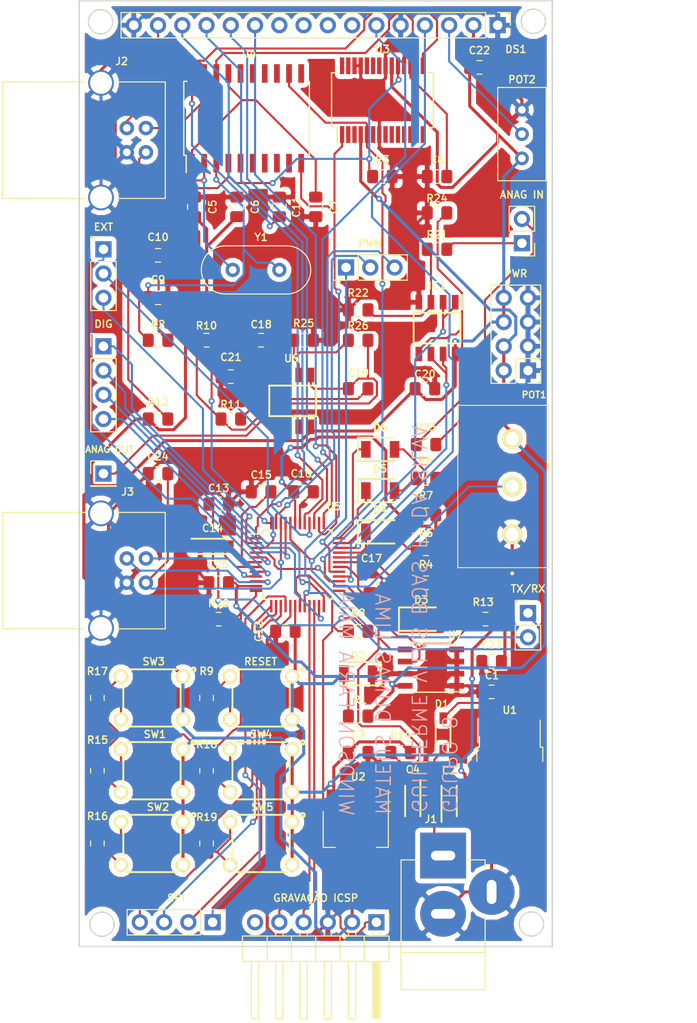
<source format=kicad_pcb>
(kicad_pcb (version 20171130) (host pcbnew "(5.0.2)-1")
  (layers (0 F.Cu signal) (31 B.Cu signal) (34 B.Paste user) (35 F.Paste user) (36 B.SilkS user) (37 F.SilkS user) (38 B.Mask user) (39 F.Mask user) (44 Edge.Cuts user))
  (net 0 "")
  (net 1 GND)
  (net 2 "Net-(C1-Pad1)")
  (net 3 /3.3V)
  (net 4 "Net-(C8-Pad1)")
  (net 5 "Net-(C9-Pad1)")
  (net 6 "Net-(C10-Pad2)")
  (net 7 "Net-(C13-Pad1)")
  (net 8 "Net-(C15-Pad1)")
  (net 9 "Net-(C18-Pad2)")
  (net 10 "Net-(C19-Pad2)")
  (net 11 /Interface/SaidaANA)
  (net 12 "Net-(D1-Pad2)")
  (net 13 "Net-(D2-Pad2)")
  (net 14 "Net-(D3-Pad1)")
  (net 15 "Net-(D3-Pad2)")
  (net 16 "Net-(D4-Pad2)")
  (net 17 "Net-(D4-Pad1)")
  (net 18 "Net-(D5-Pad1)")
  (net 19 "Net-(D5-Pad2)")
  (net 20 "Net-(D6-Pad2)")
  (net 21 "Net-(D6-Pad1)")
  (net 22 "Net-(DS1-Pad3)")
  (net 23 /Periféricos/RS)
  (net 24 /Periféricos/E)
  (net 25 "Net-(DS1-Pad7)")
  (net 26 "Net-(DS1-Pad8)")
  (net 27 "Net-(DS1-Pad9)")
  (net 28 "Net-(DS1-Pad10)")
  (net 29 "Net-(DS1-Pad15)")
  (net 30 "Net-(J2-Pad1)")
  (net 31 "Net-(J2-Pad2)")
  (net 32 "Net-(J2-Pad3)")
  (net 33 "Net-(J3-Pad3)")
  (net 34 "Net-(J3-Pad2)")
  (net 35 /microcontrolador/PGEC1)
  (net 36 /microcontrolador/PGED1)
  (net 37 /microcontrolador/PGED2)
  (net 38 /microcontrolador/PGEC2)
  (net 39 /microcontrolador/PGEC3)
  (net 40 /microcontrolador/PGED3)
  (net 41 /microcontrolador/MCLR)
  (net 42 /Comunicação/RST)
  (net 43 /Interface/PWM)
  (net 44 /Periféricos/SCL)
  (net 45 /Periféricos/SDA)
  (net 46 "Net-(R15-Pad1)")
  (net 47 /Periféricos/TECLADO)
  (net 48 "Net-(R16-Pad1)")
  (net 49 "Net-(R17-Pad1)")
  (net 50 "Net-(R18-Pad1)")
  (net 51 "Net-(R19-Pad1)")
  (net 52 "Net-(U4-Pad5)")
  (net 53 "Net-(U4-Pad6)")
  (net 54 "Net-(U4-Pad7)")
  (net 55 "Net-(U4-Pad8)")
  (net 56 "Net-(U4-Pad9)")
  (net 57 /microcontrolador/RX)
  (net 58 "Net-(U4-Pad11)")
  (net 59 /Comunicação/RX)
  (net 60 "Net-(U4-Pad13)")
  (net 61 "Net-(U4-Pad14)")
  (net 62 "Net-(U4-Pad15)")
  (net 63 "Net-(U4-Pad16)")
  (net 64 /Interface/IN1)
  (net 65 /Interface/IN2)
  (net 66 "Net-(U3-Pad2)")
  (net 67 "Net-(U3-Pad3)")
  (net 68 "Net-(U3-Pad6)")
  (net 69 "Net-(U3-Pad9)")
  (net 70 "Net-(U3-Pad10)")
  (net 71 "Net-(U3-Pad11)")
  (net 72 "Net-(U3-Pad12)")
  (net 73 "Net-(U3-Pad13)")
  (net 74 "Net-(U3-Pad14)")
  (net 75 "Net-(U3-Pad22)")
  (net 76 "Net-(U3-Pad23)")
  (net 77 "Net-(U3-Pad27)")
  (net 78 "Net-(U3-Pad28)")
  (net 79 /Periféricos/LCD4)
  (net 80 /Periféricos/LCD3)
  (net 81 /Periféricos/LCD2)
  (net 82 /Periféricos/LCD1)
  (net 83 /Interface/EN1)
  (net 84 /Interface/EN2)
  (net 85 /Interface/IN3)
  (net 86 "Net-(J9-Pad1)")
  (net 87 "Net-(J9-Pad2)")
  (net 88 "Net-(J9-Pad3)")
  (net 89 "Net-(J9-Pad4)")
  (net 90 "Net-(J10-Pad1)")
  (net 91 "Net-(J10-Pad2)")
  (net 92 "Net-(J10-Pad3)")
  (net 93 /microcontrolador/PWM2)
  (net 94 /microcontrolador/PWM3)
  (net 95 /microcontrolador/PWM4)
  (net 96 "Net-(R25-Pad1)")
  (net 97 "Net-(J5-Pad6)")
  (net 98 "Net-(C14-Pad2)")
  (net 99 "Net-(C24-Pad1)")
  (net 100 "Net-(IC1-Pad3)")
  (net 101 "Net-(IC1-Pad5)")
  (net 102 "Net-(R9-Pad2)")
  (net 103 /5V)
  (net 104 /Comunicação/3.3v)
  (net 105 "Net-(C11-Pad2)")
  (module F931C106KAAAJ6:CAPPM3216X180N (layer F.Cu) (at 191.77 76.2)
    (fp_text reference C14 (at 0 -1.905) (layer F.SilkS) (effects (font (size 0.762 0.762))))
    (fp_text value 10uF hide)
    (pad 2 smd rect (at 1.3 0 90) (size 1.25 1.8) (layers F.Cu F.Paste F.Mask) (net 98 "Net-(C14-Pad2)"))
    (pad 1 smd rect (at -1.3 0 90) (size 1.25 1.8) (layers F.Cu F.Paste F.Mask) (net 1 GND))
  )
  (module Connectorss:JACK_ALIM (layer F.Cu) (at 215.9 108.585 90)
    (fp_text reference J1 (at 3.81 -1.27 180) (layer F.SilkS) (effects (font (size 0.762 0.762))))
    (fp_text value Jack-DC)
    (pad 2 thru_hole circle (at -6.1 0 90) (size 4.8 4.8) (drill oval 1.02 2.54) (layers *.Cu *.Mask) (net 1 GND))
    (pad 1 thru_hole rect (at 0 0 90) (size 4.8 4.8) (drill oval 1.02 2.54) (layers *.Cu *.Mask) (net 12 "Net-(D1-Pad2)"))
    (pad 3 thru_hole circle (at -3.81 5.08 90) (size 4.8 4.8) (drill oval 2.54 1.02) (layers *.Cu *.Mask) (net 1 GND))
  )
  (module Capacitor_SMD:C_0805_2012Metric_Pad1.15x1.40mm_HandSolder (layer F.Cu) (at 220.98 91.44 180)
    (fp_text reference C1 (at -0.04456 1.71196 180) (layer F.SilkS) (effects (font (size 0.762 0.762))))
    (fp_text value 100nF)
    (pad 2 smd roundrect (at 1.025 0 180) (size 1.15 1.4) (layers F.Cu F.Paste F.Mask) (roundrect_rratio 0.217391) (net 1 GND))
    (pad 1 smd roundrect (at -1.025 0 180) (size 1.15 1.4) (layers F.Cu F.Paste F.Mask) (roundrect_rratio 0.217391) (net 2 "Net-(C1-Pad1)"))
  )
  (module F931C106KAAAJ6:CAPPM3216X180N (layer F.Cu) (at 216.535 102.87 90)
    (fp_text reference C2 (at 3.175 0) (layer F.SilkS) (effects (font (size 0.762 0.762))))
    (fp_text value 10uF hide)
    (pad 2 smd rect (at 1.3 0 180) (size 1.25 1.8) (layers F.Cu F.Paste F.Mask) (net 1 GND))
    (pad 1 smd rect (at -1.3 0 180) (size 1.25 1.8) (layers F.Cu F.Paste F.Mask) (net 103 /5V))
  )
  (module Capacitor_SMD:C_0805_2012Metric_Pad1.15x1.40mm_HandSolder (layer F.Cu) (at 207.01 97.79)
    (fp_text reference C3 (at 0 -1.905 180) (layer F.SilkS) (effects (font (size 0.762 0.762))))
    (fp_text value 100nF)
    (pad 2 smd roundrect (at 1.025 0) (size 1.15 1.4) (layers F.Cu F.Paste F.Mask) (roundrect_rratio 0.217391) (net 1 GND))
    (pad 1 smd roundrect (at -1.025 0) (size 1.15 1.4) (layers F.Cu F.Paste F.Mask) (roundrect_rratio 0.217) (net 103 /5V))
  )
  (module F931C106KAAAJ6:CAPPM3216X180N (layer F.Cu) (at 212.725 102.87 270)
    (fp_text reference C4 (at -3.302 0) (layer F.SilkS) (effects (font (size 0.762 0.762))))
    (fp_text value 10uF hide)
    (pad 2 smd rect (at 1.3 0) (size 1.25 1.8) (layers F.Cu F.Paste F.Mask) (net 1 GND))
    (pad 1 smd rect (at -1.3 0) (size 1.25 1.8) (layers F.Cu F.Paste F.Mask) (net 3 /3.3V))
  )
  (module Capacitor_SMD:C_0805_2012Metric_Pad1.15x1.40mm_HandSolder (layer F.Cu) (at 189.865 40.64 90)
    (fp_text reference C5 (at -0.009 1.905 90) (layer F.SilkS) (effects (font (size 0.762 0.762))))
    (fp_text value 100nF)
    (pad 2 smd roundrect (at 1.025 0 90) (size 1.15 1.4) (layers F.Cu F.Paste F.Mask) (roundrect_rratio 0.217391) (net 1 GND))
    (pad 1 smd roundrect (at -1.025 0 90) (size 1.15 1.4) (layers F.Cu F.Paste F.Mask) (roundrect_rratio 0.217) (net 103 /5V))
  )
  (module Capacitor_SMD:C_0805_2012Metric_Pad1.15x1.40mm_HandSolder (layer F.Cu) (at 194.31 40.64 90)
    (fp_text reference C6 (at 0 1.905 270) (layer F.SilkS) (effects (font (size 0.762 0.762))))
    (fp_text value 100nF)
    (pad 2 smd roundrect (at 1.025 0 90) (size 1.15 1.4) (layers F.Cu F.Paste F.Mask) (roundrect_rratio 0.217391) (net 1 GND))
    (pad 1 smd roundrect (at -1.025 0 90) (size 1.15 1.4) (layers F.Cu F.Paste F.Mask) (roundrect_rratio 0.217) (net 103 /5V))
  )
  (module Capacitor_SMD:C_0805_2012Metric_Pad1.15x1.40mm_HandSolder (layer F.Cu) (at 202.565 40.64 270)
    (fp_text reference C7 (at 0 -1.905 270) (layer F.SilkS) (effects (font (size 0.762 0.762))))
    (fp_text value 100nF)
    (pad 2 smd roundrect (at 1.025 0 270) (size 1.15 1.4) (layers F.Cu F.Paste F.Mask) (roundrect_rratio 0.217391) (net 1 GND))
    (pad 1 smd roundrect (at -1.025 0 270) (size 1.15 1.4) (layers F.Cu F.Paste F.Mask) (roundrect_rratio 0.217) (net 104 /Comunicação/3.3v))
  )
  (module Capacitor_SMD:C_0805_2012Metric_Pad1.15x1.40mm_HandSolder (layer F.Cu) (at 215.265 37.465 180)
    (fp_text reference C8 (at -0.009 1.778) (layer F.SilkS) (effects (font (size 0.762 0.762))))
    (fp_text value 100nF)
    (pad 2 smd roundrect (at 1.025 0 180) (size 1.15 1.4) (layers F.Cu F.Paste F.Mask) (roundrect_rratio 0.217391) (net 1 GND))
    (pad 1 smd roundrect (at -1.025 0 180) (size 1.15 1.4) (layers F.Cu F.Paste F.Mask) (roundrect_rratio 0.217391) (net 4 "Net-(C8-Pad1)"))
  )
  (module Capacitor_SMD:C_0805_2012Metric_Pad1.15x1.40mm_HandSolder (layer F.Cu) (at 186.055 50.165)
    (fp_text reference C9 (at 0 -1.905 -180) (layer F.SilkS) (effects (font (size 0.762 0.762))))
    (fp_text value 22pF)
    (pad 2 smd roundrect (at 1.025 0) (size 1.15 1.4) (layers F.Cu F.Paste F.Mask) (roundrect_rratio 0.217391) (net 1 GND))
    (pad 1 smd roundrect (at -1.025 0) (size 1.15 1.4) (layers F.Cu F.Paste F.Mask) (roundrect_rratio 0.217391) (net 5 "Net-(C9-Pad1)"))
  )
  (module Capacitor_SMD:C_0805_2012Metric_Pad1.15x1.40mm_HandSolder (layer F.Cu) (at 186.055 45.72 180)
    (fp_text reference C10 (at 0 1.905) (layer F.SilkS) (effects (font (size 0.762 0.762))))
    (fp_text value 22pF)
    (pad 2 smd roundrect (at 1.025 0 180) (size 1.15 1.4) (layers F.Cu F.Paste F.Mask) (roundrect_rratio 0.217391) (net 6 "Net-(C10-Pad2)"))
    (pad 1 smd roundrect (at -1.025 0 180) (size 1.15 1.4) (layers F.Cu F.Paste F.Mask) (roundrect_rratio 0.217391) (net 1 GND))
  )
  (module Capacitor_SMD:C_0805_2012Metric_Pad1.15x1.40mm_HandSolder (layer F.Cu) (at 198.755 40.64 270)
    (fp_text reference C11 (at 0.009 -1.778 90) (layer F.SilkS) (effects (font (size 0.762 0.762))))
    (fp_text value 100nF)
    (pad 2 smd roundrect (at 1.025 0 270) (size 1.15 1.4) (layers F.Cu F.Paste F.Mask) (roundrect_rratio 0.217391) (net 105 "Net-(C11-Pad2)"))
    (pad 1 smd roundrect (at -1.025 0 270) (size 1.15 1.4) (layers F.Cu F.Paste F.Mask) (roundrect_rratio 0.217391) (net 1 GND))
  )
  (module Capacitor_SMD:C_0805_2012Metric_Pad1.15x1.40mm_HandSolder (layer F.Cu) (at 199.39 85.09)
    (fp_text reference C12 (at -2.785 0 90) (layer F.SilkS) (effects (font (size 0.762 0.762))))
    (fp_text value 100nF)
    (pad 2 smd roundrect (at 1.025 0) (size 1.15 1.4) (layers F.Cu F.Paste F.Mask) (roundrect_rratio 0.217391) (net 3 /3.3V))
    (pad 1 smd roundrect (at -1.025 0) (size 1.15 1.4) (layers F.Cu F.Paste F.Mask) (roundrect_rratio 0.217391) (net 1 GND))
  )
  (module Capacitor_SMD:C_0805_2012Metric_Pad1.15x1.40mm_HandSolder (layer F.Cu) (at 192.405 71.755)
    (fp_text reference C13 (at 0 -1.65) (layer F.SilkS) (effects (font (size 0.762 0.762))))
    (fp_text value 100nF)
    (pad 2 smd roundrect (at 1.025 0) (size 1.15 1.4) (layers F.Cu F.Paste F.Mask) (roundrect_rratio 0.217391) (net 1 GND))
    (pad 1 smd roundrect (at -1.025 0) (size 1.15 1.4) (layers F.Cu F.Paste F.Mask) (roundrect_rratio 0.217391) (net 7 "Net-(C13-Pad1)"))
  )
  (module Capacitor_SMD:C_0805_2012Metric_Pad1.15x1.40mm_HandSolder (layer F.Cu) (at 196.85 70.485 180)
    (fp_text reference C15 (at -0.009 1.778 180) (layer F.SilkS) (effects (font (size 0.762 0.762))))
    (fp_text value 100nF)
    (pad 2 smd roundrect (at 1.025 0 180) (size 1.15 1.4) (layers F.Cu F.Paste F.Mask) (roundrect_rratio 0.217391) (net 1 GND))
    (pad 1 smd roundrect (at -1.025 0 180) (size 1.15 1.4) (layers F.Cu F.Paste F.Mask) (roundrect_rratio 0.217391) (net 8 "Net-(C15-Pad1)"))
  )
  (module Capacitor_SMD:C_0805_2012Metric_Pad1.15x1.40mm_HandSolder (layer F.Cu) (at 201.295 70.485 180)
    (fp_text reference C16 (at 0.245 1.905) (layer F.SilkS) (effects (font (size 0.762 0.762))))
    (fp_text value 100nF)
    (pad 2 smd roundrect (at 1.025 0 180) (size 1.15 1.4) (layers F.Cu F.Paste F.Mask) (roundrect_rratio 0.217391) (net 3 /3.3V))
    (pad 1 smd roundrect (at -1.025 0 180) (size 1.15 1.4) (layers F.Cu F.Paste F.Mask) (roundrect_rratio 0.217391) (net 1 GND))
  )
  (module Capacitor_SMD:C_0805_2012Metric_Pad1.15x1.40mm_HandSolder (layer F.Cu) (at 208.28 80.01 270)
    (fp_text reference C17 (at -2.5564 -0.127) (layer F.SilkS) (effects (font (size 0.762 0.762))))
    (fp_text value 100nF)
    (pad 2 smd roundrect (at 1.025 0 270) (size 1.15 1.4) (layers F.Cu F.Paste F.Mask) (roundrect_rratio 0.217391) (net 3 /3.3V))
    (pad 1 smd roundrect (at -1.025 0 270) (size 1.15 1.4) (layers F.Cu F.Paste F.Mask) (roundrect_rratio 0.217391) (net 1 GND))
  )
  (module Capacitor_SMD:C_0805_2012Metric_Pad1.15x1.40mm_HandSolder (layer F.Cu) (at 196.85 54.61)
    (fp_text reference C18 (at 0 -1.65) (layer F.SilkS) (effects (font (size 0.762 0.762))))
    (fp_text value 10nF)
    (pad 2 smd roundrect (at 1.025 0) (size 1.15 1.4) (layers F.Cu F.Paste F.Mask) (roundrect_rratio 0.217391) (net 9 "Net-(C18-Pad2)"))
    (pad 1 smd roundrect (at -1.025 0) (size 1.15 1.4) (layers F.Cu F.Paste F.Mask) (roundrect_rratio 0.217391) (net 1 GND))
  )
  (module Capacitor_SMD:C_0805_2012Metric_Pad1.15x1.40mm_HandSolder (layer F.Cu) (at 207.01 59.69)
    (fp_text reference C19 (at 0 -1.65) (layer F.SilkS) (effects (font (size 0.762 0.762))))
    (fp_text value 10nF)
    (pad 2 smd roundrect (at 1.025 0) (size 1.15 1.4) (layers F.Cu F.Paste F.Mask) (roundrect_rratio 0.217391) (net 10 "Net-(C19-Pad2)"))
    (pad 1 smd roundrect (at -1.025 0) (size 1.15 1.4) (layers F.Cu F.Paste F.Mask) (roundrect_rratio 0.217391) (net 11 /Interface/SaidaANA))
  )
  (module Capacitor_SMD:C_0805_2012Metric_Pad1.15x1.40mm_HandSolder (layer F.Cu) (at 213.995 59.69)
    (fp_text reference C20 (at 0.009 -1.524 180) (layer F.SilkS) (effects (font (size 0.762 0.762))))
    (fp_text value 100nF)
    (pad 2 smd roundrect (at 1.025 0) (size 1.15 1.4) (layers F.Cu F.Paste F.Mask) (roundrect_rratio 0.217391) (net 1 GND))
    (pad 1 smd roundrect (at -1.025 0) (size 1.15 1.4) (layers F.Cu F.Paste F.Mask) (roundrect_rratio 0.217) (net 103 /5V))
  )
  (module Capacitor_SMD:C_0805_2012Metric_Pad1.15x1.40mm_HandSolder (layer F.Cu) (at 193.675 58.42)
    (fp_text reference C21 (at 0.009 -2.032 180) (layer F.SilkS) (effects (font (size 0.762 0.762))))
    (fp_text value 100nF)
    (pad 2 smd roundrect (at 1.025 0) (size 1.15 1.4) (layers F.Cu F.Paste F.Mask) (roundrect_rratio 0.217) (net 103 /5V))
    (pad 1 smd roundrect (at -1.025 0) (size 1.15 1.4) (layers F.Cu F.Paste F.Mask) (roundrect_rratio 0.217391) (net 1 GND))
  )
  (module 1N5819HW-7-F:SOD3716X145N (layer F.Cu) (at 215.9 95.885 270)
    (fp_text reference D1 (at -3.175 0.127) (layer F.SilkS) (effects (font (size 0.762 0.762))))
    (fp_text value D_Schottky hide)
    (pad 2 smd rect (at 1.7 0) (size 0.75 1.2) (layers F.Cu F.Paste F.Mask) (net 12 "Net-(D1-Pad2)"))
    (pad 1 smd rect (at -1.7 0) (size 0.75 1.2) (layers F.Cu F.Paste F.Mask) (net 2 "Net-(C1-Pad1)"))
  )
  (module Potentiometer_THT:Potentiometer_Bourns_3296W_Vertical (layer F.Cu) (at 224.155 30.48 90)
    (fp_text reference POT2 (at 3.175 0 180) (layer F.SilkS) (effects (font (size 0.762 0.762))))
    (fp_text value 10k)
    (pad 3 thru_hole circle (at -5.08 0 90) (size 1.44 1.44) (drill 0.8) (layers *.Cu *.Mask) (net 103 /5V))
    (pad 2 thru_hole circle (at -2.54 0 90) (size 1.44 1.44) (drill 0.8) (layers *.Cu *.Mask) (net 22 "Net-(DS1-Pad3)"))
    (pad 1 thru_hole circle (at 0 0 90) (size 1.44 1.44) (drill 0.8) (layers *.Cu *.Mask) (net 1 GND))
  )
  (module Resistor_SMD:R_0805_2012Metric_Pad1.15x1.40mm_HandSolder (layer F.Cu) (at 207.01 93.98 180)
    (fp_text reference R1 (at -0.18912 1.70688 180) (layer F.SilkS) (effects (font (size 0.762 0.762))))
    (fp_text value 330)
    (pad 2 smd roundrect (at 1.025 0 180) (size 1.15 1.4) (layers F.Cu F.Paste F.Mask) (roundrect_rratio 0.217391) (net 13 "Net-(D2-Pad2)"))
    (pad 1 smd roundrect (at -1.025 0 180) (size 1.15 1.4) (layers F.Cu F.Paste F.Mask) (roundrect_rratio 0.217391) (net 3 /3.3V))
  )
  (module Resistor_SMD:R_0805_2012Metric_Pad1.15x1.40mm_HandSolder (layer F.Cu) (at 186.055 54.61)
    (fp_text reference R2 (at 0 -1.65) (layer F.SilkS) (effects (font (size 0.762 0.762))))
    (fp_text value 4.7k)
    (pad 2 smd roundrect (at 1.025 0) (size 1.15 1.4) (layers F.Cu F.Paste F.Mask) (roundrect_rratio 0.217391) (net 42 /Comunicação/RST))
    (pad 1 smd roundrect (at -1.025 0) (size 1.15 1.4) (layers F.Cu F.Paste F.Mask) (roundrect_rratio 0.217391) (net 30 "Net-(J2-Pad1)"))
  )
  (module Resistor_SMD:R_0805_2012Metric_Pad1.15x1.40mm_HandSolder (layer F.Cu) (at 209.55 37.465)
    (fp_text reference R3 (at 0 -1.778) (layer F.SilkS) (effects (font (size 0.762 0.762))))
    (fp_text value 10k)
    (pad 2 smd roundrect (at 1.025 0) (size 1.15 1.4) (layers F.Cu F.Paste F.Mask) (roundrect_rratio 0.217391) (net 1 GND))
    (pad 1 smd roundrect (at -1.025 0) (size 1.15 1.4) (layers F.Cu F.Paste F.Mask) (roundrect_rratio 0.217391) (net 42 /Comunicação/RST))
  )
  (module Resistor_SMD:R_0805_2012Metric_Pad1.15x1.40mm_HandSolder (layer F.Cu) (at 214.113 80.01)
    (fp_text reference R4 (at 0 -1.905 -180) (layer F.SilkS) (effects (font (size 0.762 0.762))))
    (fp_text value 330)
    (pad 2 smd roundrect (at 1.025 0) (size 1.15 1.4) (layers F.Cu F.Paste F.Mask) (roundrect_rratio 0.217391) (net 3 /3.3V))
    (pad 1 smd roundrect (at -1.025 0) (size 1.15 1.4) (layers F.Cu F.Paste F.Mask) (roundrect_rratio 0.217391) (net 15 "Net-(D3-Pad2)"))
  )
  (module Resistor_SMD:R_0805_2012Metric_Pad1.15x1.40mm_HandSolder (layer F.Cu) (at 214.113 76.454)
    (fp_text reference R5 (at 0 -1.65) (layer F.SilkS) (effects (font (size 0.762 0.762))))
    (fp_text value 330)
    (pad 2 smd roundrect (at 1.025 0) (size 1.15 1.4) (layers F.Cu F.Paste F.Mask) (roundrect_rratio 0.217391) (net 3 /3.3V))
    (pad 1 smd roundrect (at -1.025 0) (size 1.15 1.4) (layers F.Cu F.Paste F.Mask) (roundrect_rratio 0.217391) (net 16 "Net-(D4-Pad2)"))
  )
  (module Resistor_SMD:R_0805_2012Metric_Pad1.15x1.40mm_HandSolder (layer F.Cu) (at 214.113 69.088 180)
    (fp_text reference R6 (at 0.1106 1.9304 180) (layer F.SilkS) (effects (font (size 0.762 0.762))))
    (fp_text value 330)
    (pad 2 smd roundrect (at 1.025 0 180) (size 1.15 1.4) (layers F.Cu F.Paste F.Mask) (roundrect_rratio 0.217391) (net 19 "Net-(D5-Pad2)"))
    (pad 1 smd roundrect (at -1.025 0 180) (size 1.15 1.4) (layers F.Cu F.Paste F.Mask) (roundrect_rratio 0.217391) (net 3 /3.3V))
  )
  (module Resistor_SMD:R_0805_2012Metric_Pad1.15x1.40mm_HandSolder (layer F.Cu) (at 214.113 72.898 180)
    (fp_text reference R7 (at 0 2.032 180) (layer F.SilkS) (effects (font (size 0.762 0.762))))
    (fp_text value 330)
    (pad 2 smd roundrect (at 1.025 0 180) (size 1.15 1.4) (layers F.Cu F.Paste F.Mask) (roundrect_rratio 0.217391) (net 20 "Net-(D6-Pad2)"))
    (pad 1 smd roundrect (at -1.025 0 180) (size 1.15 1.4) (layers F.Cu F.Paste F.Mask) (roundrect_rratio 0.217391) (net 3 /3.3V))
  )
  (module Resistor_SMD:R_0805_2012Metric_Pad1.15x1.40mm_HandSolder (layer F.Cu) (at 207.01 85.09 180)
    (fp_text reference R8 (at -0.009 1.905 180) (layer F.SilkS) (effects (font (size 0.762 0.762))))
    (fp_text value 1k)
    (pad 2 smd roundrect (at 1.025 0 180) (size 1.15 1.4) (layers F.Cu F.Paste F.Mask) (roundrect_rratio 0.217391) (net 41 /microcontrolador/MCLR))
    (pad 1 smd roundrect (at -1.025 0 180) (size 1.15 1.4) (layers F.Cu F.Paste F.Mask) (roundrect_rratio 0.217391) (net 7 "Net-(C13-Pad1)"))
  )
  (module Resistor_SMD:R_0805_2012Metric_Pad1.15x1.40mm_HandSolder (layer F.Cu) (at 191.135 92.075 90)
    (fp_text reference R9 (at 2.803 0 180) (layer F.SilkS) (effects (font (size 0.762 0.762))))
    (fp_text value 10k)
    (pad 2 smd roundrect (at 1.025 0 90) (size 1.15 1.4) (layers F.Cu F.Paste F.Mask) (roundrect_rratio 0.217391) (net 102 "Net-(R9-Pad2)"))
    (pad 1 smd roundrect (at -1.025 0 90) (size 1.15 1.4) (layers F.Cu F.Paste F.Mask) (roundrect_rratio 0.217391) (net 7 "Net-(C13-Pad1)"))
  )
  (module Resistor_SMD:R_0805_2012Metric_Pad1.15x1.40mm_HandSolder (layer F.Cu) (at 191.135 54.61)
    (fp_text reference R10 (at -0.009 -1.524) (layer F.SilkS) (effects (font (size 0.762 0.762))))
    (fp_text value 3.3k)
    (pad 2 smd roundrect (at 1.025 0) (size 1.15 1.4) (layers F.Cu F.Paste F.Mask) (roundrect_rratio 0.217391) (net 43 /Interface/PWM))
    (pad 1 smd roundrect (at -1.025 0) (size 1.15 1.4) (layers F.Cu F.Paste F.Mask) (roundrect_rratio 0.217391) (net 10 "Net-(C19-Pad2)"))
  )
  (module Resistor_SMD:R_0805_2012Metric_Pad1.15x1.40mm_HandSolder (layer F.Cu) (at 193.675 62.865 180)
    (fp_text reference R11 (at -0.009 1.524 180) (layer F.SilkS) (effects (font (size 0.762 0.762))))
    (fp_text value 3.3k)
    (pad 2 smd roundrect (at 1.025 0 180) (size 1.15 1.4) (layers F.Cu F.Paste F.Mask) (roundrect_rratio 0.217391) (net 10 "Net-(C19-Pad2)"))
    (pad 1 smd roundrect (at -1.025 0 180) (size 1.15 1.4) (layers F.Cu F.Paste F.Mask) (roundrect_rratio 0.217391) (net 9 "Net-(C18-Pad2)"))
  )
  (module Resistor_SMD:R_0805_2012Metric_Pad1.15x1.40mm_HandSolder (layer F.Cu) (at 186.055 62.865 180)
    (fp_text reference R12 (at -0.009 1.778 180) (layer F.SilkS) (effects (font (size 0.762 0.762))))
    (fp_text value 470)
    (pad 2 smd roundrect (at 1.025 0 180) (size 1.15 1.4) (layers F.Cu F.Paste F.Mask) (roundrect_rratio 0.217) (net 103 /5V))
    (pad 1 smd roundrect (at -1.025 0 180) (size 1.15 1.4) (layers F.Cu F.Paste F.Mask) (roundrect_rratio 0.217391) (net 29 "Net-(DS1-Pad15)"))
  )
  (module Resistor_SMD:R_0805_2012Metric_Pad1.15x1.40mm_HandSolder (layer F.Cu) (at 220.345 83.82 180)
    (fp_text reference R13 (at 0.245 1.778 180) (layer F.SilkS) (effects (font (size 0.762 0.762))))
    (fp_text value 10k)
    (pad 2 smd roundrect (at 1.025 0 180) (size 1.15 1.4) (layers F.Cu F.Paste F.Mask) (roundrect_rratio 0.217391) (net 44 /Periféricos/SCL))
    (pad 1 smd roundrect (at -1.025 0 180) (size 1.15 1.4) (layers F.Cu F.Paste F.Mask) (roundrect_rratio 0.217) (net 103 /5V))
  )
  (module Resistor_SMD:R_0805_2012Metric_Pad1.15x1.40mm_HandSolder (layer F.Cu) (at 211.455 97.79 180)
    (fp_text reference R14 (at -0.009 1.778 180) (layer F.SilkS) (effects (font (size 0.762 0.762))))
    (fp_text value 10k)
    (pad 2 smd roundrect (at 1.025 0 180) (size 1.15 1.4) (layers F.Cu F.Paste F.Mask) (roundrect_rratio 0.217391) (net 45 /Periféricos/SDA))
    (pad 1 smd roundrect (at -1.025 0 180) (size 1.15 1.4) (layers F.Cu F.Paste F.Mask) (roundrect_rratio 0.217) (net 103 /5V))
  )
  (module Resistor_SMD:R_0805_2012Metric_Pad1.15x1.40mm_HandSolder (layer F.Cu) (at 179.705 99.695 90)
    (fp_text reference R15 (at 3.21172 0.0254 180) (layer F.SilkS) (effects (font (size 0.762 0.762))))
    (fp_text value 6.8k)
    (pad 2 smd roundrect (at 1.025 0 90) (size 1.15 1.4) (layers F.Cu F.Paste F.Mask) (roundrect_rratio 0.217391) (net 47 /Periféricos/TECLADO))
    (pad 1 smd roundrect (at -1.025 0 90) (size 1.15 1.4) (layers F.Cu F.Paste F.Mask) (roundrect_rratio 0.217391) (net 46 "Net-(R15-Pad1)"))
  )
  (module Resistor_SMD:R_0805_2012Metric_Pad1.15x1.40mm_HandSolder (layer F.Cu) (at 179.705 107.315 90)
    (fp_text reference R16 (at 2.8538 0.01524 180) (layer F.SilkS) (effects (font (size 0.762 0.762))))
    (fp_text value 3,3k)
    (pad 2 smd roundrect (at 1.025 0 90) (size 1.15 1.4) (layers F.Cu F.Paste F.Mask) (roundrect_rratio 0.217391) (net 47 /Periféricos/TECLADO))
    (pad 1 smd roundrect (at -1.025 0 90) (size 1.15 1.4) (layers F.Cu F.Paste F.Mask) (roundrect_rratio 0.217391) (net 48 "Net-(R16-Pad1)"))
  )
  (module Resistor_SMD:R_0805_2012Metric_Pad1.15x1.40mm_HandSolder (layer F.Cu) (at 179.705 92.075 270)
    (fp_text reference R17 (at -2.785 0) (layer F.SilkS) (effects (font (size 0.762 0.762))))
    (fp_text value 1k)
    (pad 2 smd roundrect (at 1.025 0 270) (size 1.15 1.4) (layers F.Cu F.Paste F.Mask) (roundrect_rratio 0.217391) (net 47 /Periféricos/TECLADO))
    (pad 1 smd roundrect (at -1.025 0 270) (size 1.15 1.4) (layers F.Cu F.Paste F.Mask) (roundrect_rratio 0.217391) (net 49 "Net-(R17-Pad1)"))
  )
  (module Resistor_SMD:R_0805_2012Metric_Pad1.15x1.40mm_HandSolder (layer F.Cu) (at 191.135 99.695 90)
    (fp_text reference R18 (at 2.75 0.024 180) (layer F.SilkS) (effects (font (size 0.762 0.762))))
    (fp_text value 470)
    (pad 2 smd roundrect (at 1.025 0 90) (size 1.15 1.4) (layers F.Cu F.Paste F.Mask) (roundrect_rratio 0.217391) (net 47 /Periféricos/TECLADO))
    (pad 1 smd roundrect (at -1.025 0 90) (size 1.15 1.4) (layers F.Cu F.Paste F.Mask) (roundrect_rratio 0.217391) (net 50 "Net-(R18-Pad1)"))
  )
  (module Resistor_SMD:R_0805_2012Metric_Pad1.15x1.40mm_HandSolder (layer F.Cu) (at 191.135 107.315 90)
    (fp_text reference R19 (at 2.7596 0.024 180) (layer F.SilkS) (effects (font (size 0.762 0.762))))
    (fp_text value 100)
    (pad 2 smd roundrect (at 1.025 0 90) (size 1.15 1.4) (layers F.Cu F.Paste F.Mask) (roundrect_rratio 0.217391) (net 47 /Periféricos/TECLADO))
    (pad 1 smd roundrect (at -1.025 0 90) (size 1.15 1.4) (layers F.Cu F.Paste F.Mask) (roundrect_rratio 0.217391) (net 51 "Net-(R19-Pad1)"))
  )
  (module Resistor_SMD:R_0805_2012Metric_Pad1.15x1.40mm_HandSolder (layer F.Cu) (at 192.405 83.82)
    (fp_text reference R20 (at 0 -1.65) (layer F.SilkS) (effects (font (size 0.762 0.762))))
    (fp_text value 1k)
    (pad 2 smd roundrect (at 1.025 0) (size 1.15 1.4) (layers F.Cu F.Paste F.Mask) (roundrect_rratio 0.217391) (net 47 /Periféricos/TECLADO))
    (pad 1 smd roundrect (at -1.025 0) (size 1.15 1.4) (layers F.Cu F.Paste F.Mask) (roundrect_rratio 0.217391) (net 1 GND))
  )
  (module 1825910-6:1825910-6 (layer F.Cu) (at 185.42 99.695)
    (fp_text reference SW1 (at 0.305 -3.81) (layer F.SilkS) (effects (font (size 0.762 0.762))))
    (fp_text value 1825910-6 hide)
    (pad 4 thru_hole circle (at -3.25 2.25 90) (size 1.5 1.5) (drill 1) (layers *.Cu *.Mask F.SilkS) (net 46 "Net-(R15-Pad1)"))
    (pad 3 thru_hole circle (at -3.25 -2.25 90) (size 1.5 1.5) (drill 1) (layers *.Cu *.Mask F.SilkS) (net 46 "Net-(R15-Pad1)"))
    (pad 2 thru_hole circle (at 3.25 2.25 90) (size 1.5 1.5) (drill 1) (layers *.Cu *.Mask F.SilkS) (net 103 /5V))
    (pad 1 thru_hole circle (at 3.25 -2.25 90) (size 1.5 1.5) (drill 1) (layers *.Cu *.Mask F.SilkS) (net 103 /5V))
  )
  (module 1825910-6:1825910-6 (layer F.Cu) (at 185.42 107.315)
    (fp_text reference SW2 (at 0.635 -3.81) (layer F.SilkS) (effects (font (size 0.762 0.762))))
    (fp_text value 1825910-6 hide)
    (pad 4 thru_hole circle (at -3.25 2.25 90) (size 1.5 1.5) (drill 1) (layers *.Cu *.Mask F.SilkS) (net 48 "Net-(R16-Pad1)"))
    (pad 3 thru_hole circle (at -3.25 -2.25 90) (size 1.5 1.5) (drill 1) (layers *.Cu *.Mask F.SilkS) (net 48 "Net-(R16-Pad1)"))
    (pad 2 thru_hole circle (at 3.25 2.25 90) (size 1.5 1.5) (drill 1) (layers *.Cu *.Mask F.SilkS) (net 103 /5V))
    (pad 1 thru_hole circle (at 3.25 -2.25 90) (size 1.5 1.5) (drill 1) (layers *.Cu *.Mask F.SilkS) (net 103 /5V))
  )
  (module 1825910-6:1825910-6 (layer F.Cu) (at 185.42 92.075)
    (fp_text reference SW3 (at 0.179 -3.81) (layer F.SilkS) (effects (font (size 0.762 0.762))))
    (fp_text value 1825910-6 hide)
    (pad 4 thru_hole circle (at -3.25 2.25 90) (size 1.5 1.5) (drill 1) (layers *.Cu *.Mask F.SilkS) (net 49 "Net-(R17-Pad1)"))
    (pad 3 thru_hole circle (at -3.25 -2.25 90) (size 1.5 1.5) (drill 1) (layers *.Cu *.Mask F.SilkS) (net 49 "Net-(R17-Pad1)"))
    (pad 2 thru_hole circle (at 3.25 2.25 90) (size 1.5 1.5) (drill 1) (layers *.Cu *.Mask F.SilkS) (net 103 /5V))
    (pad 1 thru_hole circle (at 3.25 -2.25 90) (size 1.5 1.5) (drill 1) (layers *.Cu *.Mask F.SilkS) (net 103 /5V))
  )
  (module 1825910-6:1825910-6 (layer F.Cu) (at 196.85 99.695)
    (fp_text reference SW4 (at 0 -3.81) (layer F.SilkS) (effects (font (size 0.762 0.762))))
    (fp_text value 1825910-6 hide)
    (pad 4 thru_hole circle (at -3.25 2.25 90) (size 1.5 1.5) (drill 1) (layers *.Cu *.Mask F.SilkS) (net 50 "Net-(R18-Pad1)"))
    (pad 3 thru_hole circle (at -3.25 -2.25 90) (size 1.5 1.5) (drill 1) (layers *.Cu *.Mask F.SilkS) (net 50 "Net-(R18-Pad1)"))
    (pad 2 thru_hole circle (at 3.25 2.25 90) (size 1.5 1.5) (drill 1) (layers *.Cu *.Mask F.SilkS) (net 103 /5V))
    (pad 1 thru_hole circle (at 3.25 -2.25 90) (size 1.5 1.5) (drill 1) (layers *.Cu *.Mask F.SilkS) (net 103 /5V))
  )
  (module 1825910-6:1825910-6 (layer F.Cu) (at 196.85 107.315)
    (fp_text reference SW5 (at 0.12 -3.81) (layer F.SilkS) (effects (font (size 0.762 0.762))))
    (fp_text value 1825910-6 hide)
    (pad 4 thru_hole circle (at -3.25 2.25 90) (size 1.5 1.5) (drill 1) (layers *.Cu *.Mask F.SilkS) (net 51 "Net-(R19-Pad1)"))
    (pad 3 thru_hole circle (at -3.25 -2.25 90) (size 1.5 1.5) (drill 1) (layers *.Cu *.Mask F.SilkS) (net 51 "Net-(R19-Pad1)"))
    (pad 2 thru_hole circle (at 3.25 2.25 90) (size 1.5 1.5) (drill 1) (layers *.Cu *.Mask F.SilkS) (net 103 /5V))
    (pad 1 thru_hole circle (at 3.25 -2.25 90) (size 1.5 1.5) (drill 1) (layers *.Cu *.Mask F.SilkS) (net 103 /5V))
  )
  (module 1825910-6:1825910-6 (layer F.Cu) (at 196.85 92.075)
    (fp_text reference RESET (at -0.052 -3.81) (layer F.SilkS) (effects (font (size 0.762 0.762))))
    (fp_text value 1825910-6 hide)
    (pad 4 thru_hole circle (at -3.25 2.25 90) (size 1.5 1.5) (drill 1) (layers *.Cu *.Mask F.SilkS) (net 102 "Net-(R9-Pad2)"))
    (pad 3 thru_hole circle (at -3.25 -2.25 90) (size 1.5 1.5) (drill 1) (layers *.Cu *.Mask F.SilkS) (net 102 "Net-(R9-Pad2)"))
    (pad 2 thru_hole circle (at 3.25 2.25 90) (size 1.5 1.5) (drill 1) (layers *.Cu *.Mask F.SilkS) (net 3 /3.3V))
    (pad 1 thru_hole circle (at 3.25 -2.25 90) (size 1.5 1.5) (drill 1) (layers *.Cu *.Mask F.SilkS) (net 3 /3.3V))
  )
  (module Package_SO:SOIC-20W_7.5x12.8mm_P1.27mm (layer F.Cu) (at 195.326 31.368 90)
    (fp_text reference U4 (at 6.73 0.254 180) (layer F.SilkS) (effects (font (size 0.762 0.762))))
    (fp_text value MCP2200-I-SO)
    (pad 20 smd rect (at 4.7 -5.715 90) (size 1.95 0.6) (layers F.Cu F.Paste F.Mask) (net 105 "Net-(C11-Pad2)"))
    (pad 19 smd rect (at 4.7 -4.445 90) (size 1.95 0.6) (layers F.Cu F.Paste F.Mask) (net 32 "Net-(J2-Pad3)"))
    (pad 18 smd rect (at 4.7 -3.175 90) (size 1.95 0.6) (layers F.Cu F.Paste F.Mask) (net 31 "Net-(J2-Pad2)"))
    (pad 17 smd rect (at 4.7 -1.905 90) (size 1.95 0.6) (layers F.Cu F.Paste F.Mask) (net 104 /Comunicação/3.3v))
    (pad 16 smd rect (at 4.7 -0.635 90) (size 1.95 0.6) (layers F.Cu F.Paste F.Mask) (net 63 "Net-(U4-Pad16)"))
    (pad 15 smd rect (at 4.7 0.635 90) (size 1.95 0.6) (layers F.Cu F.Paste F.Mask) (net 62 "Net-(U4-Pad15)"))
    (pad 14 smd rect (at 4.7 1.905 90) (size 1.95 0.6) (layers F.Cu F.Paste F.Mask) (net 61 "Net-(U4-Pad14)"))
    (pad 13 smd rect (at 4.7 3.175 90) (size 1.95 0.6) (layers F.Cu F.Paste F.Mask) (net 60 "Net-(U4-Pad13)"))
    (pad 12 smd rect (at 4.7 4.445 90) (size 1.95 0.6) (layers F.Cu F.Paste F.Mask) (net 59 /Comunicação/RX))
    (pad 11 smd rect (at 4.7 5.715 90) (size 1.95 0.6) (layers F.Cu F.Paste F.Mask) (net 58 "Net-(U4-Pad11)"))
    (pad 10 smd rect (at -4.7 5.715 90) (size 1.95 0.6) (layers F.Cu F.Paste F.Mask) (net 57 /microcontrolador/RX))
    (pad 9 smd rect (at -4.7 4.445 90) (size 1.95 0.6) (layers F.Cu F.Paste F.Mask) (net 56 "Net-(U4-Pad9)"))
    (pad 8 smd rect (at -4.7 3.175 90) (size 1.95 0.6) (layers F.Cu F.Paste F.Mask) (net 55 "Net-(U4-Pad8)"))
    (pad 7 smd rect (at -4.7 1.905 90) (size 1.95 0.6) (layers F.Cu F.Paste F.Mask) (net 54 "Net-(U4-Pad7)"))
    (pad 6 smd rect (at -4.7 0.635 90) (size 1.95 0.6) (layers F.Cu F.Paste F.Mask) (net 53 "Net-(U4-Pad6)"))
    (pad 5 smd rect (at -4.7 -0.635 90) (size 1.95 0.6) (layers F.Cu F.Paste F.Mask) (net 52 "Net-(U4-Pad5)"))
    (pad 4 smd rect (at -4.7 -1.905 90) (size 1.95 0.6) (layers F.Cu F.Paste F.Mask) (net 42 /Comunicação/RST))
    (pad 3 smd rect (at -4.7 -3.175 90) (size 1.95 0.6) (layers F.Cu F.Paste F.Mask) (net 5 "Net-(C9-Pad1)"))
    (pad 2 smd rect (at -4.7 -4.445 90) (size 1.95 0.6) (layers F.Cu F.Paste F.Mask) (net 6 "Net-(C10-Pad2)"))
    (pad 1 smd rect (at -4.7 -5.715 90) (size 1.95 0.6) (layers F.Cu F.Paste F.Mask) (net 104 /Comunicação/3.3v))
  )
  (module Package_QFP:TQFP-48_7x7mm_P0.5mm (layer F.Cu) (at 200.66 78.105)
    (fp_text reference U5 (at 3.81 -6.084) (layer F.SilkS) (effects (font (size 0.762 0.762))))
    (fp_text value PIC/MICRO)
    (pad 48 smd rect (at -2.75 -4.35 90) (size 1.3 0.25) (layers F.Cu F.Paste F.Mask) (net 43 /Interface/PWM))
    (pad 47 smd rect (at -2.25 -4.35 90) (size 1.3 0.25) (layers F.Cu F.Paste F.Mask) (net 94 /microcontrolador/PWM3))
    (pad 46 smd rect (at -1.75 -4.35 90) (size 1.3 0.25) (layers F.Cu F.Paste F.Mask) (net 99 "Net-(C24-Pad1)"))
    (pad 45 smd rect (at -1.25 -4.35 90) (size 1.3 0.25) (layers F.Cu F.Paste F.Mask) (net 40 /microcontrolador/PGED3))
    (pad 44 smd rect (at -0.75 -4.35 90) (size 1.3 0.25) (layers F.Cu F.Paste F.Mask) (net 59 /Comunicação/RX))
    (pad 43 smd rect (at -0.25 -4.35 90) (size 1.3 0.25) (layers F.Cu F.Paste F.Mask) (net 3 /3.3V))
    (pad 42 smd rect (at 0.25 -4.35 90) (size 1.3 0.25) (layers F.Cu F.Paste F.Mask) (net 1 GND))
    (pad 41 smd rect (at 0.75 -4.35 90) (size 1.3 0.25) (layers F.Cu F.Paste F.Mask) (net 79 /Periféricos/LCD4))
    (pad 40 smd rect (at 1.25 -4.35 90) (size 1.3 0.25) (layers F.Cu F.Paste F.Mask) (net 80 /Periféricos/LCD3))
    (pad 39 smd rect (at 1.75 -4.35 90) (size 1.3 0.25) (layers F.Cu F.Paste F.Mask) (net 81 /Periféricos/LCD2))
    (pad 38 smd rect (at 2.25 -4.35 90) (size 1.3 0.25) (layers F.Cu F.Paste F.Mask) (net 82 /Periféricos/LCD1))
    (pad 37 smd rect (at 2.75 -4.35 90) (size 1.3 0.25) (layers F.Cu F.Paste F.Mask) (net 24 /Periféricos/E))
    (pad 36 smd rect (at 4.35 -2.75) (size 1.3 0.25) (layers F.Cu F.Paste F.Mask) (net 21 "Net-(D6-Pad1)"))
    (pad 35 smd rect (at 4.35 -2.25) (size 1.3 0.25) (layers F.Cu F.Paste F.Mask) (net 18 "Net-(D5-Pad1)"))
    (pad 34 smd rect (at 4.35 -1.75) (size 1.3 0.25) (layers F.Cu F.Paste F.Mask) (net 23 /Periféricos/RS))
    (pad 33 smd rect (at 4.35 -1.25) (size 1.3 0.25) (layers F.Cu F.Paste F.Mask) (net 17 "Net-(D4-Pad1)"))
    (pad 32 smd rect (at 4.35 -0.75) (size 1.3 0.25) (layers F.Cu F.Paste F.Mask) (net 14 "Net-(D3-Pad1)"))
    (pad 31 smd rect (at 4.35 -0.25) (size 1.3 0.25) (layers F.Cu F.Paste F.Mask) (net 1 GND))
    (pad 30 smd rect (at 4.35 0.25) (size 1.3 0.25) (layers F.Cu F.Paste F.Mask) (net 3 /3.3V))
    (pad 29 smd rect (at 4.35 0.75) (size 1.3 0.25) (layers F.Cu F.Paste F.Mask) (net 95 /microcontrolador/PWM4))
    (pad 28 smd rect (at 4.35 1.25) (size 1.3 0.25) (layers F.Cu F.Paste F.Mask) (net 65 /Interface/IN2))
    (pad 27 smd rect (at 4.35 1.75) (size 1.3 0.25) (layers F.Cu F.Paste F.Mask) (net 64 /Interface/IN1))
    (pad 26 smd rect (at 4.35 2.25) (size 1.3 0.25) (layers F.Cu F.Paste F.Mask) (net 44 /Periféricos/SCL))
    (pad 25 smd rect (at 4.35 2.75) (size 1.3 0.25) (layers F.Cu F.Paste F.Mask) (net 45 /Periféricos/SDA))
    (pad 24 smd rect (at 2.75 4.35 90) (size 1.3 0.25) (layers F.Cu F.Paste F.Mask) (net 35 /microcontrolador/PGEC1))
    (pad 23 smd rect (at 2.25 4.35 90) (size 1.3 0.25) (layers F.Cu F.Paste F.Mask) (net 36 /microcontrolador/PGED1))
    (pad 22 smd rect (at 1.75 4.35 90) (size 1.3 0.25) (layers F.Cu F.Paste F.Mask) (net 37 /microcontrolador/PGED2))
    (pad 21 smd rect (at 1.25 4.35 90) (size 1.3 0.25) (layers F.Cu F.Paste F.Mask) (net 38 /microcontrolador/PGEC2))
    (pad 20 smd rect (at 0.75 4.35 90) (size 1.3 0.25) (layers F.Cu F.Paste F.Mask) (net 57 /microcontrolador/RX))
    (pad 19 smd rect (at 0.25 4.35 90) (size 1.3 0.25) (layers F.Cu F.Paste F.Mask) (net 41 /microcontrolador/MCLR))
    (pad 18 smd rect (at -0.25 4.35 90) (size 1.3 0.25) (layers F.Cu F.Paste F.Mask) (net 3 /3.3V))
    (pad 17 smd rect (at -0.75 4.35 90) (size 1.3 0.25) (layers F.Cu F.Paste F.Mask) (net 1 GND))
    (pad 16 smd rect (at -1.25 4.35 90) (size 1.3 0.25) (layers F.Cu F.Paste F.Mask) (net 86 "Net-(J9-Pad1)"))
    (pad 15 smd rect (at -1.75 4.35 90) (size 1.3 0.25) (layers F.Cu F.Paste F.Mask) (net 87 "Net-(J9-Pad2)"))
    (pad 14 smd rect (at -2.25 4.35 90) (size 1.3 0.25) (layers F.Cu F.Paste F.Mask) (net 88 "Net-(J9-Pad3)"))
    (pad 13 smd rect (at -2.75 4.35 90) (size 1.3 0.25) (layers F.Cu F.Paste F.Mask) (net 89 "Net-(J9-Pad4)"))
    (pad 12 smd rect (at -4.35 2.75) (size 1.3 0.25) (layers F.Cu F.Paste F.Mask) (net 47 /Periféricos/TECLADO))
    (pad 11 smd rect (at -4.35 2.25) (size 1.3 0.25) (layers F.Cu F.Paste F.Mask) (net 3 /3.3V))
    (pad 10 smd rect (at -4.35 1.75) (size 1.3 0.25) (layers F.Cu F.Paste F.Mask) (net 33 "Net-(J3-Pad3)"))
    (pad 9 smd rect (at -4.35 1.25) (size 1.3 0.25) (layers F.Cu F.Paste F.Mask) (net 34 "Net-(J3-Pad2)"))
    (pad 8 smd rect (at -4.35 0.75) (size 1.3 0.25) (layers F.Cu F.Paste F.Mask) (net 90 "Net-(J10-Pad1)"))
    (pad 7 smd rect (at -4.35 0.25) (size 1.3 0.25) (layers F.Cu F.Paste F.Mask) (net 98 "Net-(C14-Pad2)"))
    (pad 6 smd rect (at -4.35 -0.25) (size 1.3 0.25) (layers F.Cu F.Paste F.Mask) (net 8 "Net-(C15-Pad1)"))
    (pad 5 smd rect (at -4.35 -0.75) (size 1.3 0.25) (layers F.Cu F.Paste F.Mask) (net 39 /microcontrolador/PGEC3))
    (pad 4 smd rect (at -4.35 -1.25) (size 1.3 0.25) (layers F.Cu F.Paste F.Mask) (net 85 /Interface/IN3))
    (pad 3 smd rect (at -4.35 -1.75) (size 1.3 0.25) (layers F.Cu F.Paste F.Mask) (net 91 "Net-(J10-Pad2)"))
    (pad 2 smd rect (at -4.35 -2.25) (size 1.3 0.25) (layers F.Cu F.Paste F.Mask) (net 92 "Net-(J10-Pad3)"))
    (pad 1 smd rect (at -4.35 -2.75) (size 1.3 0.25) (layers F.Cu F.Paste F.Mask) (net 93 /microcontrolador/PWM2))
  )
  (module Crystal:Crystal_HC49-4H_Vertical (layer F.Cu) (at 198.755 47.244 180)
    (fp_text reference Y1 (at 1.905 3.429 180) (layer F.SilkS) (effects (font (size 0.762 0.762))))
    (fp_text value 12MHz)
    (pad 2 thru_hole circle (at 4.88 0 180) (size 1.5 1.5) (drill 0.8) (layers *.Cu *.Mask) (net 6 "Net-(C10-Pad2)"))
    (pad 1 thru_hole circle (at 0 0 180) (size 1.5 1.5) (drill 0.8) (layers *.Cu *.Mask) (net 5 "Net-(C9-Pad1)"))
  )
  (module Package_TO_SOT_SMD:SOT-223-3_TabPin2 (layer F.Cu) (at 206.756 105.816 270)
    (fp_text reference U2 (at -5.486 -0.254) (layer F.SilkS) (effects (font (size 0.762 0.762))))
    (fp_text value LD1117S33TR_SOT223)
    (pad 2 smd rect (at 3.15 0 270) (size 2 3.8) (layers F.Cu F.Paste F.Mask) (net 3 /3.3V))
    (pad 2 smd rect (at -3.15 0 270) (size 2 1.5) (layers F.Cu F.Paste F.Mask) (net 3 /3.3V))
    (pad 3 smd rect (at -3.15 2.3 270) (size 2 1.5) (layers F.Cu F.Paste F.Mask) (net 103 /5V))
    (pad 1 smd rect (at -3.15 -2.3 270) (size 2 1.5) (layers F.Cu F.Paste F.Mask) (net 1 GND))
  )
  (module Capacitor_SMD:C_0805_2012Metric_Pad1.15x1.40mm_HandSolder (layer F.Cu) (at 219.71 26.035)
    (fp_text reference C22 (at -0.009 -1.778 180) (layer F.SilkS) (effects (font (size 0.762 0.762))))
    (fp_text value 100nF)
    (pad 1 smd roundrect (at -1.025 0) (size 1.15 1.4) (layers F.Cu F.Paste F.Mask) (roundrect_rratio 0.217) (net 103 /5V))
    (pad 2 smd roundrect (at 1.025 0) (size 1.15 1.4) (layers F.Cu F.Paste F.Mask) (roundrect_rratio 0.217391) (net 1 GND))
  )
  (module Capacitor_SMD:C_0805_2012Metric_Pad1.15x1.40mm_HandSolder (layer F.Cu) (at 220.98 88.265)
    (fp_text reference C23 (at -0.009 -1.778) (layer F.SilkS) (effects (font (size 0.762 0.762))))
    (fp_text value 100nF)
    (pad 2 smd roundrect (at 1.025 0) (size 1.15 1.4) (layers F.Cu F.Paste F.Mask) (roundrect_rratio 0.217) (net 3 /3.3V))
    (pad 1 smd roundrect (at -1.025 0) (size 1.15 1.4) (layers F.Cu F.Paste F.Mask) (roundrect_rratio 0.217391) (net 1 GND))
  )
  (module Capacitor_SMD:C_0805_2012Metric_Pad1.15x1.40mm_HandSolder (layer F.Cu) (at 186.055 68.58 180)
    (fp_text reference C24 (at 0.009 1.778 180) (layer F.SilkS) (effects (font (size 0.762 0.762))))
    (fp_text value 10nF)
    (pad 1 smd roundrect (at -1.025 0 180) (size 1.15 1.4) (layers F.Cu F.Paste F.Mask) (roundrect_rratio 0.217391) (net 99 "Net-(C24-Pad1)"))
    (pad 2 smd roundrect (at 1.025 0 180) (size 1.15 1.4) (layers F.Cu F.Paste F.Mask) (roundrect_rratio 0.217) (net 1 GND))
  )
  (module LTST-C150GKT:LEDC3216X120N (layer F.Cu) (at 207.01 89.535 180)
    (fp_text reference D2 (at 0 1.905) (layer F.SilkS) (effects (font (size 0.762 0.762))))
    (fp_text value LED hide)
    (pad 2 smd rect (at 1.5 0 180) (size 1 1.75) (layers F.Cu F.Paste F.Mask) (net 13 "Net-(D2-Pad2)"))
    (pad 1 smd rect (at -1.5 0 180) (size 1 1.75) (layers F.Cu F.Paste F.Mask) (net 1 GND))
  )
  (module LTST-C150GKT:LEDC3216X120N (layer F.Cu) (at 213.638 83.82)
    (fp_text reference D3 (at -0.024 -2.032) (layer F.SilkS) (effects (font (size 0.762 0.762))))
    (fp_text value . hide)
    (pad 1 smd rect (at -1.5 0) (size 1 1.75) (layers F.Cu F.Paste F.Mask) (net 14 "Net-(D3-Pad1)"))
    (pad 2 smd rect (at 1.5 0) (size 1 1.75) (layers F.Cu F.Paste F.Mask) (net 15 "Net-(D3-Pad2)"))
  )
  (module LTST-C150GKT:LEDC3216X120N (layer F.Cu) (at 209.32 74.676)
    (fp_text reference D4 (at -0.024 -2.286) (layer F.SilkS) (effects (font (size 0.762 0.762))))
    (fp_text value . hide)
    (pad 2 smd rect (at 1.5 0) (size 1 1.75) (layers F.Cu F.Paste F.Mask) (net 16 "Net-(D4-Pad2)"))
    (pad 1 smd rect (at -1.5 0) (size 1 1.75) (layers F.Cu F.Paste F.Mask) (net 17 "Net-(D4-Pad1)"))
  )
  (module LTST-C150GKT:LEDC3216X120N (layer F.Cu) (at 209.32 70.358)
    (fp_text reference D5 (at -0.024 -2.286) (layer F.SilkS) (effects (font (size 0.762 0.762))))
    (fp_text value . hide)
    (pad 1 smd rect (at -1.5 0) (size 1 1.75) (layers F.Cu F.Paste F.Mask) (net 18 "Net-(D5-Pad1)"))
    (pad 2 smd rect (at 1.5 0) (size 1 1.75) (layers F.Cu F.Paste F.Mask) (net 19 "Net-(D5-Pad2)"))
  )
  (module LTST-C150GKT:LEDC3216X120N (layer F.Cu) (at 209.32 66.04)
    (fp_text reference D6 (at 0 -2.286) (layer F.SilkS) (effects (font (size 0.762 0.762) (thickness 0.1905))))
    (fp_text value . hide)
    (pad 1 smd rect (at -1.5 0) (size 1 1.75) (layers F.Cu F.Paste F.Mask) (net 21 "Net-(D6-Pad1)"))
    (pad 2 smd rect (at 1.5 0) (size 1 1.75) (layers F.Cu F.Paste F.Mask) (net 20 "Net-(D6-Pad2)"))
  )
  (module P160KN-0QD15B10K:P160KN0QD15B10K (layer F.Cu) (at 223.139 74.93 90)
    (fp_text reference POT1 (at 14.605 2.286 180) (layer F.SilkS) (effects (font (size 0.6858 0.6858))))
    (fp_text value 10k hide)
    (pad 1 thru_hole circle (at 0 0 180) (size 2.1 2.1) (drill 1.4) (layers *.Cu *.Mask F.SilkS) (net 1 GND))
    (pad 2 thru_hole circle (at 5 0 180) (size 2.1 2.1) (drill 1.4) (layers *.Cu *.Mask F.SilkS) (net 85 /Interface/IN3))
    (pad 3 thru_hole circle (at 10 0 180) (size 2.1 2.1) (drill 1.4) (layers *.Cu *.Mask F.SilkS) (net 3 /3.3V))
  )
  (module Resistor_SMD:R_0805_2012Metric_Pad1.15x1.40mm_HandSolder (layer F.Cu) (at 215.265 45.085 180)
    (fp_text reference R21 (at -0.009 1.524 180) (layer F.SilkS) (effects (font (size 0.762 0.762))))
    (fp_text value 470)
    (pad 1 smd roundrect (at -1.025 0 180) (size 1.15 1.4) (layers F.Cu F.Paste F.Mask) (roundrect_rratio 0.217391) (net 83 /Interface/EN1))
    (pad 2 smd roundrect (at 1.025 0 180) (size 1.15 1.4) (layers F.Cu F.Paste F.Mask) (roundrect_rratio 0.217391) (net 100 "Net-(IC1-Pad3)"))
  )
  (module Resistor_SMD:R_0805_2012Metric_Pad1.15x1.40mm_HandSolder (layer F.Cu) (at 207.01 51.435 180)
    (fp_text reference R22 (at 0.009 1.778) (layer F.SilkS) (effects (font (size 0.762 0.762))))
    (fp_text value 910)
    (pad 2 smd roundrect (at 1.025 0 180) (size 1.15 1.4) (layers F.Cu F.Paste F.Mask) (roundrect_rratio 0.217391) (net 1 GND))
    (pad 1 smd roundrect (at -1.025 0 180) (size 1.15 1.4) (layers F.Cu F.Paste F.Mask) (roundrect_rratio 0.217391) (net 100 "Net-(IC1-Pad3)"))
  )
  (module Resistor_SMD:R_0805_2012Metric_Pad1.15x1.40mm_HandSolder (layer F.Cu) (at 214.113 65.532 180)
    (fp_text reference R23 (at 0.009 1.778 180) (layer F.SilkS) (effects (font (size 0.762 0.762))))
    (fp_text value 470)
    (pad 1 smd roundrect (at -1.025 0 180) (size 1.15 1.4) (layers F.Cu F.Paste F.Mask) (roundrect_rratio 0.217391) (net 84 /Interface/EN2))
    (pad 2 smd roundrect (at 1.025 0 180) (size 1.15 1.4) (layers F.Cu F.Paste F.Mask) (roundrect_rratio 0.217391) (net 101 "Net-(IC1-Pad5)"))
  )
  (module Resistor_SMD:R_0805_2012Metric_Pad1.15x1.40mm_HandSolder (layer F.Cu) (at 215.265 41.275 180)
    (fp_text reference R24 (at 0.009 1.524 180) (layer F.SilkS) (effects (font (size 0.762 0.762))))
    (fp_text value 910)
    (pad 2 smd roundrect (at 1.025 0 180) (size 1.15 1.4) (layers F.Cu F.Paste F.Mask) (roundrect_rratio 0.217391) (net 1 GND))
    (pad 1 smd roundrect (at -1.025 0 180) (size 1.15 1.4) (layers F.Cu F.Paste F.Mask) (roundrect_rratio 0.217391) (net 101 "Net-(IC1-Pad5)"))
  )
  (module Resistor_SMD:R_0805_2012Metric_Pad1.15x1.40mm_HandSolder (layer F.Cu) (at 201.295 54.61)
    (fp_text reference R25 (at 0.009 -1.778) (layer F.SilkS) (effects (font (size 0.762 0.762))))
    (fp_text value 9,1k)
    (pad 1 smd roundrect (at -1.025 0) (size 1.15 1.4) (layers F.Cu F.Paste F.Mask) (roundrect_rratio 0.217391) (net 96 "Net-(R25-Pad1)"))
    (pad 2 smd roundrect (at 1.025 0) (size 1.15 1.4) (layers F.Cu F.Paste F.Mask) (roundrect_rratio 0.217391) (net 1 GND))
  )
  (module Resistor_SMD:R_0805_2012Metric_Pad1.15x1.40mm_HandSolder (layer F.Cu) (at 207.01 54.61 180)
    (fp_text reference R26 (at 0.009 1.524 180) (layer F.SilkS) (effects (font (size 0.762 0.762))))
    (fp_text value 4,7k)
    (pad 2 smd roundrect (at 1.025 0 180) (size 1.15 1.4) (layers F.Cu F.Paste F.Mask) (roundrect_rratio 0.217391) (net 96 "Net-(R25-Pad1)"))
    (pad 1 smd roundrect (at -1.025 0 180) (size 1.15 1.4) (layers F.Cu F.Paste F.Mask) (roundrect_rratio 0.217391) (net 11 /Interface/SaidaANA))
  )
  (module Package_SO:SOIC-8_3.9x4.9mm_P1.27mm (layer F.Cu) (at 214.63 88.9 180)
    (fp_text reference U7 (at -2.54 3.429 180) (layer F.SilkS) (effects (font (size 0.762 0.762))))
    (fp_text value 24LC512)
    (pad 1 smd rect (at -2.7 -1.905 180) (size 1.55 0.6) (layers F.Cu F.Paste F.Mask) (net 1 GND))
    (pad 2 smd rect (at -2.7 -0.635 180) (size 1.55 0.6) (layers F.Cu F.Paste F.Mask) (net 1 GND))
    (pad 3 smd rect (at -2.7 0.635 180) (size 1.55 0.6) (layers F.Cu F.Paste F.Mask) (net 1 GND))
    (pad 4 smd rect (at -2.7 1.905 180) (size 1.55 0.6) (layers F.Cu F.Paste F.Mask) (net 1 GND))
    (pad 5 smd rect (at 2.7 1.905 180) (size 1.55 0.6) (layers F.Cu F.Paste F.Mask) (net 45 /Periféricos/SDA))
    (pad 6 smd rect (at 2.7 0.635 180) (size 1.55 0.6) (layers F.Cu F.Paste F.Mask) (net 44 /Periféricos/SCL))
    (pad 7 smd rect (at 2.7 -0.635 180) (size 1.55 0.6) (layers F.Cu F.Paste F.Mask) (net 1 GND))
    (pad 8 smd rect (at 2.7 -1.905 180) (size 1.55 0.6) (layers F.Cu F.Paste F.Mask) (net 3 /3.3V))
  )
  (module Capacitor_SMD:C_0805_2012Metric_Pad1.15x1.40mm_HandSolder (layer F.Cu) (at 192.405 80.01 180)
    (fp_text reference C25 (at 0 1.905 180) (layer F.SilkS) (effects (font (size 0.762 0.762))))
    (fp_text value 100nF)
    (pad 1 smd roundrect (at -1.025 0 180) (size 1.15 1.4) (layers F.Cu F.Paste F.Mask) (roundrect_rratio 0.217391) (net 3 /3.3V))
    (pad 2 smd roundrect (at 1.025 0 180) (size 1.15 1.4) (layers F.Cu F.Paste F.Mask) (roundrect_rratio 0.217391) (net 1 GND))
  )
  (module Socket_Strips:Socket_Strip_Straight_1x16_Pitch2.54mm (layer F.Cu) (at 221.615 21.6154 270)
    (fp_text reference DS1 (at 2.5146 -1.905) (layer F.SilkS) (effects (font (size 0.762 0.762))))
    (fp_text value JHD162A)
    (pad 1 thru_hole rect (at 0 0 270) (size 1.7 1.7) (drill 1) (layers *.Cu *.Mask) (net 1 GND))
    (pad 2 thru_hole oval (at 0 2.54 270) (size 1.7 1.7) (drill 1) (layers *.Cu *.Mask) (net 103 /5V))
    (pad 3 thru_hole oval (at 0 5.08 270) (size 1.7 1.7) (drill 1) (layers *.Cu *.Mask) (net 22 "Net-(DS1-Pad3)"))
    (pad 4 thru_hole oval (at 0 7.62 270) (size 1.7 1.7) (drill 1) (layers *.Cu *.Mask) (net 23 /Periféricos/RS))
    (pad 5 thru_hole oval (at 0 10.16 270) (size 1.7 1.7) (drill 1) (layers *.Cu *.Mask) (net 1 GND))
    (pad 6 thru_hole oval (at 0 12.7 270) (size 1.7 1.7) (drill 1) (layers *.Cu *.Mask) (net 24 /Periféricos/E))
    (pad 7 thru_hole oval (at 0 15.24 270) (size 1.7 1.7) (drill 1) (layers *.Cu *.Mask) (net 25 "Net-(DS1-Pad7)"))
    (pad 8 thru_hole oval (at 0 17.78 270) (size 1.7 1.7) (drill 1) (layers *.Cu *.Mask) (net 26 "Net-(DS1-Pad8)"))
    (pad 9 thru_hole oval (at 0 20.32 270) (size 1.7 1.7) (drill 1) (layers *.Cu *.Mask) (net 27 "Net-(DS1-Pad9)"))
    (pad 10 thru_hole oval (at 0 22.86 270) (size 1.7 1.7) (drill 1) (layers *.Cu *.Mask) (net 28 "Net-(DS1-Pad10)"))
    (pad 11 thru_hole oval (at 0 25.4 270) (size 1.7 1.7) (drill 1) (layers *.Cu *.Mask) (net 82 /Periféricos/LCD1))
    (pad 12 thru_hole oval (at 0 27.94 270) (size 1.7 1.7) (drill 1) (layers *.Cu *.Mask) (net 81 /Periféricos/LCD2))
    (pad 13 thru_hole oval (at 0 30.48 270) (size 1.7 1.7) (drill 1) (layers *.Cu *.Mask) (net 80 /Periféricos/LCD3))
    (pad 14 thru_hole oval (at 0 33.02 270) (size 1.7 1.7) (drill 1) (layers *.Cu *.Mask) (net 79 /Periféricos/LCD4))
    (pad 15 thru_hole oval (at 0 35.56 270) (size 1.7 1.7) (drill 1) (layers *.Cu *.Mask) (net 29 "Net-(DS1-Pad15)"))
    (pad 16 thru_hole oval (at 0 38.1 270) (size 1.7 1.7) (drill 1) (layers *.Cu *.Mask) (net 1 GND))
  )
  (module Connectorss:USB_B (layer F.Cu) (at 184.785 34.925 180)
    (fp_text reference J2 (at 2.54 9.525) (layer F.SilkS) (effects (font (size 0.762 0.762))))
    (fp_text value USB_B)
    (pad 2 thru_hole circle (at 0 2.54 90) (size 1.52 1.52) (drill 0.81) (layers *.Cu *.Mask) (net 31 "Net-(J2-Pad2)"))
    (pad 1 thru_hole circle (at 0 0 90) (size 1.52 1.52) (drill 0.81) (layers *.Cu *.Mask) (net 30 "Net-(J2-Pad1)"))
    (pad 4 thru_hole circle (at 2 0 90) (size 1.52 1.52) (drill 0.81) (layers *.Cu *.Mask) (net 1 GND))
    (pad 3 thru_hole circle (at 2 2.54 90) (size 1.52 1.52) (drill 0.81) (layers *.Cu *.Mask) (net 32 "Net-(J2-Pad3)"))
    (pad 5 thru_hole circle (at 4.7 7.27 90) (size 2.7 2.7) (drill 2.3) (layers *.Cu *.Mask) (net 1 GND))
    (pad 5 thru_hole circle (at 4.7 -4.73 90) (size 2.7 2.7) (drill 2.3) (layers *.Cu *.Mask) (net 1 GND))
  )
  (module Connectorss:USB_B (layer F.Cu) (at 184.785 80.01 180)
    (fp_text reference J3 (at 1.905 9.525) (layer F.SilkS) (effects (font (size 0.762 0.762))))
    (fp_text value USB_B2)
    (pad 5 thru_hole circle (at 4.7 -4.73 90) (size 2.7 2.7) (drill 2.3) (layers *.Cu *.Mask) (net 1 GND))
    (pad 5 thru_hole circle (at 4.7 7.27 90) (size 2.7 2.7) (drill 2.3) (layers *.Cu *.Mask) (net 1 GND))
    (pad 3 thru_hole circle (at 2 2.54 90) (size 1.52 1.52) (drill 0.81) (layers *.Cu *.Mask) (net 33 "Net-(J3-Pad3)"))
    (pad 4 thru_hole circle (at 2 0 90) (size 1.52 1.52) (drill 0.81) (layers *.Cu *.Mask) (net 1 GND))
    (pad 1 thru_hole circle (at 0 0 90) (size 1.52 1.52) (drill 0.81) (layers *.Cu *.Mask) (net 99 "Net-(C24-Pad1)"))
    (pad 2 thru_hole circle (at 0 2.54 90) (size 1.52 1.52) (drill 0.81) (layers *.Cu *.Mask) (net 34 "Net-(J3-Pad2)"))
  )
  (module Housings_SSOP:SSOP-28_5.3x10.2mm_Pitch0.65mm (layer F.Cu) (at 209.55 29.464 90)
    (fp_text reference U3 (at 5.334 0 180) (layer F.SilkS) (effects (font (size 0.762 0.762))))
    (fp_text value FT232RL)
    (pad 1 smd rect (at -3.6 -4.225 90) (size 1.75 0.45) (layers F.Cu F.Paste F.Mask) (net 57 /microcontrolador/RX))
    (pad 2 smd rect (at -3.6 -3.575 90) (size 1.75 0.45) (layers F.Cu F.Paste F.Mask) (net 66 "Net-(U3-Pad2)"))
    (pad 3 smd rect (at -3.6 -2.925 90) (size 1.75 0.45) (layers F.Cu F.Paste F.Mask) (net 67 "Net-(U3-Pad3)"))
    (pad 4 smd rect (at -3.6 -2.275 90) (size 1.75 0.45) (layers F.Cu F.Paste F.Mask) (net 3 /3.3V))
    (pad 5 smd rect (at -3.6 -1.625 90) (size 1.75 0.45) (layers F.Cu F.Paste F.Mask) (net 59 /Comunicação/RX))
    (pad 6 smd rect (at -3.6 -0.975 90) (size 1.75 0.45) (layers F.Cu F.Paste F.Mask) (net 68 "Net-(U3-Pad6)"))
    (pad 7 smd rect (at -3.6 -0.325 90) (size 1.75 0.45) (layers F.Cu F.Paste F.Mask) (net 1 GND))
    (pad 8 smd rect (at -3.6 0.325 90) (size 1.75 0.45) (layers F.Cu F.Paste F.Mask))
    (pad 9 smd rect (at -3.6 0.975 90) (size 1.75 0.45) (layers F.Cu F.Paste F.Mask) (net 69 "Net-(U3-Pad9)"))
    (pad 10 smd rect (at -3.6 1.625 90) (size 1.75 0.45) (layers F.Cu F.Paste F.Mask) (net 70 "Net-(U3-Pad10)"))
    (pad 11 smd rect (at -3.6 2.275 90) (size 1.75 0.45) (layers F.Cu F.Paste F.Mask) (net 71 "Net-(U3-Pad11)"))
    (pad 12 smd rect (at -3.6 2.925 90) (size 1.75 0.45) (layers F.Cu F.Paste F.Mask) (net 72 "Net-(U3-Pad12)"))
    (pad 13 smd rect (at -3.6 3.575 90) (size 1.75 0.45) (layers F.Cu F.Paste F.Mask) (net 73 "Net-(U3-Pad13)"))
    (pad 14 smd rect (at -3.6 4.225 90) (size 1.75 0.45) (layers F.Cu F.Paste F.Mask) (net 74 "Net-(U3-Pad14)"))
    (pad 15 smd rect (at 3.6 4.225 90) (size 1.75 0.45) (layers F.Cu F.Paste F.Mask) (net 32 "Net-(J2-Pad3)"))
    (pad 16 smd rect (at 3.6 3.575 90) (size 1.75 0.45) (layers F.Cu F.Paste F.Mask) (net 31 "Net-(J2-Pad2)"))
    (pad 17 smd rect (at 3.6 2.925 90) (size 1.75 0.45) (layers F.Cu F.Paste F.Mask) (net 4 "Net-(C8-Pad1)"))
    (pad 18 smd rect (at 3.6 2.275 90) (size 1.75 0.45) (layers F.Cu F.Paste F.Mask) (net 1 GND))
    (pad 19 smd rect (at 3.6 1.625 90) (size 1.75 0.45) (layers F.Cu F.Paste F.Mask) (net 42 /Comunicação/RST))
    (pad 20 smd rect (at 3.6 0.975 90) (size 1.75 0.45) (layers F.Cu F.Paste F.Mask) (net 103 /5V))
    (pad 21 smd rect (at 3.6 0.325 90) (size 1.75 0.45) (layers F.Cu F.Paste F.Mask) (net 1 GND))
    (pad 22 smd rect (at 3.6 -0.325 90) (size 1.75 0.45) (layers F.Cu F.Paste F.Mask) (net 75 "Net-(U3-Pad22)"))
    (pad 23 smd rect (at 3.6 -0.975 90) (size 1.75 0.45) (layers F.Cu F.Paste F.Mask) (net 76 "Net-(U3-Pad23)"))
    (pad 24 smd rect (at 3.6 -1.625 90) (size 1.75 0.45) (layers F.Cu F.Paste F.Mask))
    (pad 25 smd rect (at 3.6 -2.275 90) (size 1.75 0.45) (layers F.Cu F.Paste F.Mask) (net 1 GND))
    (pad 26 smd rect (at 3.6 -2.925 90) (size 1.75 0.45) (layers F.Cu F.Paste F.Mask) (net 1 GND))
    (pad 27 smd rect (at 3.6 -3.575 90) (size 1.75 0.45) (layers F.Cu F.Paste F.Mask) (net 77 "Net-(U3-Pad27)"))
    (pad 28 smd rect (at 3.6 -4.225 90) (size 1.75 0.45) (layers F.Cu F.Paste F.Mask) (net 78 "Net-(U3-Pad28)"))
  )
  (module Housings_SOIC:SOIC127P600X175-8N (layer F.Cu) (at 200.152 60.96 270)
    (fp_text reference U6 (at -4.445 0.127) (layer F.SilkS) (effects (font (size 0.762 0.762))))
    (fp_text value LM358 hide)
    (pad 1 smd rect (at -2.712 -1.905) (size 0.7 1.525) (layers F.Cu F.Paste F.Mask) (net 11 /Interface/SaidaANA))
    (pad 2 smd rect (at -2.712 -0.635) (size 0.7 1.525) (layers F.Cu F.Paste F.Mask) (net 96 "Net-(R25-Pad1)"))
    (pad 3 smd rect (at -2.712 0.635) (size 0.7 1.525) (layers F.Cu F.Paste F.Mask) (net 9 "Net-(C18-Pad2)"))
    (pad 4 smd rect (at -2.712 1.905) (size 0.7 1.525) (layers F.Cu F.Paste F.Mask) (net 1 GND))
    (pad 5 smd rect (at 2.712 1.905) (size 0.7 1.525) (layers F.Cu F.Paste F.Mask))
    (pad 6 smd rect (at 2.712 0.635) (size 0.7 1.525) (layers F.Cu F.Paste F.Mask))
    (pad 7 smd rect (at 2.712 -0.635) (size 0.7 1.525) (layers F.Cu F.Paste F.Mask))
    (pad 8 smd rect (at 2.712 -1.905) (size 0.7 1.525) (layers F.Cu F.Paste F.Mask) (net 103 /5V))
  )
  (module Housings_SOIC:SOIC127P600X175-8N (layer F.Cu) (at 215.265 53.34 270)
    (fp_text reference IC1 (at -4.445 0) (layer F.SilkS) (effects (font (size 0.762 0.762))))
    (fp_text value LM358DG hide)
    (pad 1 smd rect (at -2.712 -1.905) (size 0.7 1.525) (layers F.Cu F.Paste F.Mask) (net 64 /Interface/IN1))
    (pad 2 smd rect (at -2.712 -0.635) (size 0.7 1.525) (layers F.Cu F.Paste F.Mask) (net 64 /Interface/IN1))
    (pad 3 smd rect (at -2.712 0.635) (size 0.7 1.525) (layers F.Cu F.Paste F.Mask) (net 100 "Net-(IC1-Pad3)"))
    (pad 4 smd rect (at -2.712 1.905) (size 0.7 1.525) (layers F.Cu F.Paste F.Mask) (net 1 GND))
    (pad 5 smd rect (at 2.712 1.905) (size 0.7 1.525) (layers F.Cu F.Paste F.Mask) (net 101 "Net-(IC1-Pad5)"))
    (pad 6 smd rect (at 2.712 0.635) (size 0.7 1.525) (layers F.Cu F.Paste F.Mask) (net 65 /Interface/IN2))
    (pad 7 smd rect (at 2.712 -0.635) (size 0.7 1.525) (layers F.Cu F.Paste F.Mask) (net 65 /Interface/IN2))
    (pad 8 smd rect (at 2.712 -1.905) (size 0.7 1.525) (layers F.Cu F.Paste F.Mask) (net 103 /5V))
  )
  (module Connector_PinHeader_2.54mm:PinHeader_1x04_P2.54mm_Vertical (layer F.Cu) (at 180.34 55.245)
    (fp_text reference DIG (at 0 -2.33) (layer F.SilkS) (effects (font (size 0.762 0.762))))
    (fp_text value Digitais)
    (pad 4 thru_hole oval (at 0 7.62) (size 1.7 1.7) (drill 1) (layers *.Cu *.Mask) (net 39 /microcontrolador/PGEC3))
    (pad 3 thru_hole oval (at 0 5.08) (size 1.7 1.7) (drill 1) (layers *.Cu *.Mask) (net 40 /microcontrolador/PGED3))
    (pad 2 thru_hole oval (at 0 2.54) (size 1.7 1.7) (drill 1) (layers *.Cu *.Mask) (net 36 /microcontrolador/PGED1))
    (pad 1 thru_hole rect (at 0 0) (size 1.7 1.7) (drill 1) (layers *.Cu *.Mask) (net 35 /microcontrolador/PGEC1))
  )
  (module Connector_PinHeader_2.54mm:PinHeader_1x06_P2.54mm_Horizontal (layer F.Cu) (at 208.915 115.57 270)
    (fp_text reference "GRAVAÇÃO ICSP" (at -2.54 6.35) (layer F.SilkS) (effects (font (size 0.762 0.762))))
    (fp_text value Gravação)
    (pad 1 thru_hole rect (at 0 0 270) (size 1.7 1.7) (drill 1) (layers *.Cu *.Mask) (net 41 /microcontrolador/MCLR))
    (pad 2 thru_hole oval (at 0 2.54 270) (size 1.7 1.7) (drill 1) (layers *.Cu *.Mask) (net 3 /3.3V))
    (pad 3 thru_hole oval (at 0 5.08 270) (size 1.7 1.7) (drill 1) (layers *.Cu *.Mask) (net 1 GND))
    (pad 4 thru_hole oval (at 0 7.62 270) (size 1.7 1.7) (drill 1) (layers *.Cu *.Mask) (net 37 /microcontrolador/PGED2))
    (pad 5 thru_hole oval (at 0 10.16 270) (size 1.7 1.7) (drill 1) (layers *.Cu *.Mask) (net 38 /microcontrolador/PGEC2))
    (pad 6 thru_hole oval (at 0 12.7 270) (size 1.7 1.7) (drill 1) (layers *.Cu *.Mask) (net 97 "Net-(J5-Pad6)"))
  )
  (module Connector_PinHeader_2.54mm:PinHeader_2x04_P2.54mm_Vertical (layer F.Cu) (at 224.79 57.785 180)
    (fp_text reference PWR (at 1.27 10.16 180) (layer F.SilkS) (effects (font (size 0.762 0.762))))
    (fp_text value PWR)
    (pad 1 thru_hole rect (at 0 0 180) (size 1.7 1.7) (drill 1) (layers *.Cu *.Mask) (net 1 GND))
    (pad 2 thru_hole oval (at 2.54 0 180) (size 1.7 1.7) (drill 1) (layers *.Cu *.Mask) (net 3 /3.3V))
    (pad 3 thru_hole oval (at 0 2.54 180) (size 1.7 1.7) (drill 1) (layers *.Cu *.Mask) (net 1 GND))
    (pad 4 thru_hole oval (at 2.54 2.54 180) (size 1.7 1.7) (drill 1) (layers *.Cu *.Mask) (net 3 /3.3V))
    (pad 5 thru_hole oval (at 0 5.08 180) (size 1.7 1.7) (drill 1) (layers *.Cu *.Mask) (net 1 GND))
    (pad 6 thru_hole oval (at 2.54 5.08 180) (size 1.7 1.7) (drill 1) (layers *.Cu *.Mask) (net 103 /5V))
    (pad 7 thru_hole oval (at 0 7.62 180) (size 1.7 1.7) (drill 1) (layers *.Cu *.Mask) (net 1 GND))
    (pad 8 thru_hole oval (at 2.54 7.62 180) (size 1.7 1.7) (drill 1) (layers *.Cu *.Mask) (net 103 /5V))
  )
  (module Connector_PinHeader_2.54mm:PinHeader_1x01_P2.54mm_Vertical (layer F.Cu) (at 180.34 68.58)
    (fp_text reference "ANAG OUT" (at 0.635 -2.54) (layer F.SilkS) (effects (font (size 0.6858 0.6858))))
    (fp_text value "Saída Anag")
    (pad 1 thru_hole rect (at 0 0) (size 1.7 1.7) (drill 1) (layers *.Cu *.Mask) (net 11 /Interface/SaidaANA))
  )
  (module Connector_PinHeader_2.54mm:PinHeader_1x02_P2.54mm_Vertical (layer F.Cu) (at 224.155 44.45 180)
    (fp_text reference "ANAG IN" (at 0 5.08) (layer F.SilkS) (effects (font (size 0.762 0.762))))
    (fp_text value "Entrada Anag")
    (pad 2 thru_hole oval (at 0 2.54 180) (size 1.7 1.7) (drill 1) (layers *.Cu *.Mask) (net 84 /Interface/EN2))
    (pad 1 thru_hole rect (at 0 0 180) (size 1.7 1.7) (drill 1) (layers *.Cu *.Mask) (net 83 /Interface/EN1))
  )
  (module Connector_PinHeader_2.54mm:PinHeader_1x04_P2.54mm_Vertical (layer F.Cu) (at 191.77 115.57 270)
    (fp_text reference SPI (at -2.54 3.81) (layer F.SilkS) (effects (font (size 0.762 0.762))))
    (fp_text value SPI)
    (pad 1 thru_hole rect (at 0 0 270) (size 1.7 1.7) (drill 1) (layers *.Cu *.Mask) (net 86 "Net-(J9-Pad1)"))
    (pad 2 thru_hole oval (at 0 2.54 270) (size 1.7 1.7) (drill 1) (layers *.Cu *.Mask) (net 87 "Net-(J9-Pad2)"))
    (pad 3 thru_hole oval (at 0 5.08 270) (size 1.7 1.7) (drill 1) (layers *.Cu *.Mask) (net 88 "Net-(J9-Pad3)"))
    (pad 4 thru_hole oval (at 0 7.62 270) (size 1.7 1.7) (drill 1) (layers *.Cu *.Mask) (net 89 "Net-(J9-Pad4)"))
  )
  (module Connector_PinHeader_2.54mm:PinHeader_1x03_P2.54mm_Vertical (layer F.Cu) (at 180.34 45.085)
    (fp_text reference EXT (at 0 -2.33) (layer F.SilkS) (effects (font (size 0.762 0.762))))
    (fp_text value EXT)
    (pad 1 thru_hole rect (at 0 0) (size 1.7 1.7) (drill 1) (layers *.Cu *.Mask) (net 90 "Net-(J10-Pad1)"))
    (pad 2 thru_hole oval (at 0 2.54) (size 1.7 1.7) (drill 1) (layers *.Cu *.Mask) (net 91 "Net-(J10-Pad2)"))
    (pad 3 thru_hole oval (at 0 5.08) (size 1.7 1.7) (drill 1) (layers *.Cu *.Mask) (net 92 "Net-(J10-Pad3)"))
  )
  (module Connector_PinHeader_2.54mm:PinHeader_1x03_P2.54mm_Vertical (layer F.Cu) (at 205.74 46.99 90)
    (fp_text reference PWM (at 2.54 2.54 180) (layer F.SilkS) (effects (font (size 0.762 0.762))))
    (fp_text value PWM)
    (pad 3 thru_hole oval (at 0 5.08 90) (size 1.7 1.7) (drill 1) (layers *.Cu *.Mask) (net 93 /microcontrolador/PWM2))
    (pad 2 thru_hole oval (at 0 2.54 90) (size 1.7 1.7) (drill 1) (layers *.Cu *.Mask) (net 94 /microcontrolador/PWM3))
    (pad 1 thru_hole rect (at 0 0 90) (size 1.7 1.7) (drill 1) (layers *.Cu *.Mask) (net 95 /microcontrolador/PWM4))
  )
  (module Connector_PinHeader_2.54mm:PinHeader_1x02_P2.54mm_Vertical (layer F.Cu) (at 224.79 83.185)
    (fp_text reference TX/RX (at 0 -2.54) (layer F.SilkS) (effects (font (size 0.762 0.762))))
    (fp_text value Conn_01x02)
    (pad 1 thru_hole rect (at 0 0) (size 1.7 1.7) (drill 1) (layers *.Cu *.Mask) (net 57 /microcontrolador/RX))
    (pad 2 thru_hole oval (at 0 2.54) (size 1.7 1.7) (drill 1) (layers *.Cu *.Mask) (net 59 /Comunicação/RX))
  )
  (module Package_TO_SOT_SMD:TO-252-3_TabPin2 (layer F.Cu) (at 222.885 99.695 270)
    (fp_text reference U1 (at -6.35 0) (layer F.SilkS) (effects (font (size 0.762 0.762))))
    (fp_text value LD1117DT50TR)
    (pad 1 smd rect (at -4.2 -2.28 270) (size 2.2 1.2) (layers F.Cu F.Paste F.Mask) (net 1 GND))
    (pad 2 smd rect (at -4.2 0 270) (size 2.2 1.2) (layers F.Cu F.Paste F.Mask) (net 103 /5V))
    (pad 3 smd rect (at -4.2 2.28 270) (size 2.2 1.2) (layers F.Cu F.Paste F.Mask) (net 2 "Net-(C1-Pad1)"))
    (pad 2 smd rect (at 2.1 0 270) (size 6.4 5.8) (layers F.Cu F.Mask) (net 103 /5V))
  )
  (gr_text "WINDSON FARIA MAIA" (at 205.74 92.71 270) (layer B.SilkS) (effects (font (size 1.5 1.5)) (justify mirror)))
  (gr_text "MATEUS DUMAS LIMA\n" (at 209.55 92.71 270) (layer B.SilkS) (effects (font (size 1.5 1.5)) (justify mirror)))
  (gr_text "GUILHERME VILAS BOAS F. DA SILVA\n" (at 213.36 83.82 270) (layer B.SilkS) (effects (font (size 1.5 1.5)) (justify mirror)))
  (gr_text "GRUPO 8\n" (at 216.535 99.06 270) (layer B.SilkS) (effects (font (size 1.5 1.5)) (justify mirror)))
  (gr_circle (center 180.1876 115.7732) (end 181.4576 115.7732) (layer Edge.Cuts) (width 0.15))
  (gr_circle (center 225.3488 21.209) (end 226.6188 21.209) (layer Edge.Cuts) (width 0.15))
  (gr_circle (center 225.1456 115.7478) (end 226.4156 115.7478) (layer Edge.Cuts) (width 0.15))
  (gr_circle (center 180.0352 21.2598) (end 181.3052 21.2598) (layer Edge.Cuts) (width 0.15))
  (gr_line (start 227.33 19.05) (end 177.8 19.05) (layer Edge.Cuts) (width 0.15))
  (gr_line (start 227.33 118.11) (end 227.33 19.05) (layer Edge.Cuts) (width 0.15))
  (gr_line (start 177.8 118.11) (end 227.33 118.11) (layer Edge.Cuts) (width 0.15))
  (gr_line (start 177.8 19.05) (end 177.8 118.11) (layer Edge.Cuts) (width 0.15))
  (segment (start 209.7289 79.785) (end 208.9289 78.985) (width 0.3176) (layer F.Cu) (net 1))
  (segment (start 208.9289 78.985) (end 208.28 78.985) (width 0.3176) (layer F.Cu) (net 1))
  (segment (start 223.139 74.93) (end 218.284 79.785) (width 0.3176) (layer B.Cu) (net 1))
  (segment (start 218.284 79.785) (end 209.7289 79.785) (width 0.3176) (layer B.Cu) (net 1))
  (segment (start 197.5928 68.7172) (end 200.5522 68.7172) (width 0.3176) (layer F.Cu) (net 1))
  (segment (start 200.5522 68.7172) (end 202.32 70.485) (width 0.3176) (layer F.Cu) (net 1))
  (segment (start 195.825 70.485) (end 194.7 70.485) (width 0.3176) (layer F.Cu) (net 1))
  (segment (start 194.7 70.485) (end 193.43 71.755) (width 0.3176) (layer F.Cu) (net 1))
  (segment (start 205.985 51.435) (end 205.8108 51.435) (width 0.3176) (layer F.Cu) (net 1))
  (segment (start 209.9802 49.3275) (end 209.112 50.1957) (width 0.3176) (layer F.Cu) (net 1))
  (segment (start 209.112 50.1957) (end 207.2243 50.1957) (width 0.3176) (layer F.Cu) (net 1))
  (segment (start 207.2243 50.1957) (end 205.985 51.435) (width 0.3176) (layer F.Cu) (net 1))
  (segment (start 192.65 58.42) (end 193.7925 59.5625) (width 0.3176) (layer F.Cu) (net 1))
  (segment (start 193.7925 59.5625) (end 196.9325 59.5625) (width 0.3176) (layer F.Cu) (net 1))
  (segment (start 196.9325 59.5625) (end 198.247 58.248) (width 0.3176) (layer F.Cu) (net 1))
  (segment (start 198.247 58.248) (end 198.247 57.0724) (width 0.3176) (layer F.Cu) (net 1))
  (segment (start 198.247 57.0724) (end 196.0844 54.9098) (width 0.3176) (layer F.Cu) (net 1))
  (segment (start 196.0844 54.9098) (end 196.0844 54.61) (width 0.3176) (layer F.Cu) (net 1))
  (segment (start 196.0844 54.61) (end 195.825 54.61) (width 0.3176) (layer F.Cu) (net 1))
  (segment (start 214.24 41.275) (end 213.2351 42.2799) (width 0.3176) (layer F.Cu) (net 1))
  (segment (start 213.2351 49.3275) (end 213.36 49.4524) (width 0.3176) (layer F.Cu) (net 1))
  (segment (start 213.36 50.628) (end 213.36 49.4524) (width 0.3176) (layer F.Cu) (net 1))
  (segment (start 202.565 41.665) (end 200.805 41.665) (width 0.3176) (layer F.Cu) (net 1))
  (segment (start 200.805 41.665) (end 198.755 39.615) (width 0.3176) (layer F.Cu) (net 1))
  (segment (start 193.43 71.755) (end 192.3127 70.6377) (width 0.3176) (layer F.Cu) (net 1))
  (segment (start 192.3127 70.6377) (end 190.7059 70.6377) (width 0.3176) (layer F.Cu) (net 1))
  (segment (start 182.785 34.925) (end 180.085 37.625) (width 0.3176) (layer B.Cu) (net 1))
  (segment (start 180.085 37.625) (end 180.085 39.655) (width 0.3176) (layer B.Cu) (net 1))
  (segment (start 182.785 34.925) (end 180.085 32.225) (width 0.3176) (layer B.Cu) (net 1))
  (segment (start 180.085 32.225) (end 180.085 27.655) (width 0.3176) (layer B.Cu) (net 1))
  (segment (start 224.79 50.165) (end 224.79 48.9019) (width 0.3176) (layer B.Cu) (net 1))
  (segment (start 224.79 48.9019) (end 225.4653 48.2266) (width 0.3176) (layer B.Cu) (net 1))
  (segment (start 225.4653 48.2266) (end 225.4653 31.7903) (width 0.3176) (layer B.Cu) (net 1))
  (segment (start 225.4653 31.7903) (end 224.155 30.48) (width 0.3176) (layer B.Cu) (net 1))
  (segment (start 221.615 21.6154) (end 221.615 22.8785) (width 0.3176) (layer F.Cu) (net 1))
  (segment (start 221.615 22.8785) (end 220.735 23.7585) (width 0.3176) (layer F.Cu) (net 1))
  (segment (start 220.735 23.7585) (end 220.735 26.035) (width 0.3176) (layer F.Cu) (net 1))
  (segment (start 220.735 26.035) (end 224.155 29.455) (width 0.3176) (layer F.Cu) (net 1))
  (segment (start 224.155 29.455) (end 224.155 30.48) (width 0.3176) (layer F.Cu) (net 1))
  (segment (start 209.6376 100.0172) (end 209.6376 99.3926) (width 0.3176) (layer F.Cu) (net 1))
  (segment (start 209.6376 99.3926) (end 208.035 97.79) (width 0.3176) (layer F.Cu) (net 1))
  (segment (start 215.7366 105.4832) (end 215.4969 105.2435) (width 0.3176) (layer F.Cu) (net 1))
  (segment (start 216.535 101.57) (end 216.535 100.2569) (width 0.3176) (layer F.Cu) (net 1))
  (segment (start 216.1419 90.805) (end 215.7136 91.2333) (width 0.3176) (layer F.Cu) (net 1))
  (segment (start 217.033 86.995) (end 217.33 86.995) (width 0.3176) (layer F.Cu) (net 1))
  (segment (start 215.02 59.69) (end 208.8238 53.4938) (width 0.3176) (layer F.Cu) (net 1))
  (segment (start 198.755 39.615) (end 194.31 39.615) (width 0.3176) (layer F.Cu) (net 1))
  (segment (start 209.225 33.064) (end 209.225 34.3521) (width 0.3176) (layer F.Cu) (net 1))
  (segment (start 209.225 34.3521) (end 210.575 35.7021) (width 0.3176) (layer F.Cu) (net 1))
  (segment (start 209.225 27.8021) (end 209.225 33.064) (width 0.3176) (layer F.Cu) (net 1))
  (segment (start 198.365 85.09) (end 197.485 85.97) (width 0.3176) (layer F.Cu) (net 1))
  (segment (start 197.485 85.97) (end 197.485 116.1606) (width 0.3176) (layer F.Cu) (net 1))
  (segment (start 197.485 116.1606) (end 198.2281 116.9037) (width 0.3176) (layer F.Cu) (net 1))
  (segment (start 198.2281 116.9037) (end 201.7616 116.9037) (width 0.3176) (layer F.Cu) (net 1))
  (segment (start 198.365 85.09) (end 199.91 83.545) (width 0.216) (layer F.Cu) (net 1))
  (segment (start 199.91 83.545) (end 199.91 82.455) (width 0.216) (layer F.Cu) (net 1))
  (segment (start 180.085 39.655) (end 178.5723 41.1677) (width 0.3176) (layer B.Cu) (net 1))
  (segment (start 178.5723 41.1677) (end 178.5723 71.2273) (width 0.3176) (layer B.Cu) (net 1))
  (segment (start 178.5723 71.2273) (end 180.085 72.74) (width 0.3176) (layer B.Cu) (net 1))
  (segment (start 187.08 45.72) (end 187.08 42.4) (width 0.3176) (layer F.Cu) (net 1))
  (segment (start 187.08 42.4) (end 189.865 39.615) (width 0.3176) (layer F.Cu) (net 1))
  (segment (start 180.87 72.74) (end 180.085 72.74) (width 0.3176) (layer F.Cu) (net 1))
  (segment (start 185.03 68.58) (end 180.87 72.74) (width 0.3176) (layer F.Cu) (net 1))
  (segment (start 182.785 80.01) (end 180.87 78.095) (width 0.3176) (layer F.Cu) (net 1))
  (segment (start 180.87 78.095) (end 180.87 72.74) (width 0.3176) (layer F.Cu) (net 1))
  (segment (start 187.7108 67.4124) (end 186.1976 67.4124) (width 0.3176) (layer F.Cu) (net 1))
  (segment (start 186.1976 67.4124) (end 185.03 68.58) (width 0.3176) (layer F.Cu) (net 1))
  (segment (start 182.785 80.01) (end 180.085 82.71) (width 0.3176) (layer B.Cu) (net 1))
  (segment (start 180.085 82.71) (end 180.085 84.74) (width 0.3176) (layer B.Cu) (net 1))
  (segment (start 189.865 39.615) (end 194.31 39.615) (width 0.3176) (layer F.Cu) (net 1))
  (segment (start 190.7059 70.6377) (end 190.3848 70.9588) (width 0.3176) (layer F.Cu) (net 1))
  (segment (start 224.79 57.785) (end 224.79 73.279) (width 0.3176) (layer F.Cu) (net 1))
  (segment (start 224.79 73.279) (end 223.139 74.93) (width 0.3176) (layer F.Cu) (net 1))
  (segment (start 223.139 74.93) (end 223.139 88.8925) (width 0.3176) (layer F.Cu) (net 1))
  (segment (start 223.139 88.8925) (end 222.646 89.3855) (width 0.3176) (layer F.Cu) (net 1))
  (segment (start 222.646 89.3855) (end 221.0755 89.3855) (width 0.3176) (layer F.Cu) (net 1))
  (segment (start 224.79 55.245) (end 224.79 57.785) (width 0.3176) (layer F.Cu) (net 1))
  (segment (start 207.275 25.864) (end 207.275 27.1521) (width 0.3176) (layer F.Cu) (net 1))
  (segment (start 209.225 27.8021) (end 209.875 27.1521) (width 0.3176) (layer F.Cu) (net 1))
  (segment (start 209.225 27.8021) (end 207.925 27.8021) (width 0.3176) (layer F.Cu) (net 1))
  (segment (start 207.925 27.8021) (end 207.275 27.1521) (width 0.3176) (layer F.Cu) (net 1))
  (segment (start 209.875 25.864) (end 209.875 27.1521) (width 0.3176) (layer F.Cu) (net 1))
  (segment (start 211.825 25.864) (end 211.825 24.5759) (width 0.3176) (layer F.Cu) (net 1))
  (segment (start 211.455 21.6154) (end 211.455 22.8785) (width 0.3176) (layer F.Cu) (net 1))
  (segment (start 210.7419 89.535) (end 209.4231 89.535) (width 0.3176) (layer F.Cu) (net 1))
  (segment (start 208.28 78.985) (end 207.15 77.855) (width 0.216) (layer F.Cu) (net 1))
  (segment (start 207.15 77.855) (end 205.01 77.855) (width 0.216) (layer F.Cu) (net 1))
  (segment (start 215.5086 114.2936) (end 215.9 114.685) (width 0.3176) (layer B.Cu) (net 1))
  (segment (start 191.38 80.01) (end 191.38 83.82) (width 0.3176) (layer F.Cu) (net 1))
  (segment (start 183.515 21.6154) (end 183.515 22.8785) (width 0.3176) (layer F.Cu) (net 1))
  (segment (start 183.515 22.8785) (end 180.085 26.3085) (width 0.3176) (layer F.Cu) (net 1))
  (segment (start 180.085 26.3085) (end 180.085 27.655) (width 0.3176) (layer F.Cu) (net 1))
  (segment (start 211.455 20.3523) (end 210.9444 19.8417) (width 0.3176) (layer B.Cu) (net 1))
  (segment (start 210.9444 19.8417) (end 186.0284 19.8417) (width 0.3176) (layer B.Cu) (net 1))
  (segment (start 219.6414 20.3523) (end 211.455 20.3523) (width 0.3176) (layer B.Cu) (net 1))
  (segment (start 211.455 21.6154) (end 211.455 20.3523) (width 0.3176) (layer B.Cu) (net 1))
  (segment (start 202.32 70.485) (end 200.91 71.895) (width 0.216) (layer F.Cu) (net 1))
  (segment (start 200.91 71.895) (end 200.91 73.755) (width 0.216) (layer F.Cu) (net 1))
  (segment (start 221.0755 89.3855) (end 219.955 90.506) (width 0.3176) (layer F.Cu) (net 1))
  (segment (start 219.955 90.506) (end 219.955 90.805) (width 0.3176) (layer F.Cu) (net 1))
  (segment (start 219.955 90.805) (end 218.5181 90.805) (width 0.3176) (layer F.Cu) (net 1))
  (segment (start 217.33 90.805) (end 218.5181 90.805) (width 0.3176) (layer F.Cu) (net 1))
  (segment (start 211.93 89.535) (end 213.1181 89.535) (width 0.3176) (layer F.Cu) (net 1))
  (segment (start 217.33 90.805) (end 216.1419 90.805) (width 0.3176) (layer F.Cu) (net 1))
  (segment (start 211.93 89.535) (end 210.7419 89.535) (width 0.3176) (layer F.Cu) (net 1))
  (segment (start 208.51 89.535) (end 209.4231 89.535) (width 0.3176) (layer F.Cu) (net 1))
  (segment (start 206.625 25.864) (end 207.275 25.864) (width 0.3176) (layer F.Cu) (net 1))
  (segment (start 224.79 50.165) (end 224.79 52.705) (width 0.3176) (layer F.Cu) (net 1))
  (segment (start 224.79 52.705) (end 224.79 55.245) (width 0.3176) (layer F.Cu) (net 1))
  (via (at 209.7289 79.785) (size 0.635) (layers F.Cu B.Cu) (net 1))
  (segment (start 213.500001 112.285001) (end 215.9 114.685) (width 0.3175) (layer B.Cu) (net 1))
  (segment (start 207.119999 112.285001) (end 213.500001 112.285001) (width 0.3175) (layer B.Cu) (net 1))
  (segment (start 218.0698 105.4832) (end 217.805 105.4832) (width 0.3175) (layer F.Cu) (net 1))
  (segment (start 218.7699 105.4832) (end 217.805 105.4832) (width 0.3176) (layer F.Cu) (net 1))
  (segment (start 217.805 105.4832) (end 215.7366 105.4832) (width 0.3176) (layer F.Cu) (net 1))
  (segment (start 212.725 103.895) (end 212.725 104.17) (width 0.3175) (layer F.Cu) (net 1))
  (segment (start 213.7631 102.8569) (end 212.725 103.895) (width 0.3175) (layer F.Cu) (net 1))
  (segment (start 209.6376 100.33) (end 210.2726 99.695) (width 0.3175) (layer F.Cu) (net 1))
  (segment (start 209.6376 100.33) (end 209.6376 100.0172) (width 0.3176) (layer F.Cu) (net 1))
  (segment (start 215.4969 105.0069) (end 215.49456 105.00456) (width 0.3175) (layer F.Cu) (net 1))
  (segment (start 215.4969 105.2435) (end 215.4969 105.0069) (width 0.3175) (layer F.Cu) (net 1))
  (segment (start 216.535 101.845) (end 216.535 101.57) (width 0.3175) (layer F.Cu) (net 1))
  (segment (start 215.49456 102.88544) (end 216.535 101.845) (width 0.3175) (layer F.Cu) (net 1))
  (segment (start 215.49456 105.00456) (end 215.49456 102.88544) (width 0.3175) (layer F.Cu) (net 1))
  (segment (start 213.1181 89.535) (end 213.995 89.535) (width 0.3175) (layer F.Cu) (net 1))
  (segment (start 215.6933 91.2333) (end 215.7136 91.2333) (width 0.3175) (layer F.Cu) (net 1))
  (segment (start 216.855 89.535) (end 217.33 89.535) (width 0.3175) (layer F.Cu) (net 1))
  (segment (start 216.1419 90.2481) (end 216.855 89.535) (width 0.3175) (layer F.Cu) (net 1))
  (segment (start 216.1419 90.805) (end 216.1419 90.2481) (width 0.3175) (layer F.Cu) (net 1))
  (segment (start 216.1419 90.2481) (end 216.1419 88.3606) (width 0.3175) (layer F.Cu) (net 1))
  (segment (start 216.2375 86.995) (end 217.33 86.995) (width 0.3175) (layer F.Cu) (net 1))
  (segment (start 216.1419 87.0906) (end 216.2375 86.995) (width 0.3175) (layer F.Cu) (net 1))
  (segment (start 206.7738 53.4938) (end 205.985 52.705) (width 0.3175) (layer F.Cu) (net 1))
  (segment (start 208.8238 53.4938) (end 206.7738 53.4938) (width 0.3175) (layer F.Cu) (net 1))
  (segment (start 205.985 52.705) (end 205.985 51.435) (width 0.3176) (layer F.Cu) (net 1))
  (segment (start 213.2351 48.1824) (end 212.09 49.3275) (width 0.3175) (layer F.Cu) (net 1))
  (segment (start 213.2351 42.2799) (end 213.2351 48.1824) (width 0.3175) (layer F.Cu) (net 1))
  (segment (start 213.2351 49.3275) (end 212.09 49.3275) (width 0.3176) (layer F.Cu) (net 1))
  (segment (start 212.09 49.3275) (end 209.9802 49.3275) (width 0.3176) (layer F.Cu) (net 1))
  (segment (start 212.335 37.465) (end 214.24 39.37) (width 0.3175) (layer F.Cu) (net 1))
  (segment (start 214.24 37.465) (end 214.24 39.37) (width 0.3176) (layer F.Cu) (net 1))
  (segment (start 214.24 39.37) (end 214.24 41.275) (width 0.3176) (layer F.Cu) (net 1))
  (segment (start 210.575 35.7021) (end 210.575 37.465) (width 0.3176) (layer F.Cu) (net 1))
  (segment (start 212.335 37.4621) (end 210.575 35.7021) (width 0.3175) (layer F.Cu) (net 1))
  (segment (start 212.335 37.465) (end 212.335 37.4621) (width 0.3175) (layer F.Cu) (net 1))
  (segment (start 211.455 24.2059) (end 211.825 24.5759) (width 0.3175) (layer F.Cu) (net 1))
  (segment (start 211.455 22.8785) (end 211.455 24.2059) (width 0.3175) (layer F.Cu) (net 1))
  (segment (start 209.875 24.6715) (end 210.4165 24.13) (width 0.3175) (layer F.Cu) (net 1))
  (segment (start 209.875 25.864) (end 209.875 24.6715) (width 0.3175) (layer F.Cu) (net 1))
  (segment (start 210.4165 24.13) (end 211.455 24.13) (width 0.3175) (layer F.Cu) (net 1))
  (segment (start 221.615 20.4479) (end 221.615 21.6154) (width 0.3175) (layer B.Cu) (net 1))
  (segment (start 221.5194 20.3523) (end 221.615 20.4479) (width 0.3175) (layer B.Cu) (net 1))
  (segment (start 219.6414 20.3523) (end 221.5194 20.3523) (width 0.3175) (layer B.Cu) (net 1))
  (segment (start 185.104699 20.765401) (end 186.0284 19.8417) (width 0.3175) (layer B.Cu) (net 1))
  (segment (start 184.364999 20.765401) (end 185.104699 20.765401) (width 0.3175) (layer B.Cu) (net 1))
  (segment (start 183.515 21.6154) (end 184.364999 20.765401) (width 0.3175) (layer B.Cu) (net 1))
  (segment (start 201.7616 116.9037) (end 202.5013 116.9037) (width 0.3175) (layer F.Cu) (net 1))
  (segment (start 209.056 100.9116) (end 209.056 102.666) (width 0.3175) (layer F.Cu) (net 1))
  (segment (start 209.6376 100.33) (end 209.056 100.9116) (width 0.3175) (layer F.Cu) (net 1))
  (segment (start 216.22 87.63) (end 216.1419 87.63) (width 0.3175) (layer F.Cu) (net 1))
  (segment (start 216.855 88.265) (end 216.22 87.63) (width 0.3175) (layer F.Cu) (net 1))
  (segment (start 217.33 88.265) (end 216.855 88.265) (width 0.3175) (layer F.Cu) (net 1))
  (segment (start 216.1419 88.3606) (end 216.1419 87.63) (width 0.3175) (layer F.Cu) (net 1))
  (segment (start 216.1419 87.63) (end 216.1419 87.0906) (width 0.3175) (layer F.Cu) (net 1))
  (segment (start 221.0755 89.3855) (end 219.955 88.265) (width 0.3176) (layer F.Cu) (net 1))
  (segment (start 190.47 79.1) (end 190.47 76.2) (width 0.3175) (layer F.Cu) (net 1))
  (segment (start 191.38 80.01) (end 190.47 79.1) (width 0.3175) (layer F.Cu) (net 1))
  (segment (start 190.47 75.2575) (end 189.23 74.0175) (width 0.3175) (layer F.Cu) (net 1))
  (segment (start 190.47 76.2) (end 190.47 75.2575) (width 0.3175) (layer F.Cu) (net 1))
  (segment (start 189.23 72.1136) (end 190.3848 70.9588) (width 0.3175) (layer F.Cu) (net 1))
  (segment (start 189.23 74.0175) (end 189.23 72.1136) (width 0.3175) (layer F.Cu) (net 1))
  (segment (start 195.2924 67.4124) (end 197.095 69.215) (width 0.3175) (layer F.Cu) (net 1))
  (segment (start 187.7108 67.4124) (end 195.2924 67.4124) (width 0.3175) (layer F.Cu) (net 1))
  (segment (start 195.825 70.485) (end 197.095 69.215) (width 0.3176) (layer F.Cu) (net 1))
  (segment (start 197.095 69.215) (end 197.5928 68.7172) (width 0.3176) (layer F.Cu) (net 1))
  (segment (start 202.565 48.1892) (end 202.565 41.665) (width 0.3176) (layer F.Cu) (net 1))
  (segment (start 203.835 115.57) (end 207.119999 112.285001) (width 0.3175) (layer B.Cu) (net 1))
  (segment (start 202.5013 116.9037) (end 203.835 115.57) (width 0.3175) (layer F.Cu) (net 1))
  (segment (start 218.19 112.395) (end 215.9 114.685) (width 0.3176) (layer F.Cu) (net 1))
  (segment (start 220.98 112.395) (end 218.7699 112.395) (width 0.3176) (layer F.Cu) (net 1))
  (segment (start 218.7699 112.395) (end 218.19 112.395) (width 0.3176) (layer F.Cu) (net 1))
  (segment (start 220.98 107.6933) (end 218.7699 105.4832) (width 0.3175) (layer F.Cu) (net 1))
  (segment (start 220.98 112.395) (end 220.98 107.6933) (width 0.3175) (layer F.Cu) (net 1))
  (segment (start 213.995 89.535) (end 215.6933 91.2333) (width 0.3175) (layer F.Cu) (net 1))
  (segment (start 213.995 89.535) (end 213.995 93.98) (width 0.3175) (layer F.Cu) (net 1))
  (segment (start 202.32 52.3858) (end 204.5408 50.165) (width 0.3175) (layer F.Cu) (net 1))
  (segment (start 202.32 54.61) (end 202.32 52.3858) (width 0.3175) (layer F.Cu) (net 1))
  (segment (start 205.8108 51.435) (end 204.5408 50.165) (width 0.3176) (layer F.Cu) (net 1))
  (segment (start 204.5408 50.165) (end 202.565 48.1892) (width 0.3176) (layer F.Cu) (net 1))
  (segment (start 225.165 91.9045) (end 222.646 89.3855) (width 0.3175) (layer F.Cu) (net 1))
  (segment (start 225.165 95.495) (end 225.165 91.9045) (width 0.3175) (layer F.Cu) (net 1))
  (segment (start 187.08 45.72) (end 187.08 50.165) (width 0.3176) (layer F.Cu) (net 1))
  (segment (start 216.535 100.2569) (end 216.687751 100.104149) (width 0.3175) (layer F.Cu) (net 1))
  (segment (start 214.0118 93.9968) (end 213.995 93.98) (width 0.3175) (layer F.Cu) (net 1))
  (segment (start 214.0118 99.06) (end 214.0118 98.6242) (width 0.3176) (layer F.Cu) (net 1))
  (segment (start 214.0118 99.7685) (end 214.0118 99.06) (width 0.3176) (layer F.Cu) (net 1))
  (segment (start 215.650551 96.253751) (end 214.0118 94.615) (width 0.3175) (layer F.Cu) (net 1))
  (segment (start 214.0118 94.615) (end 214.0118 93.9968) (width 0.3175) (layer F.Cu) (net 1))
  (segment (start 216.286703 96.253751) (end 215.650551 96.253751) (width 0.3175) (layer F.Cu) (net 1))
  (segment (start 216.687751 96.654799) (end 216.286703 96.253751) (width 0.3175) (layer F.Cu) (net 1))
  (segment (start 216.687751 100.104149) (end 216.687751 96.654799) (width 0.3175) (layer F.Cu) (net 1))
  (segment (start 214.0118 98.669365) (end 214.0118 98.425) (width 0.3175) (layer F.Cu) (net 1))
  (segment (start 212.986165 99.695) (end 214.0118 98.669365) (width 0.3175) (layer F.Cu) (net 1))
  (segment (start 210.2726 99.695) (end 212.986165 99.695) (width 0.3175) (layer F.Cu) (net 1))
  (segment (start 214.0118 99.06) (end 214.0118 98.425) (width 0.3175) (layer F.Cu) (net 1))
  (segment (start 214.0118 98.425) (end 214.0118 94.615) (width 0.3175) (layer F.Cu) (net 1))
  (segment (start 213.7631 100.0172) (end 214.0118 99.7685) (width 0.3175) (layer F.Cu) (net 1))
  (segment (start 213.7631 102.8569) (end 213.7631 100.0172) (width 0.3175) (layer F.Cu) (net 1))
  (segment (start 222.25 91.685) (end 222.005 91.44) (width 0.2159) (layer F.Cu) (net 2))
  (segment (start 216.23436 93.85064) (end 216.23436 94.185) (width 0.2159) (layer F.Cu) (net 2))
  (segment (start 217.48924 92.59576) (end 216.23436 93.85064) (width 0.2159) (layer F.Cu) (net 2))
  (segment (start 220.84924 92.59576) (end 217.48924 92.59576) (width 0.2159) (layer F.Cu) (net 2))
  (segment (start 222.005 91.44) (end 220.84924 92.59576) (width 0.2159) (layer F.Cu) (net 2))
  (segment (start 220.605 92.84) (end 220.84924 92.59576) (width 0.2159) (layer F.Cu) (net 2))
  (segment (start 220.605 95.495) (end 220.605 92.84) (width 0.2159) (layer F.Cu) (net 2))
  (segment (start 200.1 88.3) (end 194.2494 82.4494) (width 0.3176) (layer B.Cu) (net 3))
  (segment (start 209.7619 89.825) (end 210.5718 90.6349) (width 0.3176) (layer B.Cu) (net 3))
  (segment (start 194.45 80.355) (end 196.31 80.355) (width 0.216) (layer F.Cu) (net 3))
  (segment (start 193.43 80.01) (end 194.105 80.01) (width 0.216) (layer F.Cu) (net 3))
  (segment (start 194.105 80.01) (end 194.45 80.355) (width 0.216) (layer F.Cu) (net 3))
  (segment (start 194.2494 82.4494) (end 194.2494 80.5556) (width 0.3176) (layer F.Cu) (net 3))
  (segment (start 194.2494 80.5556) (end 194.45 80.355) (width 0.3176) (layer F.Cu) (net 3))
  (segment (start 200.27 70.485) (end 200.0578 70.485) (width 0.3176) (layer F.Cu) (net 3))
  (segment (start 200.0578 70.485) (end 199.0206 69.4478) (width 0.3176) (layer F.Cu) (net 3))
  (segment (start 199.9483 65.8628) (end 199.0206 66.7905) (width 0.3176) (layer B.Cu) (net 3))
  (segment (start 199.0206 66.7905) (end 199.0206 69.4478) (width 0.3176) (layer B.Cu) (net 3))
  (segment (start 212.5174 74.0787) (end 209.9068 71.4681) (width 0.3176) (layer F.Cu) (net 3))
  (segment (start 209.9068 71.4681) (end 209.9068 66.1546) (width 0.3176) (layer F.Cu) (net 3))
  (segment (start 209.9068 66.1546) (end 208.504 64.7518) (width 0.3176) (layer F.Cu) (net 3))
  (segment (start 208.504 64.7518) (end 202.8447 64.7518) (width 0.3176) (layer F.Cu) (net 3))
  (segment (start 202.8447 64.7518) (end 202.6168 64.9797) (width 0.3176) (layer F.Cu) (net 3))
  (segment (start 202.6168 64.9797) (end 202.0203 64.9797) (width 0.3176) (layer F.Cu) (net 3))
  (segment (start 202.0203 64.9797) (end 201.1372 65.8628) (width 0.3176) (layer F.Cu) (net 3))
  (segment (start 201.1372 65.8628) (end 199.9483 65.8628) (width 0.3176) (layer F.Cu) (net 3))
  (segment (start 209.1945 39.7934) (end 209.1052 39.7934) (width 0.3176) (layer F.Cu) (net 3))
  (segment (start 209.1052 39.7934) (end 207.275 37.9632) (width 0.3176) (layer F.Cu) (net 3))
  (segment (start 207.275 37.9632) (end 207.275 33.064) (width 0.3176) (layer F.Cu) (net 3))
  (segment (start 223.5132 53.2713) (end 223.5132 52.1326) (width 0.3176) (layer B.Cu) (net 3))
  (segment (start 223.5132 52.1326) (end 222.8157 51.4351) (width 0.3176) (layer B.Cu) (net 3))
  (segment (start 222.8157 51.4351) (end 220.8362 51.4351) (width 0.3176) (layer B.Cu) (net 3))
  (segment (start 220.8362 51.4351) (end 209.1945 39.7934) (width 0.3176) (layer B.Cu) (net 3))
  (segment (start 215.138 72.898) (end 215.138 74.0787) (width 0.3176) (layer F.Cu) (net 3))
  (segment (start 210.6569 90.805) (end 210.6569 91.3581) (width 0.3176) (layer F.Cu) (net 3))
  (segment (start 210.6569 91.3581) (end 208.035 93.98) (width 0.3176) (layer F.Cu) (net 3))
  (segment (start 210.5718 90.6349) (end 210.6569 90.72) (width 0.3176) (layer F.Cu) (net 3))
  (segment (start 210.6569 90.72) (end 210.6569 90.805) (width 0.3176) (layer F.Cu) (net 3))
  (segment (start 210.7419 90.805) (end 210.6569 90.805) (width 0.3176) (layer F.Cu) (net 3))
  (segment (start 211.93 90.805) (end 210.7419 90.805) (width 0.3176) (layer F.Cu) (net 3))
  (segment (start 223.139 64.93) (end 226.5727 68.3637) (width 0.3176) (layer B.Cu) (net 3))
  (segment (start 226.5727 68.3637) (end 226.5727 86.4876) (width 0.3176) (layer B.Cu) (net 3))
  (segment (start 226.5727 86.4876) (end 224.1299 88.9304) (width 0.3176) (layer B.Cu) (net 3))
  (segment (start 224.1299 88.9304) (end 212.2763 88.9304) (width 0.3176) (layer B.Cu) (net 3))
  (segment (start 212.2763 88.9304) (end 210.5718 90.6349) (width 0.3176) (layer B.Cu) (net 3))
  (segment (start 216.093 82.6742) (end 216.093 84.8428) (width 0.3176) (layer F.Cu) (net 3))
  (segment (start 216.093 84.8428) (end 215.8276 85.1082) (width 0.3176) (layer F.Cu) (net 3))
  (segment (start 215.8276 85.1082) (end 211.4228 85.1082) (width 0.3176) (layer F.Cu) (net 3))
  (segment (start 215.138 80.01) (end 216.093 80.965) (width 0.3176) (layer F.Cu) (net 3))
  (segment (start 222.005 88.265) (end 222.3738 87.8962) (width 0.3176) (layer F.Cu) (net 3))
  (segment (start 222.3738 87.8962) (end 222.3738 83.0961) (width 0.3176) (layer F.Cu) (net 3))
  (segment (start 222.3738 83.0961) (end 221.9519 82.6742) (width 0.3176) (layer F.Cu) (net 3))
  (segment (start 200.27 70.485) (end 200.27 71.285) (width 0.216) (layer F.Cu) (net 3))
  (segment (start 200.27 71.285) (end 200.41 71.425) (width 0.216) (layer F.Cu) (net 3))
  (segment (start 200.41 71.425) (end 200.41 73.755) (width 0.216) (layer F.Cu) (net 3))
  (segment (start 206.375 115.57) (end 205.0618 116.8832) (width 0.3176) (layer B.Cu) (net 3))
  (segment (start 205.0618 116.8832) (end 203.3618 116.8832) (width 0.3176) (layer B.Cu) (net 3))
  (segment (start 203.3618 116.8832) (end 202.565 116.0864) (width 0.3176) (layer B.Cu) (net 3))
  (segment (start 202.565 116.0864) (end 202.565 110.3712) (width 0.3176) (layer B.Cu) (net 3))
  (segment (start 202.565 110.3712) (end 198.9209 106.7271) (width 0.3176) (layer B.Cu) (net 3))
  (segment (start 198.9209 106.7271) (end 198.9209 100.3303) (width 0.3176) (layer B.Cu) (net 3))
  (segment (start 198.9209 100.3303) (end 201.3043 97.9469) (width 0.3176) (layer B.Cu) (net 3))
  (segment (start 201.3043 97.9469) (end 201.3043 95.5293) (width 0.3176) (layer B.Cu) (net 3))
  (segment (start 201.3043 95.5293) (end 200.1 94.325) (width 0.3176) (layer B.Cu) (net 3))
  (segment (start 215.138 76.454) (end 215.138 80.01) (width 0.3176) (layer F.Cu) (net 3))
  (segment (start 200.1 89.825) (end 200.1 94.325) (width 0.3176) (layer B.Cu) (net 3))
  (segment (start 220.8153 63.4107) (end 215.138 69.088) (width 0.3176) (layer F.Cu) (net 3))
  (segment (start 223.139 64.93) (end 223.139 64.2997) (width 0.3176) (layer F.Cu) (net 3))
  (segment (start 223.139 64.2997) (end 222.25 63.4107) (width 0.3176) (layer F.Cu) (net 3))
  (segment (start 215.138 69.088) (end 215.138 72.898) (width 0.3176) (layer F.Cu) (net 3))
  (segment (start 222.25 57.785) (end 222.25 59.0481) (width 0.3176) (layer F.Cu) (net 3))
  (segment (start 222.25 55.245) (end 222.25 57.785) (width 0.3176) (layer F.Cu) (net 3))
  (segment (start 200.1 89.825) (end 200.415 89.51) (width 0.3176) (layer F.Cu) (net 3))
  (segment (start 200.415 89.51) (end 200.415 85.09) (width 0.3176) (layer F.Cu) (net 3))
  (segment (start 209.0539 105.0443) (end 209.0691 105.0595) (width 0.3176) (layer F.Cu) (net 3))
  (segment (start 208.0887 104.0791) (end 209.0539 105.0443) (width 0.3176) (layer F.Cu) (net 3))
  (segment (start 200.415 85.09) (end 200.415 82.46) (width 0.216) (layer F.Cu) (net 3))
  (segment (start 200.415 82.46) (end 200.41 82.455) (width 0.216) (layer F.Cu) (net 3))
  (segment (start 208.28 81.035) (end 207.4 81.035) (width 0.216) (layer F.Cu) (net 3))
  (segment (start 207.4 81.035) (end 207.01 80.645) (width 0.216) (layer F.Cu) (net 3))
  (segment (start 207.01 80.645) (end 207.01 79.4891) (width 0.216) (layer F.Cu) (net 3))
  (segment (start 207.01 79.4891) (end 205.876 78.355) (width 0.216) (layer F.Cu) (net 3))
  (segment (start 205.876 78.355) (end 205.01 78.355) (width 0.216) (layer F.Cu) (net 3))
  (via (at 194.2494 82.4494) (size 0.635) (layers F.Cu B.Cu) (net 3))
  (via (at 209.1945 39.7934) (size 0.635) (layers F.Cu B.Cu) (net 3))
  (via (at 199.0206 69.4478) (size 0.635) (layers F.Cu B.Cu) (net 3))
  (via (at 199.9483 65.8628) (size 0.635) (layers F.Cu B.Cu) (net 3))
  (via (at 210.5718 90.6349) (size 0.635) (layers F.Cu B.Cu) (net 3))
  (segment (start 209.0539 105.3506) (end 209.0539 105.0443) (width 0.3175) (layer F.Cu) (net 3))
  (segment (start 206.756 107.6485) (end 209.0539 105.3506) (width 0.3175) (layer F.Cu) (net 3))
  (segment (start 212.725 101.845) (end 212.725 101.57) (width 0.3175) (layer F.Cu) (net 3))
  (segment (start 209.5257 105.0443) (end 212.725 101.845) (width 0.3175) (layer F.Cu) (net 3))
  (segment (start 209.0539 105.0443) (end 209.5257 105.0443) (width 0.3175) (layer F.Cu) (net 3))
  (segment (start 206.8516 104.0791) (end 208.0887 104.0791) (width 0.3175) (layer F.Cu) (net 3))
  (segment (start 206.756 103.9835) (end 206.8516 104.0791) (width 0.3175) (layer F.Cu) (net 3))
  (segment (start 206.756 102.666) (end 206.756 103.9835) (width 0.3175) (layer F.Cu) (net 3))
  (segment (start 201.04 88.3) (end 202.565 89.825) (width 0.3175) (layer B.Cu) (net 3))
  (segment (start 200.1 88.3) (end 201.04 88.3) (width 0.3175) (layer B.Cu) (net 3))
  (segment (start 208.28 81.9654) (end 211.4228 85.1082) (width 0.3175) (layer F.Cu) (net 3))
  (segment (start 208.28 81.035) (end 208.28 81.9654) (width 0.3175) (layer F.Cu) (net 3))
  (segment (start 216.8522 82.6742) (end 216.093 81.915) (width 0.3175) (layer F.Cu) (net 3))
  (segment (start 221.9519 82.6742) (end 216.8522 82.6742) (width 0.3175) (layer F.Cu) (net 3))
  (segment (start 216.093 80.965) (end 216.093 81.915) (width 0.3176) (layer F.Cu) (net 3))
  (segment (start 216.093 81.915) (end 216.093 82.6742) (width 0.3176) (layer F.Cu) (net 3))
  (segment (start 214.2867 74.0787) (end 215.138 74.93) (width 0.3175) (layer F.Cu) (net 3))
  (segment (start 212.5174 74.0787) (end 214.2867 74.0787) (width 0.3175) (layer F.Cu) (net 3))
  (segment (start 215.138 74.0787) (end 215.138 74.93) (width 0.3176) (layer F.Cu) (net 3))
  (segment (start 215.138 74.93) (end 215.138 76.454) (width 0.3176) (layer F.Cu) (net 3))
  (segment (start 220.8153 63.0297) (end 222.25 61.595) (width 0.3175) (layer F.Cu) (net 3))
  (segment (start 220.8153 63.4107) (end 220.8153 63.0297) (width 0.3175) (layer F.Cu) (net 3))
  (segment (start 222.25 59.0481) (end 222.25 61.595) (width 0.3176) (layer F.Cu) (net 3))
  (segment (start 222.25 61.595) (end 222.25 63.4107) (width 0.3176) (layer F.Cu) (net 3))
  (segment (start 223.5132 53.9818) (end 222.25 55.245) (width 0.3175) (layer B.Cu) (net 3))
  (segment (start 223.5132 53.2713) (end 223.5132 53.9818) (width 0.3175) (layer B.Cu) (net 3))
  (segment (start 206.756 107.6485) (end 206.756 108.966) (width 0.3175) (layer F.Cu) (net 3))
  (segment (start 206.375 109.347) (end 206.756 108.966) (width 0.3175) (layer F.Cu) (net 3))
  (segment (start 206.375 115.57) (end 206.375 109.347) (width 0.3175) (layer F.Cu) (net 3))
  (segment (start 204.355001 90.574999) (end 205.105 89.825) (width 0.3175) (layer B.Cu) (net 3))
  (segment (start 200.849999 90.574999) (end 204.355001 90.574999) (width 0.3175) (layer B.Cu) (net 3))
  (segment (start 200.1 89.825) (end 200.849999 90.574999) (width 0.3175) (layer B.Cu) (net 3))
  (segment (start 202.565 89.825) (end 205.105 89.825) (width 0.3176) (layer B.Cu) (net 3))
  (segment (start 205.105 89.825) (end 209.7619 89.825) (width 0.3176) (layer B.Cu) (net 3))
  (segment (start 212.475 25.864) (end 212.475 27.1013) (width 0.216) (layer F.Cu) (net 4))
  (segment (start 212.475 27.1013) (end 216.29 30.9163) (width 0.216) (layer F.Cu) (net 4))
  (segment (start 216.29 30.9163) (end 216.29 37.465) (width 0.216) (layer F.Cu) (net 4))
  (segment (start 192.151 37.7867) (end 195.0201 40.6558) (width 0.216) (layer B.Cu) (net 5))
  (segment (start 195.0201 47.244) (end 195.0201 47.747) (width 0.216) (layer B.Cu) (net 5))
  (segment (start 195.0201 47.747) (end 193.9138 48.8533) (width 0.216) (layer B.Cu) (net 5))
  (segment (start 193.9138 48.8533) (end 185.03 48.8533) (width 0.216) (layer B.Cu) (net 5))
  (segment (start 185.03 50.165) (end 185.03 48.8533) (width 0.216) (layer F.Cu) (net 5))
  (segment (start 192.151 37.7867) (end 192.151 36.068) (width 0.216) (layer F.Cu) (net 5))
  (via (at 185.03 48.8533) (size 0.635) (layers F.Cu B.Cu) (net 5))
  (via (at 192.151 37.7867) (size 0.635) (layers F.Cu B.Cu) (net 5))
  (segment (start 196.429101 46.494001) (end 195.0201 45.085) (width 0.2159) (layer B.Cu) (net 5))
  (segment (start 198.005001 46.494001) (end 196.429101 46.494001) (width 0.2159) (layer B.Cu) (net 5))
  (segment (start 198.755 47.244) (end 198.005001 46.494001) (width 0.2159) (layer B.Cu) (net 5))
  (segment (start 195.0201 40.6558) (end 195.0201 45.085) (width 0.216) (layer B.Cu) (net 5))
  (segment (start 195.0201 45.085) (end 195.0201 47.244) (width 0.216) (layer B.Cu) (net 5))
  (segment (start 190.881 37.8691) (end 190.881 44.25) (width 0.216) (layer B.Cu) (net 6))
  (segment (start 190.881 44.25) (end 193.875 47.244) (width 0.216) (layer B.Cu) (net 6))
  (segment (start 190.881 37.8691) (end 189.2957 37.8691) (width 0.216) (layer F.Cu) (net 6))
  (segment (start 189.2957 37.8691) (end 185.03 42.1348) (width 0.216) (layer F.Cu) (net 6))
  (segment (start 185.03 42.1348) (end 185.03 45.72) (width 0.216) (layer F.Cu) (net 6))
  (segment (start 190.881 37.2877) (end 190.881 37.8691) (width 0.216) (layer F.Cu) (net 6))
  (segment (start 190.881 36.068) (end 190.881 37.2877) (width 0.216) (layer F.Cu) (net 6))
  (via (at 190.881 37.8691) (size 0.635) (layers F.Cu B.Cu) (net 6))
  (segment (start 205.2627 83.7325) (end 206.6775 83.7325) (width 0.216) (layer F.Cu) (net 7))
  (segment (start 206.6775 83.7325) (end 208.035 85.09) (width 0.216) (layer F.Cu) (net 7))
  (segment (start 192.3623 81.915) (end 192.5113 81.766) (width 0.216) (layer B.Cu) (net 7))
  (segment (start 192.5113 81.766) (end 196.0706 81.766) (width 0.216) (layer B.Cu) (net 7))
  (segment (start 196.0706 81.766) (end 198.7662 84.4616) (width 0.216) (layer B.Cu) (net 7))
  (segment (start 198.7662 84.4616) (end 204.5336 84.4616) (width 0.216) (layer B.Cu) (net 7))
  (segment (start 204.5336 84.4616) (end 205.2627 83.7325) (width 0.216) (layer B.Cu) (net 7))
  (segment (start 192.3623 81.915) (end 192.3623 78.6446) (width 0.216) (layer F.Cu) (net 7))
  (segment (start 192.3623 78.6446) (end 191.8076 78.0899) (width 0.216) (layer F.Cu) (net 7))
  (segment (start 191.8076 78.0899) (end 191.8076 72.1826) (width 0.216) (layer F.Cu) (net 7))
  (segment (start 191.8076 72.1826) (end 191.38 71.755) (width 0.216) (layer F.Cu) (net 7))
  (segment (start 191.135 93.1) (end 190.0385 92.0035) (width 0.216) (layer F.Cu) (net 7))
  (segment (start 190.0385 92.0035) (end 190.0385 90.4678) (width 0.216) (layer F.Cu) (net 7))
  (segment (start 190.0385 90.4678) (end 192.3623 88.144) (width 0.216) (layer F.Cu) (net 7))
  (segment (start 192.3623 88.144) (end 192.3623 81.915) (width 0.216) (layer F.Cu) (net 7))
  (via (at 205.2627 83.7325) (size 0.635) (layers F.Cu B.Cu) (net 7))
  (via (at 192.3623 81.915) (size 0.635) (layers F.Cu B.Cu) (net 7))
  (segment (start 197.875 70.485) (end 196.2973 72.0627) (width 0.216) (layer F.Cu) (net 8))
  (segment (start 196.2973 72.0627) (end 195.672 72.0627) (width 0.216) (layer F.Cu) (net 8))
  (segment (start 195.672 72.0627) (end 194.8274 72.9073) (width 0.216) (layer F.Cu) (net 8))
  (segment (start 194.8274 72.9073) (end 194.8274 77.3847) (width 0.216) (layer F.Cu) (net 8))
  (segment (start 194.8274 77.3847) (end 195.2977 77.855) (width 0.216) (layer F.Cu) (net 8))
  (segment (start 196.31 77.855) (end 195.2977 77.855) (width 0.216) (layer F.Cu) (net 8))
  (segment (start 198.1922 59.3728) (end 194.7 62.865) (width 0.216) (layer F.Cu) (net 9))
  (segment (start 197.875 54.61) (end 199.517 56.252) (width 0.216) (layer F.Cu) (net 9))
  (segment (start 199.517 56.252) (end 199.517 58.248) (width 0.216) (layer F.Cu) (net 9))
  (segment (start 199.517 58.6605) (end 199.517 58.248) (width 0.2159) (layer F.Cu) (net 9))
  (segment (start 198.8047 59.3728) (end 199.517 58.6605) (width 0.2159) (layer F.Cu) (net 9))
  (segment (start 198.1922 59.3728) (end 198.8047 59.3728) (width 0.2159) (layer F.Cu) (net 9))
  (segment (start 192.65 62.865) (end 193.7592 63.9742) (width 0.216) (layer F.Cu) (net 10))
  (segment (start 193.7592 63.9742) (end 195.2317 63.9742) (width 0.216) (layer F.Cu) (net 10))
  (segment (start 195.2317 63.9742) (end 198.4398 60.7661) (width 0.216) (layer F.Cu) (net 10))
  (segment (start 198.4398 60.7661) (end 206.9589 60.7661) (width 0.216) (layer F.Cu) (net 10))
  (segment (start 206.9589 60.7661) (end 208.035 59.69) (width 0.216) (layer F.Cu) (net 10))
  (segment (start 190.11 54.61) (end 190.11 60.382) (width 0.216) (layer F.Cu) (net 10))
  (segment (start 190.11 60.382) (end 192.593 62.865) (width 0.216) (layer F.Cu) (net 10))
  (segment (start 192.593 62.865) (end 192.65 62.865) (width 0.216) (layer F.Cu) (net 10))
  (segment (start 205.985 59.69) (end 202.3742 59.69) (width 0.216) (layer F.Cu) (net 11))
  (segment (start 202.3742 59.69) (end 202.057 59.3728) (width 0.216) (layer F.Cu) (net 11))
  (segment (start 208.035 58.6267) (end 207.0483 58.6267) (width 0.216) (layer F.Cu) (net 11))
  (segment (start 207.0483 58.6267) (end 205.985 59.69) (width 0.216) (layer F.Cu) (net 11))
  (segment (start 202.057 58.248) (end 202.057 59.3728) (width 0.216) (layer F.Cu) (net 11))
  (segment (start 181.5523 68.58) (end 185.5292 64.6031) (width 0.216) (layer F.Cu) (net 11))
  (segment (start 185.5292 64.6031) (end 195.3132 64.6031) (width 0.216) (layer F.Cu) (net 11))
  (segment (start 195.3132 64.6031) (end 198.6799 61.2364) (width 0.216) (layer F.Cu) (net 11))
  (segment (start 198.6799 61.2364) (end 208.1294 61.2364) (width 0.216) (layer F.Cu) (net 11))
  (segment (start 208.1294 61.2364) (end 208.9733 60.3925) (width 0.216) (layer F.Cu) (net 11))
  (segment (start 208.9733 60.3925) (end 208.9733 58.9875) (width 0.216) (layer F.Cu) (net 11))
  (segment (start 208.9733 58.9875) (end 208.6125 58.6267) (width 0.216) (layer F.Cu) (net 11))
  (segment (start 208.6125 58.6267) (end 208.035 58.6267) (width 0.216) (layer F.Cu) (net 11))
  (segment (start 180.34 68.58) (end 181.5523 68.58) (width 0.216) (layer F.Cu) (net 11))
  (segment (start 208.035 58.6267) (end 208.035 54.61) (width 0.216) (layer F.Cu) (net 11))
  (segment (start 215.9247 97.585) (end 214.9738 98.5359) (width 0.216) (layer F.Cu) (net 12))
  (segment (start 214.9738 98.5359) (end 214.9738 107.6588) (width 0.216) (layer F.Cu) (net 12))
  (segment (start 214.9738 107.6588) (end 215.9 108.585) (width 0.216) (layer F.Cu) (net 12))
  (segment (start 205.51 89.535) (end 205.51 90.7723) (width 0.216) (layer F.Cu) (net 13))
  (segment (start 205.51 90.7723) (end 205.985 91.2473) (width 0.216) (layer F.Cu) (net 13))
  (segment (start 205.985 91.2473) (end 205.985 93.98) (width 0.216) (layer F.Cu) (net 13))
  (segment (start 212.138 83.82) (end 212.138 81.1274) (width 0.216) (layer F.Cu) (net 14))
  (segment (start 212.138 81.1274) (end 208.3656 77.355) (width 0.216) (layer F.Cu) (net 14))
  (segment (start 208.3656 77.355) (end 205.01 77.355) (width 0.216) (layer F.Cu) (net 14))
  (segment (start 215.138 83.82) (end 215.138 82.06) (width 0.216) (layer F.Cu) (net 15))
  (segment (start 215.138 82.06) (end 213.088 80.01) (width 0.216) (layer F.Cu) (net 15))
  (segment (start 212.413 76.454) (end 213.088 76.454) (width 0.2159) (layer F.Cu) (net 16))
  (segment (start 212.223 76.454) (end 212.413 76.454) (width 0.2159) (layer F.Cu) (net 16))
  (segment (start 210.82 75.051) (end 212.223 76.454) (width 0.2159) (layer F.Cu) (net 16))
  (segment (start 210.82 74.676) (end 210.82 75.051) (width 0.2159) (layer F.Cu) (net 16))
  (segment (start 205.01 76.855) (end 206.0223 76.855) (width 0.216) (layer F.Cu) (net 17))
  (segment (start 206.0223 76.855) (end 207.3283 76.855) (width 0.216) (layer F.Cu) (net 17))
  (segment (start 207.3283 76.855) (end 207.82 76.3633) (width 0.216) (layer F.Cu) (net 17))
  (segment (start 207.82 76.3633) (end 207.82 75.9133) (width 0.216) (layer F.Cu) (net 17))
  (segment (start 207.82 74.676) (end 207.82 75.9133) (width 0.216) (layer F.Cu) (net 17))
  (segment (start 205.01 75.855) (end 206.0223 75.855) (width 0.216) (layer F.Cu) (net 18))
  (segment (start 206.9577 74.9196) (end 206.0223 75.855) (width 0.216) (layer F.Cu) (net 18))
  (segment (start 207.82 71.4489) (end 207.82 70.358) (width 0.2159) (layer F.Cu) (net 18))
  (segment (start 206.9577 72.3112) (end 207.82 71.4489) (width 0.2159) (layer F.Cu) (net 18))
  (segment (start 206.9577 74.9196) (end 206.9577 72.3112) (width 0.2159) (layer F.Cu) (net 18))
  (segment (start 210.82 70.358) (end 211.6823 70.358) (width 0.216) (layer F.Cu) (net 19))
  (segment (start 211.6823 70.358) (end 212.9523 69.088) (width 0.216) (layer F.Cu) (net 19))
  (segment (start 212.9523 69.088) (end 213.088 69.088) (width 0.216) (layer F.Cu) (net 19))
  (segment (start 210.82 66.04) (end 211.7512 66.04) (width 0.216) (layer F.Cu) (net 20))
  (segment (start 211.7512 66.04) (end 214.0489 68.3377) (width 0.216) (layer F.Cu) (net 20))
  (segment (start 214.0489 68.3377) (end 214.0489 71.9371) (width 0.216) (layer F.Cu) (net 20))
  (segment (start 214.0489 71.9371) (end 213.088 72.898) (width 0.216) (layer F.Cu) (net 20))
  (segment (start 205.01 75.355) (end 206.4541 73.9109) (width 0.216) (layer F.Cu) (net 21))
  (segment (start 206.4541 73.9109) (end 206.4541 66.5436) (width 0.216) (layer F.Cu) (net 21))
  (segment (start 206.4541 66.5436) (end 206.9577 66.04) (width 0.216) (layer F.Cu) (net 21))
  (segment (start 207.82 66.04) (end 206.9577 66.04) (width 0.216) (layer F.Cu) (net 21))
  (segment (start 224.155 33.02) (end 216.535 25.4) (width 0.216) (layer B.Cu) (net 22))
  (segment (start 216.535 25.4) (end 216.535 21.6154) (width 0.216) (layer B.Cu) (net 22))
  (segment (start 207.0042 76.175) (end 206.8242 76.355) (width 0.216) (layer F.Cu) (net 23))
  (segment (start 206.8242 76.355) (end 205.01 76.355) (width 0.216) (layer F.Cu) (net 23))
  (segment (start 213.995 21.6154) (end 213.995 34.0072) (width 0.216) (layer B.Cu) (net 23))
  (segment (start 213.995 34.0072) (end 208.4591 39.5431) (width 0.216) (layer B.Cu) (net 23))
  (segment (start 208.4591 39.5431) (end 208.4591 41.7259) (width 0.216) (layer B.Cu) (net 23))
  (segment (start 208.4591 41.7259) (end 216.5835 49.8503) (width 0.216) (layer B.Cu) (net 23))
  (segment (start 216.5835 49.8503) (end 216.5835 54.3401) (width 0.216) (layer B.Cu) (net 23))
  (segment (start 216.5835 54.3401) (end 216.4897 54.4339) (width 0.216) (layer B.Cu) (net 23))
  (segment (start 216.4897 54.4339) (end 216.4897 56.268) (width 0.216) (layer B.Cu) (net 23))
  (segment (start 216.4897 56.268) (end 216.9202 56.6985) (width 0.216) (layer B.Cu) (net 23))
  (segment (start 216.9202 56.6985) (end 216.9202 66.259) (width 0.216) (layer B.Cu) (net 23))
  (segment (start 216.9202 66.259) (end 207.0042 76.175) (width 0.216) (layer B.Cu) (net 23))
  (via (at 207.0042 76.175) (size 0.635) (layers F.Cu B.Cu) (net 23))
  (segment (start 208.915 22.8277) (end 211.9328 25.8455) (width 0.216) (layer B.Cu) (net 24))
  (segment (start 211.9328 25.8455) (end 211.9328 35.3797) (width 0.216) (layer B.Cu) (net 24))
  (segment (start 211.9328 35.3797) (end 203.2683 44.0442) (width 0.216) (layer B.Cu) (net 24))
  (segment (start 203.2683 44.0442) (end 203.2683 66.2858) (width 0.216) (layer B.Cu) (net 24))
  (segment (start 203.2683 66.2858) (end 203.3284 66.3459) (width 0.216) (layer B.Cu) (net 24))
  (segment (start 203.3284 66.3459) (end 204.2457 67.2632) (width 0.216) (layer F.Cu) (net 24))
  (segment (start 204.2457 67.2632) (end 204.2457 71.907) (width 0.216) (layer F.Cu) (net 24))
  (segment (start 204.2457 71.907) (end 203.41 72.7427) (width 0.216) (layer F.Cu) (net 24))
  (segment (start 208.915 21.6154) (end 208.915 22.8277) (width 0.216) (layer B.Cu) (net 24))
  (segment (start 203.41 73.755) (end 203.41 72.7427) (width 0.216) (layer F.Cu) (net 24))
  (via (at 203.3284 66.3459) (size 0.635) (layers F.Cu B.Cu) (net 24))
  (segment (start 186.055 21.6154) (end 186.055 24.975) (width 0.216) (layer F.Cu) (net 29))
  (segment (start 186.055 24.975) (end 181.622 29.408) (width 0.216) (layer F.Cu) (net 29))
  (segment (start 181.622 29.408) (end 181.622 37.3136) (width 0.216) (layer F.Cu) (net 29))
  (segment (start 181.622 37.3136) (end 182.9335 38.6251) (width 0.216) (layer F.Cu) (net 29))
  (segment (start 182.9335 38.6251) (end 182.9335 58.7185) (width 0.216) (layer F.Cu) (net 29))
  (segment (start 182.9335 58.7185) (end 187.08 62.865) (width 0.216) (layer F.Cu) (net 29))
  (segment (start 184.785 34.925) (end 184.0832 35.6268) (width 0.216) (layer F.Cu) (net 30))
  (segment (start 184.0832 35.6268) (end 184.0832 53.6632) (width 0.216) (layer F.Cu) (net 30))
  (segment (start 184.0832 53.6632) (end 185.03 54.61) (width 0.216) (layer F.Cu) (net 30))
  (segment (start 184.785 32.385) (end 188.0141 32.385) (width 0.216) (layer F.Cu) (net 31))
  (segment (start 188.0141 32.385) (end 192.151 28.2481) (width 0.216) (layer F.Cu) (net 31))
  (segment (start 192.151 28.2481) (end 192.151 28.0053) (width 0.216) (layer F.Cu) (net 31))
  (segment (start 192.151 26.668) (end 192.151 25.3307) (width 0.216) (layer F.Cu) (net 31))
  (segment (start 213.125 25.864) (end 213.125 22.9107) (width 0.216) (layer F.Cu) (net 31))
  (segment (start 213.125 22.9107) (end 212.725 22.5107) (width 0.216) (layer F.Cu) (net 31))
  (segment (start 212.725 22.5107) (end 212.725 21.1195) (width 0.216) (layer F.Cu) (net 31))
  (segment (start 212.725 21.1195) (end 212.0023 20.3968) (width 0.216) (layer F.Cu) (net 31))
  (segment (start 212.0023 20.3968) (end 210.9586 20.3968) (width 0.216) (layer F.Cu) (net 31))
  (segment (start 210.9586 20.3968) (end 210.2426 21.1128) (width 0.216) (layer F.Cu) (net 31))
  (segment (start 210.2426 21.1128) (end 210.2426 22.0427) (width 0.216) (layer F.Cu) (net 31))
  (segment (start 210.2426 22.0427) (end 207.7588 24.5265) (width 0.216) (layer F.Cu) (net 31))
  (segment (start 207.7588 24.5265) (end 192.9552 24.5265) (width 0.216) (layer F.Cu) (net 31))
  (segment (start 192.9552 24.5265) (end 192.151 25.3307) (width 0.216) (layer F.Cu) (net 31))
  (segment (start 192.151 26.668) (end 192.151 28.0053) (width 0.216) (layer F.Cu) (net 31))
  (segment (start 182.785 32.385) (end 182.785 31.675) (width 0.216) (layer F.Cu) (net 32))
  (segment (start 182.785 31.675) (end 189.1293 25.3307) (width 0.216) (layer F.Cu) (net 32))
  (segment (start 213.775 25.864) (end 213.775 24.6267) (width 0.216) (layer F.Cu) (net 32))
  (segment (start 213.775 24.6267) (end 215.265 23.1367) (width 0.216) (layer F.Cu) (net 32))
  (segment (start 215.265 23.1367) (end 215.265 21.1196) (width 0.216) (layer F.Cu) (net 32))
  (segment (start 215.265 21.1196) (end 214.0315 19.8861) (width 0.216) (layer F.Cu) (net 32))
  (segment (start 214.0315 19.8861) (end 208.902 19.8861) (width 0.216) (layer F.Cu) (net 32))
  (segment (start 208.902 19.8861) (end 207.645 21.1431) (width 0.216) (layer F.Cu) (net 32))
  (segment (start 207.645 21.1431) (end 207.645 22.0908) (width 0.216) (layer F.Cu) (net 32))
  (segment (start 207.645 22.0908) (end 205.6797 24.0561) (width 0.216) (layer F.Cu) (net 32))
  (segment (start 205.6797 24.0561) (end 192.1556 24.0561) (width 0.216) (layer F.Cu) (net 32))
  (segment (start 190.881 25.993) (end 190.881 26.668) (width 0.2159) (layer F.Cu) (net 32))
  (segment (start 190.2187 25.3307) (end 190.881 25.993) (width 0.2159) (layer F.Cu) (net 32))
  (segment (start 189.1293 25.3307) (end 190.2187 25.3307) (width 0.2159) (layer F.Cu) (net 32))
  (segment (start 190.881 25.3307) (end 192.1556 24.0561) (width 0.2159) (layer F.Cu) (net 32))
  (segment (start 190.2187 25.3307) (end 190.881 25.3307) (width 0.2159) (layer F.Cu) (net 32))
  (segment (start 182.785 77.47) (end 184.055 78.74) (width 0.216) (layer B.Cu) (net 33))
  (segment (start 184.055 78.74) (end 193.3125 78.74) (width 0.216) (layer B.Cu) (net 33))
  (segment (start 193.3125 78.74) (end 194.5174 79.9449) (width 0.216) (layer B.Cu) (net 33))
  (segment (start 194.5174 79.9449) (end 197.534 79.9449) (width 0.216) (layer B.Cu) (net 33))
  (segment (start 196.31 79.855) (end 197.4441 79.855) (width 0.216) (layer F.Cu) (net 33))
  (segment (start 197.4441 79.855) (end 197.534 79.9449) (width 0.216) (layer F.Cu) (net 33))
  (via (at 197.534 79.9449) (size 0.635) (layers F.Cu B.Cu) (net 33))
  (segment (start 195.0649 79.1888) (end 195.2311 79.355) (width 0.216) (layer F.Cu) (net 34))
  (segment (start 195.2311 79.355) (end 196.31 79.355) (width 0.216) (layer F.Cu) (net 34))
  (segment (start 184.785 77.47) (end 193.3461 77.47) (width 0.216) (layer B.Cu) (net 34))
  (segment (start 193.3461 77.47) (end 195.0649 79.1888) (width 0.216) (layer B.Cu) (net 34))
  (via (at 195.0649 79.1888) (size 0.635) (layers F.Cu B.Cu) (net 34))
  (segment (start 203.41 81.4427) (end 201.9215 79.9542) (width 0.216) (layer F.Cu) (net 35))
  (segment (start 201.9215 79.9542) (end 201.1894 79.9542) (width 0.216) (layer F.Cu) (net 35))
  (segment (start 183.326 58.9887) (end 183.326 61.7813) (width 0.216) (layer B.Cu) (net 35))
  (segment (start 183.326 61.7813) (end 197.4117 75.867) (width 0.216) (layer B.Cu) (net 35))
  (segment (start 197.4117 75.867) (end 199.9612 75.867) (width 0.216) (layer B.Cu) (net 35))
  (segment (start 199.9612 75.867) (end 200.8621 76.7679) (width 0.216) (layer B.Cu) (net 35))
  (segment (start 200.8621 76.7679) (end 200.8621 79.6269) (width 0.216) (layer B.Cu) (net 35))
  (segment (start 200.8621 79.6269) (end 201.1894 79.9542) (width 0.216) (layer B.Cu) (net 35))
  (segment (start 203.41 82.455) (end 203.41 81.4427) (width 0.216) (layer F.Cu) (net 35))
  (via (at 201.1894 79.9542) (size 0.635) (layers F.Cu B.Cu) (net 35))
  (segment (start 181.4059 55.245) (end 180.34 55.245) (width 0.2159) (layer B.Cu) (net 35))
  (segment (start 183.326 57.1651) (end 181.4059 55.245) (width 0.2159) (layer B.Cu) (net 35))
  (segment (start 183.326 58.9887) (end 183.326 57.1651) (width 0.2159) (layer B.Cu) (net 35))
  (segment (start 182.6206 60.8901) (end 182.6206 61.7409) (width 0.216) (layer B.Cu) (net 36))
  (segment (start 182.6206 61.7409) (end 197.2256 76.3459) (width 0.216) (layer B.Cu) (net 36))
  (segment (start 197.2256 76.3459) (end 199.7226 76.3459) (width 0.216) (layer B.Cu) (net 36))
  (segment (start 199.7226 76.3459) (end 200.3918 77.0151) (width 0.216) (layer B.Cu) (net 36))
  (segment (start 200.3918 77.0151) (end 200.3918 81.0544) (width 0.216) (layer B.Cu) (net 36))
  (segment (start 200.3918 81.0544) (end 203.0976 83.7602) (width 0.216) (layer B.Cu) (net 36))
  (segment (start 202.91 82.455) (end 202.91 83.5726) (width 0.216) (layer F.Cu) (net 36))
  (segment (start 202.91 83.5726) (end 203.0976 83.7602) (width 0.216) (layer F.Cu) (net 36))
  (via (at 203.0976 83.7602) (size 0.635) (layers F.Cu B.Cu) (net 36))
  (segment (start 182.6206 60.0656) (end 180.34 57.785) (width 0.2159) (layer B.Cu) (net 36))
  (segment (start 182.6206 60.8901) (end 182.6206 60.0656) (width 0.2159) (layer B.Cu) (net 36))
  (segment (start 201.295 114.3577) (end 202.41 113.2427) (width 0.216) (layer F.Cu) (net 37))
  (segment (start 202.41 113.2427) (end 202.41 82.455) (width 0.216) (layer F.Cu) (net 37))
  (segment (start 201.295 115.57) (end 201.295 114.3577) (width 0.216) (layer F.Cu) (net 37))
  (segment (start 198.755 114.3577) (end 201.91 111.2027) (width 0.216) (layer F.Cu) (net 38))
  (segment (start 201.91 111.2027) (end 201.91 82.455) (width 0.216) (layer F.Cu) (net 38))
  (segment (start 198.755 115.57) (end 198.755 114.3577) (width 0.216) (layer F.Cu) (net 38))
  (segment (start 197.3223 77.355) (end 197.5489 77.5816) (width 0.216) (layer F.Cu) (net 39))
  (segment (start 197.5489 77.5816) (end 197.5489 77.8634) (width 0.216) (layer F.Cu) (net 39))
  (segment (start 181.5523 62.865) (end 182.2687 62.865) (width 0.216) (layer B.Cu) (net 39))
  (segment (start 182.2687 62.865) (end 197.2671 77.8634) (width 0.216) (layer B.Cu) (net 39))
  (segment (start 197.2671 77.8634) (end 197.5489 77.8634) (width 0.216) (layer B.Cu) (net 39))
  (segment (start 196.31 77.355) (end 197.3223 77.355) (width 0.216) (layer F.Cu) (net 39))
  (segment (start 180.34 62.865) (end 181.5523 62.865) (width 0.216) (layer B.Cu) (net 39))
  (via (at 197.5489 77.8634) (size 0.635) (layers F.Cu B.Cu) (net 39))
  (segment (start 199.41 73.755) (end 199.41 77.0723) (width 0.216) (layer F.Cu) (net 40))
  (segment (start 199.41 77.0723) (end 199.5988 77.2611) (width 0.216) (layer F.Cu) (net 40))
  (segment (start 180.34 60.325) (end 180.5397 60.325) (width 0.216) (layer B.Cu) (net 40))
  (segment (start 180.5397 60.325) (end 197.0309 76.8162) (width 0.216) (layer B.Cu) (net 40))
  (segment (start 197.0309 76.8162) (end 199.1539 76.8162) (width 0.216) (layer B.Cu) (net 40))
  (segment (start 199.1539 76.8162) (end 199.5988 77.2611) (width 0.216) (layer B.Cu) (net 40))
  (via (at 199.5988 77.2611) (size 0.635) (layers F.Cu B.Cu) (net 40))
  (segment (start 204.2889 81.6527) (end 201.8964 79.2602) (width 0.216) (layer F.Cu) (net 41))
  (segment (start 201.8964 79.2602) (end 200.8032 79.2602) (width 0.216) (layer F.Cu) (net 41))
  (segment (start 200.8032 79.2602) (end 200.4902 79.5732) (width 0.216) (layer F.Cu) (net 41))
  (segment (start 200.4902 79.5732) (end 200.4902 80.9592) (width 0.216) (layer F.Cu) (net 41))
  (segment (start 200.4902 80.9592) (end 200.91 81.379) (width 0.216) (layer F.Cu) (net 41))
  (segment (start 200.91 81.379) (end 200.91 82.455) (width 0.216) (layer F.Cu) (net 41))
  (segment (start 207.7027 116.0246) (end 206.9331 116.7942) (width 0.216) (layer F.Cu) (net 41))
  (segment (start 206.9331 116.7942) (end 205.8438 116.7942) (width 0.216) (layer F.Cu) (net 41))
  (segment (start 205.8438 116.7942) (end 205.1626 116.113) (width 0.216) (layer F.Cu) (net 41))
  (segment (start 205.1626 116.113) (end 205.1626 115.0266) (width 0.216) (layer F.Cu) (net 41))
  (segment (start 205.1626 115.0266) (end 203.342 113.206) (width 0.216) (layer F.Cu) (net 41))
  (segment (start 203.342 113.206) (end 203.342 86.0369) (width 0.216) (layer F.Cu) (net 41))
  (segment (start 203.342 86.0369) (end 204.2889 85.09) (width 0.216) (layer F.Cu) (net 41))
  (segment (start 207.7027 115.7164) (end 207.8491 115.57) (width 0.2159) (layer F.Cu) (net 41))
  (segment (start 207.7027 116.0246) (end 207.7027 115.7164) (width 0.2159) (layer F.Cu) (net 41))
  (segment (start 204.9239 85.09) (end 204.2889 84.455) (width 0.2159) (layer F.Cu) (net 41))
  (segment (start 205.985 85.09) (end 204.9239 85.09) (width 0.2159) (layer F.Cu) (net 41))
  (segment (start 204.2889 85.09) (end 204.2889 84.455) (width 0.216) (layer F.Cu) (net 41))
  (segment (start 204.2889 84.455) (end 204.2889 81.6527) (width 0.216) (layer F.Cu) (net 41))
  (segment (start 207.8491 115.57) (end 208.915 115.57) (width 0.2159) (layer F.Cu) (net 41))
  (segment (start 187.08 54.61) (end 186.1191 53.6491) (width 0.216) (layer F.Cu) (net 42))
  (segment (start 186.1191 53.6491) (end 186.1191 41.711) (width 0.216) (layer F.Cu) (net 42))
  (segment (start 186.1191 41.711) (end 189.1535 38.6766) (width 0.216) (layer F.Cu) (net 42))
  (segment (start 189.1535 38.6766) (end 192.2762 38.6766) (width 0.216) (layer F.Cu) (net 42))
  (segment (start 192.2762 38.6766) (end 193.4843 37.4685) (width 0.216) (layer F.Cu) (net 42))
  (segment (start 193.4843 37.4685) (end 193.421 37.4053) (width 0.216) (layer F.Cu) (net 42))
  (segment (start 198.0547 38.1484) (end 194.1641 38.1484) (width 0.216) (layer F.Cu) (net 42))
  (segment (start 194.1641 38.1484) (end 193.4843 37.4685) (width 0.216) (layer F.Cu) (net 42))
  (segment (start 208.1713 35.6113) (end 200.5918 35.6113) (width 0.216) (layer B.Cu) (net 42))
  (segment (start 200.5918 35.6113) (end 198.0547 38.1484) (width 0.216) (layer B.Cu) (net 42))
  (segment (start 193.421 36.068) (end 193.421 37.4053) (width 0.216) (layer F.Cu) (net 42))
  (segment (start 211.2439 27.3238) (end 208.1713 30.3964) (width 0.216) (layer B.Cu) (net 42))
  (segment (start 208.1713 30.3964) (end 208.1713 35.6113) (width 0.216) (layer B.Cu) (net 42))
  (segment (start 208.1713 35.6113) (end 208.1713 37.1113) (width 0.216) (layer F.Cu) (net 42))
  (segment (start 208.1713 37.1113) (end 208.525 37.465) (width 0.216) (layer F.Cu) (net 42))
  (segment (start 211.175 27.1013) (end 211.175 27.2549) (width 0.216) (layer F.Cu) (net 42))
  (segment (start 211.175 27.2549) (end 211.2439 27.3238) (width 0.216) (layer F.Cu) (net 42))
  (segment (start 211.175 25.864) (end 211.175 27.1013) (width 0.216) (layer F.Cu) (net 42))
  (via (at 198.0547 38.1484) (size 0.635) (layers F.Cu B.Cu) (net 42))
  (via (at 208.1713 35.6113) (size 0.635) (layers F.Cu B.Cu) (net 42))
  (via (at 211.2439 27.3238) (size 0.635) (layers F.Cu B.Cu) (net 42))
  (segment (start 197.91 73.755) (end 197.4202 73.755) (width 0.216) (layer F.Cu) (net 43))
  (segment (start 197.4202 73.755) (end 197.1999 73.5347) (width 0.216) (layer F.Cu) (net 43))
  (segment (start 191.6649 60.9756) (end 191.6649 67.9997) (width 0.216) (layer B.Cu) (net 43))
  (segment (start 191.6649 67.9997) (end 197.1999 73.5347) (width 0.216) (layer B.Cu) (net 43))
  (segment (start 191.6649 60.9756) (end 191.6649 55.1051) (width 0.216) (layer F.Cu) (net 43))
  (segment (start 191.6649 55.1051) (end 192.16 54.61) (width 0.216) (layer F.Cu) (net 43))
  (via (at 191.6649 60.9756) (size 0.635) (layers F.Cu B.Cu) (net 43))
  (via (at 197.1999 73.5347) (size 0.635) (layers F.Cu B.Cu) (net 43))
  (segment (start 211.93 88.265) (end 213.0673 88.265) (width 0.216) (layer F.Cu) (net 44))
  (segment (start 213.4253 86.8836) (end 213.4253 87.907) (width 0.216) (layer F.Cu) (net 44))
  (segment (start 213.4253 87.907) (end 213.0673 88.265) (width 0.216) (layer F.Cu) (net 44))
  (segment (start 205.01 80.355) (end 205.8571 80.355) (width 0.216) (layer F.Cu) (net 44))
  (segment (start 205.8571 80.355) (end 211.1315 85.6294) (width 0.216) (layer F.Cu) (net 44))
  (segment (start 211.1315 85.6294) (end 212.1711 85.6294) (width 0.216) (layer F.Cu) (net 44))
  (segment (start 212.1711 85.6294) (end 213.4253 86.8836) (width 0.216) (layer F.Cu) (net 44))
  (segment (start 213.4253 86.8836) (end 213.9763 86.3326) (width 0.216) (layer F.Cu) (net 44))
  (segment (start 213.9763 86.3326) (end 216.8074 86.3326) (width 0.216) (layer F.Cu) (net 44))
  (segment (start 216.8074 86.3326) (end 219.32 83.82) (width 0.216) (layer F.Cu) (net 44))
  (segment (start 209.1396 86.995) (end 207.01 89.1246) (width 0.216) (layer F.Cu) (net 45))
  (segment (start 207.01 89.1246) (end 207.01 94.6697) (width 0.216) (layer F.Cu) (net 45))
  (segment (start 207.01 94.6697) (end 207.3836 95.0433) (width 0.216) (layer F.Cu) (net 45))
  (segment (start 207.3836 95.0433) (end 211.3819 95.0433) (width 0.216) (layer F.Cu) (net 45))
  (segment (start 211.3819 95.0433) (end 213.4315 97.0929) (width 0.216) (layer F.Cu) (net 45))
  (segment (start 213.4315 97.0929) (end 213.4315 98.5132) (width 0.216) (layer F.Cu) (net 45))
  (segment (start 213.4315 98.5132) (end 213.063 98.8817) (width 0.216) (layer F.Cu) (net 45))
  (segment (start 213.063 98.8817) (end 211.5217 98.8817) (width 0.216) (layer F.Cu) (net 45))
  (segment (start 211.5217 98.8817) (end 210.43 97.79) (width 0.216) (layer F.Cu) (net 45))
  (segment (start 209.1396 84.5286) (end 205.466 80.855) (width 0.216) (layer F.Cu) (net 45))
  (segment (start 205.466 80.855) (end 205.01 80.855) (width 0.216) (layer F.Cu) (net 45))
  (segment (start 211.93 86.995) (end 210.9103 86.995) (width 0.216) (layer F.Cu) (net 45))
  (segment (start 210.4096 86.995) (end 209.1396 85.725) (width 0.2159) (layer F.Cu) (net 45))
  (segment (start 210.9103 86.995) (end 210.4096 86.995) (width 0.2159) (layer F.Cu) (net 45))
  (segment (start 209.1396 86.995) (end 209.1396 85.725) (width 0.216) (layer F.Cu) (net 45))
  (segment (start 209.1396 85.725) (end 209.1396 84.5286) (width 0.216) (layer F.Cu) (net 45))
  (segment (start 180.8169 100.5919) (end 179.8331 100.5919) (width 0.216) (layer F.Cu) (net 46))
  (segment (start 179.8331 100.5919) (end 179.705 100.72) (width 0.216) (layer F.Cu) (net 46))
  (segment (start 182.17 101.945) (end 180.8169 100.5919) (width 0.216) (layer F.Cu) (net 46))
  (segment (start 182.17 99.2388) (end 180.8169 100.5919) (width 0.2159) (layer F.Cu) (net 46))
  (segment (start 182.17 97.445) (end 182.17 99.2388) (width 0.2159) (layer F.Cu) (net 46))
  (segment (start 194.7219 83.82) (end 194.7219 94.8029) (width 0.216) (layer F.Cu) (net 47))
  (segment (start 194.7219 94.8029) (end 194.0874 95.4374) (width 0.216) (layer F.Cu) (net 47))
  (segment (start 194.0874 95.4374) (end 193.9772 95.4374) (width 0.216) (layer F.Cu) (net 47))
  (segment (start 193.9772 95.4374) (end 191.135 98.2796) (width 0.216) (layer F.Cu) (net 47))
  (segment (start 195.2977 82.4102) (end 194.7219 82.986) (width 0.216) (layer F.Cu) (net 47))
  (segment (start 191.135 98.2796) (end 191.135 98.67) (width 0.216) (layer F.Cu) (net 47))
  (segment (start 182.1411 95.8941) (end 188.7495 95.8941) (width 0.216) (layer F.Cu) (net 47))
  (segment (start 188.7495 95.8941) (end 191.135 98.2796) (width 0.216) (layer F.Cu) (net 47))
  (segment (start 182.1411 95.8941) (end 179.705 98.3302) (width 0.216) (layer F.Cu) (net 47))
  (segment (start 179.705 98.3302) (end 179.705 98.67) (width 0.216) (layer F.Cu) (net 47))
  (segment (start 179.705 93.1) (end 179.705 93.458) (width 0.216) (layer F.Cu) (net 47))
  (segment (start 179.705 93.458) (end 182.1411 95.8941) (width 0.216) (layer F.Cu) (net 47))
  (segment (start 179.705 98.67) (end 178.6404 99.7346) (width 0.216) (layer F.Cu) (net 47))
  (segment (start 178.6404 99.7346) (end 178.6404 105.2254) (width 0.216) (layer F.Cu) (net 47))
  (segment (start 178.6404 105.2254) (end 179.705 106.29) (width 0.216) (layer F.Cu) (net 47))
  (segment (start 191.135 106.29) (end 190.0234 105.1784) (width 0.216) (layer F.Cu) (net 47))
  (segment (start 190.0234 105.1784) (end 190.0234 99.7816) (width 0.216) (layer F.Cu) (net 47))
  (segment (start 190.0234 99.7816) (end 191.135 98.67) (width 0.216) (layer F.Cu) (net 47))
  (segment (start 194.7219 82.986) (end 194.7219 83.82) (width 0.216) (layer F.Cu) (net 47))
  (segment (start 194.7219 83.2031) (end 194.7219 82.986) (width 0.2159) (layer F.Cu) (net 47))
  (segment (start 194.105 83.82) (end 194.7219 83.2031) (width 0.2159) (layer F.Cu) (net 47))
  (segment (start 193.43 83.82) (end 194.105 83.82) (width 0.2159) (layer F.Cu) (net 47))
  (segment (start 196.31 81.3979) (end 196.31 80.855) (width 0.2159) (layer F.Cu) (net 47))
  (segment (start 195.2977 82.4102) (end 196.31 81.3979) (width 0.2159) (layer F.Cu) (net 47))
  (segment (start 179.705 108.34) (end 180.945 108.34) (width 0.2159) (layer F.Cu) (net 48))
  (segment (start 182.17 107.605) (end 181.19 108.585) (width 0.2159) (layer F.Cu) (net 48))
  (segment (start 182.17 105.065) (end 182.17 107.605) (width 0.2159) (layer F.Cu) (net 48))
  (segment (start 180.945 108.34) (end 181.19 108.585) (width 0.2159) (layer F.Cu) (net 48))
  (segment (start 181.19 108.585) (end 182.17 109.565) (width 0.2159) (layer F.Cu) (net 48))
  (segment (start 180.945 91.05) (end 179.705 91.05) (width 0.216) (layer F.Cu) (net 49))
  (segment (start 182.17 89.825) (end 180.945 91.05) (width 0.216) (layer F.Cu) (net 49))
  (segment (start 182.17 94.325) (end 182.17 92.275) (width 0.216) (layer F.Cu) (net 49))
  (segment (start 182.17 92.275) (end 180.945 91.05) (width 0.216) (layer F.Cu) (net 49))
  (segment (start 192.2828 100.6278) (end 191.2272 100.6278) (width 0.216) (layer F.Cu) (net 50))
  (segment (start 191.2272 100.6278) (end 191.135 100.72) (width 0.216) (layer F.Cu) (net 50))
  (segment (start 193.6 101.945) (end 192.2828 100.6278) (width 0.216) (layer F.Cu) (net 50))
  (segment (start 193.6 97.445) (end 193.6 99.3106) (width 0.216) (layer F.Cu) (net 50))
  (segment (start 193.6 99.3106) (end 192.2828 100.6278) (width 0.216) (layer F.Cu) (net 50))
  (segment (start 192.2267 108.1917) (end 191.2833 108.1917) (width 0.216) (layer F.Cu) (net 51))
  (segment (start 191.2833 108.1917) (end 191.135 108.34) (width 0.216) (layer F.Cu) (net 51))
  (segment (start 193.6 109.565) (end 192.2267 108.1917) (width 0.216) (layer F.Cu) (net 51))
  (segment (start 192.2267 108.1917) (end 193.6 106.8184) (width 0.216) (layer F.Cu) (net 51))
  (segment (start 193.6 106.8184) (end 193.6 105.065) (width 0.216) (layer F.Cu) (net 51))
  (segment (start 201.8702 79.527) (end 201.4711 79.1279) (width 0.216) (layer B.Cu) (net 57))
  (segment (start 201.4711 79.1279) (end 201.4711 76.5546) (width 0.216) (layer B.Cu) (net 57))
  (segment (start 201.4711 76.5546) (end 204.9967 73.029) (width 0.216) (layer B.Cu) (net 57))
  (segment (start 204.9967 73.029) (end 204.9967 49.5684) (width 0.216) (layer B.Cu) (net 57))
  (segment (start 204.9967 49.5684) (end 204.9336 49.5053) (width 0.216) (layer B.Cu) (net 57))
  (segment (start 224.79 83.4745) (end 226.0133 84.6978) (width 0.216) (layer B.Cu) (net 57))
  (segment (start 226.0133 84.6978) (end 226.0133 86.2828) (width 0.216) (layer B.Cu) (net 57))
  (segment (start 226.0133 86.2828) (end 225.3274 86.9687) (width 0.216) (layer B.Cu) (net 57))
  (segment (start 225.3274 86.9687) (end 209.4603 86.9687) (width 0.216) (layer B.Cu) (net 57))
  (segment (start 209.4603 86.9687) (end 203.5759 81.0843) (width 0.216) (layer B.Cu) (net 57))
  (segment (start 201.8702 81.0843) (end 201.5766 81.0843) (width 0.216) (layer B.Cu) (net 57))
  (segment (start 201.5766 81.0843) (end 201.41 81.2509) (width 0.216) (layer F.Cu) (net 57))
  (segment (start 201.41 81.2509) (end 201.41 82.455) (width 0.216) (layer F.Cu) (net 57))
  (segment (start 204.5276 49.0993) (end 204.9336 49.5053) (width 0.216) (layer F.Cu) (net 57))
  (segment (start 204.5276 40.584) (end 204.5276 35.0987) (width 0.216) (layer F.Cu) (net 57))
  (segment (start 204.5276 35.0987) (end 205.325 34.3013) (width 0.216) (layer F.Cu) (net 57))
  (segment (start 201.8814 40.584) (end 201.041 39.7436) (width 0.216) (layer F.Cu) (net 57))
  (segment (start 201.041 39.7436) (end 201.041 36.068) (width 0.216) (layer F.Cu) (net 57))
  (segment (start 205.325 33.064) (end 205.325 34.3013) (width 0.216) (layer F.Cu) (net 57))
  (segment (start 224.79 83.185) (end 224.79 83.4745) (width 0.216) (layer B.Cu) (net 57))
  (via (at 201.5766 81.0843) (size 0.635) (layers F.Cu B.Cu) (net 57))
  (via (at 204.9336 49.5053) (size 0.635) (layers F.Cu B.Cu) (net 57))
  (segment (start 201.894099 80.766801) (end 201.5766 81.0843) (width 0.2159) (layer B.Cu) (net 57))
  (segment (start 201.894099 79.550899) (end 201.894099 80.766801) (width 0.2159) (layer B.Cu) (net 57))
  (segment (start 201.8702 79.527) (end 201.894099 79.550899) (width 0.2159) (layer B.Cu) (net 57))
  (segment (start 201.5766 81.0843) (end 203.5759 81.0843) (width 0.2159) (layer B.Cu) (net 57))
  (segment (start 203.8366 40.584) (end 204.5276 41.275) (width 0.2159) (layer F.Cu) (net 57))
  (segment (start 201.8814 40.584) (end 203.8366 40.584) (width 0.2159) (layer F.Cu) (net 57))
  (segment (start 204.5276 40.584) (end 204.5276 41.275) (width 0.216) (layer F.Cu) (net 57))
  (segment (start 204.5276 41.275) (end 204.5276 49.0993) (width 0.216) (layer F.Cu) (net 57))
  (segment (start 209.55 48.7008) (end 209.55 40.3993) (width 0.216) (layer F.Cu) (net 59))
  (segment (start 209.55 40.3993) (end 209.8743 40.075) (width 0.216) (layer F.Cu) (net 59))
  (segment (start 209.8743 40.075) (end 209.8743 39.5118) (width 0.216) (layer F.Cu) (net 59))
  (segment (start 209.8743 39.5118) (end 209.55 39.1875) (width 0.216) (layer F.Cu) (net 59))
  (segment (start 209.55 39.1875) (end 209.55 35.9784) (width 0.216) (layer F.Cu) (net 59))
  (segment (start 209.55 35.9784) (end 207.925 34.3534) (width 0.216) (layer F.Cu) (net 59))
  (segment (start 207.925 34.3534) (end 207.925 33.064) (width 0.216) (layer F.Cu) (net 59))
  (segment (start 202.152 77.7313) (end 202.1155 77.7678) (width 0.216) (layer B.Cu) (net 59))
  (segment (start 202.1155 77.7678) (end 202.1155 78.7316) (width 0.216) (layer B.Cu) (net 59))
  (segment (start 202.1155 78.7316) (end 209.1089 85.725) (width 0.216) (layer B.Cu) (net 59))
  (segment (start 209.1089 85.725) (end 224.79 85.725) (width 0.216) (layer B.Cu) (net 59))
  (segment (start 199.91 73.755) (end 199.91 75.4893) (width 0.216) (layer F.Cu) (net 59))
  (segment (start 199.91 75.4893) (end 202.152 77.7313) (width 0.216) (layer F.Cu) (net 59))
  (segment (start 203.0953 76.8535) (end 209.55 70.3988) (width 0.216) (layer B.Cu) (net 59))
  (segment (start 209.55 70.3988) (end 209.55 48.7008) (width 0.216) (layer B.Cu) (net 59))
  (segment (start 199.771 26.668) (end 199.771 28.0053) (width 0.216) (layer F.Cu) (net 59))
  (segment (start 203.5924 31.8267) (end 199.771 28.0053) (width 0.216) (layer F.Cu) (net 59))
  (via (at 209.55 48.7008) (size 0.635) (layers F.Cu B.Cu) (net 59))
  (via (at 202.152 77.7313) (size 0.635) (layers F.Cu B.Cu) (net 59))
  (segment (start 207.925 31.9731) (end 207.925 33.064) (width 0.2159) (layer F.Cu) (net 59))
  (segment (start 207.925 31.962488) (end 207.925 31.9731) (width 0.2159) (layer F.Cu) (net 59))
  (segment (start 207.789212 31.8267) (end 207.925 31.962488) (width 0.2159) (layer F.Cu) (net 59))
  (segment (start 203.5924 31.8267) (end 207.789212 31.8267) (width 0.2159) (layer F.Cu) (net 59))
  (segment (start 202.152 77.7313) (end 203.0298 76.8535) (width 0.216) (layer B.Cu) (net 59))
  (segment (start 203.9977 79.855) (end 203.5179 79.3752) (width 0.216) (layer F.Cu) (net 64))
  (segment (start 203.5179 79.3752) (end 203.5179 77.739) (width 0.216) (layer F.Cu) (net 64))
  (segment (start 203.5179 77.739) (end 203.3123 77.5334) (width 0.216) (layer F.Cu) (net 64))
  (segment (start 215.9 53.7032) (end 212.9812 56.622) (width 0.216) (layer B.Cu) (net 64))
  (segment (start 212.9812 56.622) (end 212.9812 67.8645) (width 0.216) (layer B.Cu) (net 64))
  (segment (start 212.9812 67.8645) (end 203.3123 77.5334) (width 0.216) (layer B.Cu) (net 64))
  (segment (start 215.9 51.7528) (end 215.9 53.7032) (width 0.216) (layer F.Cu) (net 64))
  (segment (start 205.01 79.855) (end 203.9977 79.855) (width 0.216) (layer F.Cu) (net 64))
  (segment (start 215.9 50.628) (end 215.9 51.7528) (width 0.216) (layer F.Cu) (net 64))
  (via (at 203.3123 77.5334) (size 0.635) (layers F.Cu B.Cu) (net 64))
  (via (at 215.9 53.7032) (size 0.635) (layers F.Cu B.Cu) (net 64))
  (segment (start 217.17 51.0405) (end 215.9 52.3105) (width 0.2159) (layer F.Cu) (net 64))
  (segment (start 217.17 50.628) (end 217.17 51.0405) (width 0.2159) (layer F.Cu) (net 64))
  (segment (start 215.9 52.3105) (end 215.9 52.705) (width 0.2159) (layer F.Cu) (net 64))
  (segment (start 216.2378 59.3039) (end 216.2378 65.9386) (width 0.216) (layer B.Cu) (net 65))
  (segment (start 216.2378 65.9386) (end 206.2392 75.9372) (width 0.216) (layer B.Cu) (net 65))
  (segment (start 206.2392 75.9372) (end 206.2392 79.6877) (width 0.216) (layer B.Cu) (net 65))
  (segment (start 215.9 56.6144) (end 215.9 57.1768) (width 0.216) (layer F.Cu) (net 65))
  (segment (start 215.9 56.052) (end 215.9 56.6144) (width 0.216) (layer F.Cu) (net 65))
  (segment (start 206.0223 79.355) (end 206.2392 79.5719) (width 0.216) (layer F.Cu) (net 65))
  (segment (start 206.2392 79.5719) (end 206.2392 79.6877) (width 0.216) (layer F.Cu) (net 65))
  (segment (start 205.01 79.355) (end 206.0223 79.355) (width 0.216) (layer F.Cu) (net 65))
  (segment (start 215.9 57.1768) (end 216.2378 57.5146) (width 0.216) (layer F.Cu) (net 65))
  (via (at 206.2392 79.6877) (size 0.635) (layers F.Cu B.Cu) (net 65))
  (via (at 216.2378 59.3039) (size 0.635) (layers F.Cu B.Cu) (net 65))
  (segment (start 216.2378 58.0723) (end 216.2378 58.42) (width 0.2159) (layer F.Cu) (net 65))
  (segment (start 214.63 56.4645) (end 216.2378 58.0723) (width 0.2159) (layer F.Cu) (net 65))
  (segment (start 214.63 56.052) (end 214.63 56.4645) (width 0.2159) (layer F.Cu) (net 65))
  (segment (start 216.2378 57.5146) (end 216.2378 58.42) (width 0.216) (layer F.Cu) (net 65))
  (segment (start 216.2378 58.42) (end 216.2378 59.3039) (width 0.216) (layer F.Cu) (net 65))
  (segment (start 203.2643 69.261) (end 200.6682 66.6649) (width 0.216) (layer F.Cu) (net 79))
  (segment (start 188.595 22.8277) (end 193.4592 27.6919) (width 0.216) (layer B.Cu) (net 79))
  (segment (start 193.4592 27.6919) (end 193.4592 37.3802) (width 0.216) (layer B.Cu) (net 79))
  (segment (start 193.4592 37.3802) (end 200.6682 44.5892) (width 0.216) (layer B.Cu) (net 79))
  (segment (start 200.6682 44.5892) (end 200.6682 66.6649) (width 0.216) (layer B.Cu) (net 79))
  (segment (start 188.595 21.6154) (end 188.595 22.8277) (width 0.216) (layer B.Cu) (net 79))
  (via (at 200.6682 66.6649) (size 0.635) (layers F.Cu B.Cu) (net 79))
  (segment (start 203.2643 71.2231) (end 203.2643 69.261) (width 0.216) (layer F.Cu) (net 79))
  (segment (start 201.7447 72.7427) (end 203.2643 71.2231) (width 0.216) (layer F.Cu) (net 79))
  (segment (start 201.41 72.8891) (end 201.41 73.755) (width 0.2159) (layer F.Cu) (net 79))
  (segment (start 201.5564 72.7427) (end 201.41 72.8891) (width 0.2159) (layer F.Cu) (net 79))
  (segment (start 201.7447 72.7427) (end 201.5564 72.7427) (width 0.2159) (layer F.Cu) (net 79))
  (segment (start 191.135 22.8277) (end 194.7501 26.4428) (width 0.216) (layer B.Cu) (net 80))
  (segment (start 194.7501 26.4428) (end 194.7501 37.9061) (width 0.216) (layer B.Cu) (net 80))
  (segment (start 194.7501 37.9061) (end 201.1727 44.3287) (width 0.216) (layer B.Cu) (net 80))
  (segment (start 201.1727 44.3287) (end 201.1727 66.1865) (width 0.216) (layer B.Cu) (net 80))
  (segment (start 201.1727 66.1865) (end 201.348 66.3618) (width 0.216) (layer B.Cu) (net 80))
  (segment (start 201.348 66.3618) (end 201.348 68.1451) (width 0.216) (layer B.Cu) (net 80))
  (segment (start 201.348 68.1451) (end 198.0175 71.4756) (width 0.216) (layer B.Cu) (net 80))
  (segment (start 198.0175 71.4756) (end 198.0175 72.0738) (width 0.216) (layer B.Cu) (net 80))
  (segment (start 198.0175 72.0738) (end 200.9345 74.9908) (width 0.216) (layer B.Cu) (net 80))
  (segment (start 200.9345 74.9908) (end 201.91 74.9908) (width 0.216) (layer B.Cu) (net 80))
  (segment (start 201.91 74.7673) (end 201.91 74.9908) (width 0.216) (layer F.Cu) (net 80))
  (segment (start 191.135 21.6154) (end 191.135 22.8277) (width 0.216) (layer B.Cu) (net 80))
  (segment (start 201.91 73.755) (end 201.91 74.7673) (width 0.216) (layer F.Cu) (net 80))
  (via (at 201.91 74.9908) (size 0.635) (layers F.Cu B.Cu) (net 80))
  (segment (start 202.7649 67.1137) (end 203.7405 68.0893) (width 0.216) (layer F.Cu) (net 81))
  (segment (start 203.7405 68.0893) (end 203.7405 71.4122) (width 0.216) (layer F.Cu) (net 81))
  (segment (start 203.7405 71.4122) (end 202.41 72.7427) (width 0.216) (layer F.Cu) (net 81))
  (segment (start 193.675 22.8277) (end 195.3868 24.5395) (width 0.216) (layer B.Cu) (net 81))
  (segment (start 195.3868 24.5395) (end 195.3868 37.6831) (width 0.216) (layer B.Cu) (net 81))
  (segment (start 195.3868 37.6831) (end 201.643 43.9393) (width 0.216) (layer B.Cu) (net 81))
  (segment (start 201.643 43.9393) (end 201.643 65.9918) (width 0.216) (layer B.Cu) (net 81))
  (segment (start 201.643 65.9918) (end 202.7649 67.1137) (width 0.216) (layer B.Cu) (net 81))
  (segment (start 202.41 73.755) (end 202.41 72.7427) (width 0.216) (layer F.Cu) (net 81))
  (segment (start 193.675 21.6154) (end 193.675 22.8277) (width 0.216) (layer B.Cu) (net 81))
  (via (at 202.7649 67.1137) (size 0.635) (layers F.Cu B.Cu) (net 81))
  (segment (start 204.7161 73.7603) (end 204.7161 66.7198) (width 0.216) (layer F.Cu) (net 82))
  (segment (start 204.7161 66.7198) (end 203.6246 65.6283) (width 0.216) (layer F.Cu) (net 82))
  (segment (start 203.6246 65.6283) (end 202.6508 65.6283) (width 0.216) (layer F.Cu) (net 82))
  (segment (start 202.6508 65.6283) (end 202.5688 65.7103) (width 0.216) (layer F.Cu) (net 82))
  (segment (start 196.215 21.6154) (end 196.215 37.2701) (width 0.216) (layer B.Cu) (net 82))
  (segment (start 196.215 37.2701) (end 202.5688 43.6239) (width 0.216) (layer B.Cu) (net 82))
  (segment (start 202.5688 43.6239) (end 202.5688 65.7103) (width 0.216) (layer B.Cu) (net 82))
  (via (at 202.5688 65.7103) (size 0.635) (layers F.Cu B.Cu) (net 82))
  (segment (start 202.91 74.6209) (end 203.2191 74.93) (width 0.2159) (layer F.Cu) (net 82))
  (segment (start 202.91 73.755) (end 202.91 74.6209) (width 0.2159) (layer F.Cu) (net 82))
  (segment (start 203.5464 74.93) (end 203.835 74.6414) (width 0.2159) (layer F.Cu) (net 82))
  (segment (start 203.2191 74.93) (end 203.5464 74.93) (width 0.2159) (layer F.Cu) (net 82))
  (segment (start 203.7091 74.7673) (end 203.835 74.6414) (width 0.216) (layer F.Cu) (net 82))
  (segment (start 203.835 74.6414) (end 204.7161 73.7603) (width 0.216) (layer F.Cu) (net 82))
  (segment (start 224.155 44.45) (end 216.925 44.45) (width 0.216) (layer F.Cu) (net 83))
  (segment (start 216.925 44.45) (end 216.29 45.085) (width 0.216) (layer F.Cu) (net 83))
  (segment (start 225.3674 43.4255) (end 225.3674 45.4601) (width 0.216) (layer F.Cu) (net 84))
  (segment (start 225.3674 45.4601) (end 223.3615 47.466) (width 0.216) (layer F.Cu) (net 84))
  (segment (start 223.3615 47.466) (end 223.2161 47.466) (width 0.216) (layer F.Cu) (net 84))
  (segment (start 223.2161 47.466) (end 220.2879 50.3942) (width 0.216) (layer F.Cu) (net 84))
  (segment (start 220.2879 50.3942) (end 220.2879 60.3821) (width 0.216) (layer F.Cu) (net 84))
  (segment (start 220.2879 60.3821) (end 215.138 65.532) (width 0.216) (layer F.Cu) (net 84))
  (segment (start 225.3674 43.1224) (end 224.155 41.91) (width 0.2159) (layer F.Cu) (net 84))
  (segment (start 225.3674 43.4255) (end 225.3674 43.1224) (width 0.2159) (layer F.Cu) (net 84))
  (segment (start 196.31 76.855) (end 197.506 76.855) (width 0.216) (layer F.Cu) (net 85))
  (segment (start 197.506 76.855) (end 198.2507 77.5997) (width 0.216) (layer F.Cu) (net 85))
  (segment (start 198.2507 77.5997) (end 198.2507 78.1669) (width 0.216) (layer F.Cu) (net 85))
  (segment (start 198.2507 78.1669) (end 198.649 78.5652) (width 0.216) (layer F.Cu) (net 85))
  (segment (start 198.649 78.5652) (end 202.6803 78.5652) (width 0.216) (layer F.Cu) (net 85))
  (segment (start 202.6803 78.5652) (end 202.7953 78.4502) (width 0.216) (layer F.Cu) (net 85))
  (segment (start 223.139 69.93) (end 218.605 69.93) (width 0.216) (layer B.Cu) (net 85))
  (segment (start 218.605 69.93) (end 208.1262 80.4088) (width 0.216) (layer B.Cu) (net 85))
  (segment (start 208.1262 80.4088) (end 204.7539 80.4088) (width 0.216) (layer B.Cu) (net 85))
  (segment (start 204.7539 80.4088) (end 202.7953 78.4502) (width 0.216) (layer B.Cu) (net 85))
  (via (at 202.7953 78.4502) (size 0.635) (layers F.Cu B.Cu) (net 85))
  (segment (start 191.77 115.57) (end 191.77 114.3577) (width 0.216) (layer B.Cu) (net 86))
  (segment (start 195.2017 100.165) (end 195.2017 83.8093) (width 0.216) (layer F.Cu) (net 86))
  (segment (start 195.2017 83.8093) (end 197.5683 81.4427) (width 0.216) (layer F.Cu) (net 86))
  (segment (start 191.77 114.3577) (end 196.6879 109.4398) (width 0.216) (layer B.Cu) (net 86))
  (segment (start 196.6879 109.4398) (end 196.6879 101.6512) (width 0.216) (layer B.Cu) (net 86))
  (segment (start 196.6879 101.6512) (end 195.2017 100.165) (width 0.216) (layer B.Cu) (net 86))
  (via (at 195.2017 100.165) (size 0.635) (layers F.Cu B.Cu) (net 86))
  (segment (start 199.324212 81.4427) (end 199.396951 81.515439) (width 0.2159) (layer F.Cu) (net 86))
  (segment (start 197.5683 81.4427) (end 199.324212 81.4427) (width 0.2159) (layer F.Cu) (net 86))
  (segment (start 199.396951 81.515439) (end 199.396951 81.915) (width 0.2159) (layer F.Cu) (net 86))
  (segment (start 190.4423 114.3577) (end 196.8656 107.9344) (width 0.216) (layer F.Cu) (net 87))
  (segment (start 196.8656 107.9344) (end 196.8656 84.8799) (width 0.216) (layer F.Cu) (net 87))
  (segment (start 196.8656 84.8799) (end 197.8079 83.9376) (width 0.216) (layer F.Cu) (net 87))
  (segment (start 197.8079 83.9376) (end 198.4397 83.9376) (width 0.216) (layer F.Cu) (net 87))
  (segment (start 198.4397 83.9376) (end 198.91 83.4673) (width 0.216) (layer F.Cu) (net 87))
  (segment (start 198.91 82.455) (end 198.91 83.4673) (width 0.216) (layer F.Cu) (net 87))
  (segment (start 190.4423 114.3577) (end 189.23 115.57) (width 0.2159) (layer F.Cu) (net 87))
  (segment (start 195.989 105.0587) (end 196.3953 104.6524) (width 0.216) (layer F.Cu) (net 88))
  (segment (start 196.3953 104.6524) (end 196.3953 84.6778) (width 0.216) (layer F.Cu) (net 88))
  (segment (start 196.3953 84.6778) (end 197.6058 83.4673) (width 0.216) (layer F.Cu) (net 88))
  (segment (start 197.6058 83.4673) (end 198.185 83.4673) (width 0.216) (layer F.Cu) (net 88))
  (segment (start 198.185 83.4673) (end 198.41 83.2423) (width 0.216) (layer F.Cu) (net 88))
  (segment (start 198.41 83.2423) (end 198.41 82.455) (width 0.216) (layer F.Cu) (net 88))
  (segment (start 186.69 114.3577) (end 195.989 105.0587) (width 0.216) (layer B.Cu) (net 88))
  (segment (start 186.69 115.57) (end 186.69 114.3577) (width 0.216) (layer B.Cu) (net 88))
  (via (at 195.989 105.0587) (size 0.635) (layers F.Cu B.Cu) (net 88))
  (segment (start 190.0476 109.8369) (end 190.0476 107.7829) (width 0.216) (layer F.Cu) (net 89))
  (segment (start 190.0476 107.7829) (end 190.5155 107.315) (width 0.216) (layer F.Cu) (net 89))
  (segment (start 190.5155 107.315) (end 191.7564 107.315) (width 0.216) (layer F.Cu) (net 89))
  (segment (start 191.7564 107.315) (end 192.2314 106.84) (width 0.216) (layer F.Cu) (net 89))
  (segment (start 192.2314 106.84) (end 192.2314 104.8294) (width 0.216) (layer F.Cu) (net 89))
  (segment (start 192.2314 104.8294) (end 193.5558 103.505) (width 0.216) (layer F.Cu) (net 89))
  (segment (start 193.5558 103.505) (end 193.6446 103.505) (width 0.216) (layer F.Cu) (net 89))
  (segment (start 193.6446 103.505) (end 195.9248 101.2248) (width 0.216) (layer F.Cu) (net 89))
  (segment (start 195.9248 101.2248) (end 195.9248 84.4402) (width 0.216) (layer F.Cu) (net 89))
  (segment (start 195.9248 84.4402) (end 197.91 82.455) (width 0.216) (layer F.Cu) (net 89))
  (segment (start 184.15 112.395) (end 184.15 115.57) (width 0.2159) (layer F.Cu) (net 89))
  (segment (start 184.785 111.76) (end 184.15 112.395) (width 0.2159) (layer F.Cu) (net 89))
  (segment (start 188.120688 111.76) (end 184.785 111.76) (width 0.2159) (layer F.Cu) (net 89))
  (segment (start 190.0476 109.8369) (end 190.043788 109.8369) (width 0.2159) (layer F.Cu) (net 89))
  (segment (start 190.043788 109.8369) (end 188.120688 111.76) (width 0.2159) (layer F.Cu) (net 89))
  (segment (start 196.31 78.855) (end 197.3535 78.855) (width 0.216) (layer F.Cu) (net 90))
  (segment (start 197.3535 78.855) (end 197.533 79.0345) (width 0.216) (layer F.Cu) (net 90))
  (segment (start 179.8854 46.2973) (end 179.0935 47.0892) (width 0.216) (layer B.Cu) (net 90))
  (segment (start 179.0935 47.0892) (end 179.0935 63.3395) (width 0.216) (layer B.Cu) (net 90))
  (segment (start 179.0935 63.3395) (end 186.9586 71.2046) (width 0.216) (layer B.Cu) (net 90))
  (segment (start 186.9586 71.2046) (end 189.7031 71.2046) (width 0.216) (layer B.Cu) (net 90))
  (segment (start 189.7031 71.2046) (end 197.533 79.0345) (width 0.216) (layer B.Cu) (net 90))
  (via (at 197.533 79.0345) (size 0.635) (layers F.Cu B.Cu) (net 90))
  (segment (start 180.34 46.1509) (end 180.34 45.085) (width 0.2159) (layer B.Cu) (net 90))
  (segment (start 180.1936 46.2973) (end 180.34 46.1509) (width 0.2159) (layer B.Cu) (net 90))
  (segment (start 179.8854 46.2973) (end 180.1936 46.2973) (width 0.2159) (layer B.Cu) (net 90))
  (segment (start 197.3223 76.355) (end 198.1162 75.5611) (width 0.216) (layer F.Cu) (net 91))
  (segment (start 198.1162 75.5611) (end 198.1162 74.9773) (width 0.216) (layer F.Cu) (net 91))
  (segment (start 197.5471 65.5898) (end 197.5471 72.6086) (width 0.216) (layer B.Cu) (net 91))
  (segment (start 197.5471 72.6086) (end 198.1162 73.1777) (width 0.216) (layer B.Cu) (net 91))
  (segment (start 198.1162 73.1777) (end 198.1162 74.9773) (width 0.216) (layer B.Cu) (net 91))
  (segment (start 196.31 76.355) (end 197.3223 76.355) (width 0.216) (layer F.Cu) (net 91))
  (via (at 198.1162 74.9773) (size 0.635) (layers F.Cu B.Cu) (net 91))
  (segment (start 197.5471 64.8321) (end 180.34 47.625) (width 0.2159) (layer B.Cu) (net 91))
  (segment (start 197.5471 65.5898) (end 197.5471 64.8321) (width 0.2159) (layer B.Cu) (net 91))
  (segment (start 195.6287 73.0673) (end 190.7598 68.1984) (width 0.216) (layer B.Cu) (net 92))
  (segment (start 190.7598 68.1984) (end 190.7598 61.7971) (width 0.216) (layer B.Cu) (net 92))
  (segment (start 190.7598 61.7971) (end 180.34 51.3773) (width 0.216) (layer B.Cu) (net 92))
  (segment (start 195.6287 73.0673) (end 195.2977 73.3983) (width 0.216) (layer F.Cu) (net 92))
  (segment (start 180.34 50.165) (end 180.34 51.3773) (width 0.216) (layer B.Cu) (net 92))
  (via (at 195.6287 73.0673) (size 0.635) (layers F.Cu B.Cu) (net 92))
  (segment (start 195.4441 75.855) (end 196.31 75.855) (width 0.2159) (layer F.Cu) (net 92))
  (segment (start 195.383488 75.855) (end 195.4441 75.855) (width 0.2159) (layer F.Cu) (net 92))
  (segment (start 195.2977 75.769212) (end 195.383488 75.855) (width 0.2159) (layer F.Cu) (net 92))
  (segment (start 195.2977 73.3983) (end 195.2977 75.769212) (width 0.2159) (layer F.Cu) (net 92))
  (segment (start 196.4998 74.0452) (end 196.4998 73.2323) (width 0.216) (layer F.Cu) (net 93))
  (segment (start 196.4998 73.2323) (end 197.949 71.7831) (width 0.216) (layer F.Cu) (net 93))
  (segment (start 197.949 71.7831) (end 198.7165 71.7831) (width 0.216) (layer F.Cu) (net 93))
  (segment (start 208.3602 45.2879) (end 204.4489 45.2879) (width 0.216) (layer B.Cu) (net 93))
  (segment (start 204.4489 45.2879) (end 203.7736 45.9632) (width 0.216) (layer B.Cu) (net 93))
  (segment (start 203.7736 45.9632) (end 203.7736 65.6251) (width 0.216) (layer B.Cu) (net 93))
  (segment (start 203.7736 65.6251) (end 204.0272 65.8787) (width 0.216) (layer B.Cu) (net 93))
  (segment (start 204.0272 65.8787) (end 204.0272 66.8261) (width 0.216) (layer B.Cu) (net 93))
  (segment (start 204.0272 66.8261) (end 199.7142 71.1391) (width 0.216) (layer B.Cu) (net 93))
  (segment (start 199.7142 71.1391) (end 199.3605 71.1391) (width 0.216) (layer B.Cu) (net 93))
  (segment (start 199.3605 71.1391) (end 198.7165 71.7831) (width 0.216) (layer B.Cu) (net 93))
  (via (at 198.7165 71.7831) (size 0.635) (layers F.Cu B.Cu) (net 93))
  (segment (start 196.31 74.235) (end 196.31 75.355) (width 0.2159) (layer F.Cu) (net 93))
  (segment (start 196.4998 74.0452) (end 196.31 74.235) (width 0.2159) (layer F.Cu) (net 93))
  (segment (start 209.1179 45.2879) (end 210.82 46.99) (width 0.2159) (layer B.Cu) (net 93))
  (segment (start 208.3602 45.2879) (end 209.1179 45.2879) (width 0.2159) (layer B.Cu) (net 93))
  (segment (start 206.7645 45.7776) (end 204.6933 45.7776) (width 0.216) (layer B.Cu) (net 94))
  (segment (start 204.6933 45.7776) (end 204.244 46.2269) (width 0.216) (layer B.Cu) (net 94))
  (segment (start 204.244 46.2269) (end 204.244 64.1902) (width 0.216) (layer B.Cu) (net 94))
  (segment (start 204.244 64.1902) (end 204.4976 64.4438) (width 0.216) (layer B.Cu) (net 94))
  (segment (start 204.4976 64.4438) (end 204.4976 67.021) (width 0.216) (layer B.Cu) (net 94))
  (segment (start 204.4976 67.021) (end 199.6437 71.8749) (width 0.216) (layer B.Cu) (net 94))
  (segment (start 199.6437 71.8749) (end 199.6082 71.8749) (width 0.216) (layer B.Cu) (net 94))
  (via (at 199.6082 71.8749) (size 0.635) (layers F.Cu B.Cu) (net 94))
  (segment (start 199.290701 72.192399) (end 199.6082 71.8749) (width 0.2159) (layer F.Cu) (net 94))
  (segment (start 198.740051 72.743049) (end 199.290701 72.192399) (width 0.2159) (layer F.Cu) (net 94))
  (segment (start 198.556051 72.743049) (end 198.740051 72.743049) (width 0.2159) (layer F.Cu) (net 94))
  (segment (start 198.41 72.8891) (end 198.556051 72.743049) (width 0.2159) (layer F.Cu) (net 94))
  (segment (start 198.41 73.755) (end 198.41 72.8891) (width 0.2159) (layer F.Cu) (net 94))
  (segment (start 207.0676 45.7776) (end 208.28 46.99) (width 0.2159) (layer B.Cu) (net 94))
  (segment (start 206.7645 45.7776) (end 207.0676 45.7776) (width 0.2159) (layer B.Cu) (net 94))
  (segment (start 203.2658 75.7214) (end 205.74 73.2472) (width 0.216) (layer B.Cu) (net 95))
  (segment (start 205.74 73.2472) (end 205.74 48.2023) (width 0.216) (layer B.Cu) (net 95))
  (segment (start 205.74 46.99) (end 205.74 48.2023) (width 0.216) (layer B.Cu) (net 95))
  (segment (start 203.2658 75.7214) (end 203.9977 76.4533) (width 0.216) (layer F.Cu) (net 95))
  (via (at 203.2658 75.7214) (size 0.635) (layers F.Cu B.Cu) (net 95))
  (segment (start 204.1441 78.855) (end 205.01 78.855) (width 0.2159) (layer F.Cu) (net 95))
  (segment (start 204.083488 78.855) (end 204.1441 78.855) (width 0.2159) (layer F.Cu) (net 95))
  (segment (start 203.9977 78.769212) (end 204.083488 78.855) (width 0.2159) (layer F.Cu) (net 95))
  (segment (start 203.9977 76.4533) (end 203.9977 78.769212) (width 0.2159) (layer F.Cu) (net 95))
  (segment (start 200.787 58.248) (end 200.787 57.1232) (width 0.216) (layer F.Cu) (net 96))
  (segment (start 200.27 56.6062) (end 200.787 57.1232) (width 0.216) (layer F.Cu) (net 96))
  (segment (start 206.200705 55.13076) (end 206.353233 54.978232) (width 0.2159) (layer F.Cu) (net 96))
  (segment (start 200.27 54.61) (end 200.27 55.88) (width 0.216) (layer F.Cu) (net 96))
  (segment (start 200.905 55.88) (end 200.27 56.515) (width 0.2159) (layer F.Cu) (net 96))
  (segment (start 204.715 55.88) (end 200.905 55.88) (width 0.2159) (layer F.Cu) (net 96))
  (segment (start 205.985 54.61) (end 204.715 55.88) (width 0.2159) (layer F.Cu) (net 96))
  (segment (start 200.27 55.88) (end 200.27 56.515) (width 0.216) (layer F.Cu) (net 96))
  (segment (start 200.27 56.515) (end 200.27 56.6062) (width 0.216) (layer F.Cu) (net 96))
  (segment (start 193.07 76.2) (end 193.07 77.1873) (width 0.216) (layer F.Cu) (net 98))
  (segment (start 193.07 77.1873) (end 194.2377 78.355) (width 0.216) (layer F.Cu) (net 98))
  (segment (start 194.2377 78.355) (end 196.31 78.355) (width 0.216) (layer F.Cu) (net 98))
  (segment (start 198.9305 77.8854) (end 198.91 77.8649) (width 0.216) (layer F.Cu) (net 99))
  (segment (start 198.91 77.8649) (end 198.91 73.755) (width 0.216) (layer F.Cu) (net 99))
  (segment (start 184.785 80.01) (end 185.3998 80.6248) (width 0.216) (layer B.Cu) (net 99))
  (segment (start 185.3998 80.6248) (end 197.8346 80.6248) (width 0.216) (layer B.Cu) (net 99))
  (segment (start 197.8346 80.6248) (end 198.9305 79.5289) (width 0.216) (layer B.Cu) (net 99))
  (segment (start 198.9305 79.5289) (end 198.9305 77.8854) (width 0.216) (layer B.Cu) (net 99))
  (segment (start 184.785 80.01) (end 187.08 77.715) (width 0.216) (layer F.Cu) (net 99))
  (segment (start 187.08 77.715) (end 187.08 68.58) (width 0.216) (layer F.Cu) (net 99))
  (via (at 198.9305 77.8854) (size 0.635) (layers F.Cu B.Cu) (net 99))
  (segment (start 208.3528 51.7528) (end 208.035 51.435) (width 0.216) (layer F.Cu) (net 100))
  (segment (start 214.24 45.085) (end 214.63 45.475) (width 0.216) (layer F.Cu) (net 100))
  (segment (start 214.63 45.475) (end 214.63 50.628) (width 0.216) (layer F.Cu) (net 100))
  (segment (start 214.63 51.0405) (end 214.63 50.628) (width 0.2159) (layer F.Cu) (net 100))
  (segment (start 213.612128 52.058372) (end 214.63 51.0405) (width 0.2159) (layer F.Cu) (net 100))
  (segment (start 208.658372 52.058372) (end 213.612128 52.058372) (width 0.2159) (layer F.Cu) (net 100))
  (segment (start 208.035 51.435) (end 208.658372 52.058372) (width 0.2159) (layer F.Cu) (net 100))
  (segment (start 217.8824 49.659) (end 215.3291 47.1057) (width 0.216) (layer F.Cu) (net 101))
  (segment (start 215.3291 47.1057) (end 215.3291 42.2359) (width 0.216) (layer F.Cu) (net 101))
  (segment (start 215.3291 42.2359) (end 216.29 41.275) (width 0.216) (layer F.Cu) (net 101))
  (segment (start 213.088 65.532) (end 217.8824 60.7376) (width 0.216) (layer F.Cu) (net 101))
  (segment (start 217.8824 60.7376) (end 217.8824 54.0115) (width 0.216) (layer F.Cu) (net 101))
  (segment (start 216.297949 54.382651) (end 216.6691 54.0115) (width 0.2159) (layer F.Cu) (net 101))
  (segment (start 214.616849 54.382651) (end 216.297949 54.382651) (width 0.2159) (layer F.Cu) (net 101))
  (segment (start 213.36 55.6395) (end 214.616849 54.382651) (width 0.2159) (layer F.Cu) (net 101))
  (segment (start 213.36 56.052) (end 213.36 55.6395) (width 0.2159) (layer F.Cu) (net 101))
  (segment (start 217.2109 54.0115) (end 217.8824 53.34) (width 0.2159) (layer F.Cu) (net 101))
  (segment (start 216.6691 54.0115) (end 217.2109 54.0115) (width 0.2159) (layer F.Cu) (net 101))
  (segment (start 217.8824 54.0115) (end 217.8824 53.34) (width 0.216) (layer F.Cu) (net 101))
  (segment (start 217.8824 53.34) (end 217.8824 49.659) (width 0.216) (layer F.Cu) (net 101))
  (segment (start 192.375 91.05) (end 191.135 91.05) (width 0.216) (layer F.Cu) (net 102))
  (segment (start 193.6 89.825) (end 192.375 91.05) (width 0.216) (layer F.Cu) (net 102))
  (segment (start 193.6 94.325) (end 193.6 92.275) (width 0.216) (layer F.Cu) (net 102))
  (segment (start 193.6 92.275) (end 192.375 91.05) (width 0.216) (layer F.Cu) (net 102))
  (segment (start 217.17 56.052) (end 217.17 54.7151) (width 0.3176) (layer F.Cu) (net 103))
  (segment (start 220.9869 52.705) (end 219.0005 54.6914) (width 0.3176) (layer B.Cu) (net 103))
  (segment (start 219.0005 54.6914) (end 217.1936 54.6914) (width 0.3176) (layer B.Cu) (net 103))
  (segment (start 217.1936 54.6914) (end 217.1936 54.6915) (width 0.3176) (layer B.Cu) (net 103))
  (segment (start 217.1936 54.6915) (end 217.17 54.7151) (width 0.3176) (layer B.Cu) (net 103))
  (segment (start 212.97 59.69) (end 208.5432 64.1168) (width 0.3176) (layer F.Cu) (net 103))
  (segment (start 208.5432 64.1168) (end 202.057 64.1168) (width 0.3176) (layer F.Cu) (net 103))
  (segment (start 179.2914 69.8432) (end 179.0768 69.6286) (width 0.3176) (layer F.Cu) (net 103))
  (segment (start 179.0768 69.6286) (end 179.0768 67.5233) (width 0.3176) (layer F.Cu) (net 103))
  (segment (start 179.0768 67.5233) (end 183.7351 62.865) (width 0.3176) (layer F.Cu) (net 103))
  (segment (start 183.7351 62.865) (end 185.03 62.865) (width 0.3176) (layer F.Cu) (net 103))
  (segment (start 202.057 64.1168) (end 201.0495 65.1243) (width 0.3176) (layer F.Cu) (net 103))
  (segment (start 201.0495 65.1243) (end 186.7727 65.1243) (width 0.3176) (layer F.Cu) (net 103))
  (segment (start 186.7727 65.1243) (end 182.0538 69.8432) (width 0.3176) (layer F.Cu) (net 103))
  (segment (start 182.0538 69.8432) (end 179.2914 69.8432) (width 0.3176) (layer F.Cu) (net 103))
  (segment (start 188.67 89.825) (end 178.29 79.445) (width 0.3176) (layer F.Cu) (net 103))
  (segment (start 178.29 79.445) (end 178.29 70.8446) (width 0.3176) (layer F.Cu) (net 103))
  (segment (start 178.29 70.8446) (end 179.2914 69.8432) (width 0.3176) (layer F.Cu) (net 103))
  (segment (start 191.1501 51.8063) (end 188.9302 54.0262) (width 0.3176) (layer F.Cu) (net 103))
  (segment (start 188.9302 54.0262) (end 188.9302 62.7334) (width 0.3176) (layer F.Cu) (net 103))
  (segment (start 188.9302 62.7334) (end 187.6805 63.9831) (width 0.3176) (layer F.Cu) (net 103))
  (segment (start 187.6805 63.9831) (end 186.1481 63.9831) (width 0.3176) (layer F.Cu) (net 103))
  (segment (start 186.1481 63.9831) (end 185.03 62.865) (width 0.3176) (layer F.Cu) (net 103))
  (segment (start 202.057 63.672) (end 202.057 64.1168) (width 0.3176) (layer F.Cu) (net 103))
  (segment (start 222.25 50.165) (end 222.25 37.465) (width 0.3176) (layer B.Cu) (net 103))
  (segment (start 222.25 37.465) (end 224.155 35.56) (width 0.3176) (layer B.Cu) (net 103))
  (segment (start 219.075 21.6154) (end 219.075 22.8785) (width 0.3176) (layer F.Cu) (net 103))
  (segment (start 218.685 26.035) (end 218.685 23.2685) (width 0.3176) (layer F.Cu) (net 103))
  (segment (start 218.685 23.2685) (end 219.075 22.8785) (width 0.3176) (layer F.Cu) (net 103))
  (segment (start 222.0398 33.4447) (end 220.9965 32.4015) (width 0.3176) (layer F.Cu) (net 103))
  (segment (start 220.9965 32.4015) (end 220.9965 32.4014) (width 0.3176) (layer F.Cu) (net 103))
  (segment (start 220.9965 32.4014) (end 218.685 30.0899) (width 0.3176) (layer F.Cu) (net 103))
  (segment (start 218.685 30.0899) (end 218.685 26.035) (width 0.3176) (layer F.Cu) (net 103))
  (segment (start 218.9383 90.0699) (end 218.9383 87.0605) (width 0.3176) (layer F.Cu) (net 103))
  (segment (start 218.9383 87.0605) (end 221.37 84.6288) (width 0.3176) (layer F.Cu) (net 103))
  (segment (start 221.37 84.6288) (end 221.37 83.82) (width 0.3176) (layer F.Cu) (net 103))
  (segment (start 191.1501 51.8063) (end 194.7 55.3563) (width 0.3176) (layer F.Cu) (net 103))
  (segment (start 194.7 55.3563) (end 194.7 58.42) (width 0.3176) (layer F.Cu) (net 103))
  (segment (start 204.1396 101.0546) (end 207.1466 98.0476) (width 0.3176) (layer B.Cu) (net 103))
  (segment (start 224.155 35.56) (end 222.0398 33.4447) (width 0.3176) (layer F.Cu) (net 103))
  (segment (start 216.8774 38.6071) (end 215.6681 38.6071) (width 0.3176) (layer F.Cu) (net 103))
  (segment (start 215.6681 38.6071) (end 215.2933 38.2323) (width 0.3176) (layer F.Cu) (net 103))
  (segment (start 215.2933 38.2323) (end 215.2933 32.8236) (width 0.3176) (layer F.Cu) (net 103))
  (segment (start 215.2933 32.8236) (end 210.5132 28.0435) (width 0.3176) (layer F.Cu) (net 103))
  (segment (start 210.5132 28.0435) (end 210.5132 25.8758) (width 0.3176) (layer F.Cu) (net 103))
  (segment (start 210.5132 25.8758) (end 210.525 25.864) (width 0.3176) (layer F.Cu) (net 103))
  (segment (start 205.985 97.79) (end 207.0994 96.6756) (width 0.3176) (layer F.Cu) (net 103))
  (segment (start 207.0994 96.6756) (end 211.3656 96.6756) (width 0.3176) (layer F.Cu) (net 103))
  (segment (start 211.3656 96.6756) (end 212.48 97.79) (width 0.3176) (layer F.Cu) (net 103))
  (segment (start 204.456 101.2529) (end 204.456 99.319) (width 0.3176) (layer F.Cu) (net 103))
  (segment (start 204.456 99.319) (end 205.985 97.79) (width 0.3176) (layer F.Cu) (net 103))
  (segment (start 204.456 101.2529) (end 204.3379 101.2529) (width 0.3176) (layer F.Cu) (net 103))
  (segment (start 204.3379 101.2529) (end 204.1396 101.0546) (width 0.3176) (layer F.Cu) (net 103))
  (segment (start 204.456 102.666) (end 204.456 101.2529) (width 0.3176) (layer F.Cu) (net 103))
  (segment (start 200.1 101.945) (end 203.2492 101.945) (width 0.3176) (layer B.Cu) (net 103))
  (segment (start 203.2492 101.945) (end 204.1396 101.0546) (width 0.3176) (layer B.Cu) (net 103))
  (segment (start 222.25 52.705) (end 220.9869 52.705) (width 0.3176) (layer B.Cu) (net 103))
  (segment (start 212.97 59.69) (end 214.096 60.816) (width 0.3176) (layer F.Cu) (net 103))
  (segment (start 214.096 60.816) (end 215.759 60.816) (width 0.3176) (layer F.Cu) (net 103))
  (segment (start 215.759 60.816) (end 217.17 59.405) (width 0.3176) (layer F.Cu) (net 103))
  (segment (start 217.17 59.405) (end 217.17 56.052) (width 0.3176) (layer F.Cu) (net 103))
  (segment (start 189.839 96.276) (end 188.67 97.445) (width 0.3176) (layer B.Cu) (net 103))
  (segment (start 200.1 97.445) (end 198.931 96.276) (width 0.3176) (layer B.Cu) (net 103))
  (segment (start 198.931 96.276) (end 189.839 96.276) (width 0.3176) (layer B.Cu) (net 103))
  (segment (start 188.67 94.325) (end 188.67 95.107) (width 0.3176) (layer B.Cu) (net 103))
  (segment (start 188.67 95.107) (end 189.839 96.276) (width 0.3176) (layer B.Cu) (net 103))
  (segment (start 188.67 89.825) (end 188.67 94.325) (width 0.3176) (layer B.Cu) (net 103))
  (segment (start 188.67 97.445) (end 188.67 101.945) (width 0.3176) (layer F.Cu) (net 103))
  (segment (start 188.67 109.565) (end 188.67 105.065) (width 0.3176) (layer F.Cu) (net 103))
  (segment (start 188.67 105.065) (end 188.67 101.945) (width 0.3176) (layer F.Cu) (net 103))
  (segment (start 200.1 97.445) (end 200.1 101.945) (width 0.3176) (layer F.Cu) (net 103))
  (segment (start 200.1 109.565) (end 200.1 105.065) (width 0.3176) (layer F.Cu) (net 103))
  (segment (start 200.1 105.065) (end 200.1 101.945) (width 0.3176) (layer F.Cu) (net 103))
  (segment (start 222.25 50.165) (end 222.25 52.705) (width 0.3176) (layer F.Cu) (net 103))
  (via (at 218.9383 90.0699) (size 0.635) (layers F.Cu B.Cu) (net 103))
  (via (at 204.1396 101.0546) (size 0.635) (layers F.Cu B.Cu) (net 103))
  (via (at 217.17 54.7151) (size 0.635) (layers F.Cu B.Cu) (net 103))
  (via (at 217.805 99.695) (size 0.635) (drill 0.3048) (layers F.Cu B.Cu) (net 103))
  (segment (start 191.1501 42.9501) (end 189.865 41.665) (width 0.3175) (layer F.Cu) (net 103))
  (segment (start 191.1501 44.8249) (end 191.1501 45.085) (width 0.3175) (layer F.Cu) (net 103))
  (segment (start 194.31 41.665) (end 191.1501 44.8249) (width 0.3175) (layer F.Cu) (net 103))
  (segment (start 191.1501 51.8063) (end 191.1501 45.085) (width 0.3175) (layer F.Cu) (net 103))
  (segment (start 191.1501 45.085) (end 191.1501 42.9501) (width 0.3175) (layer F.Cu) (net 103))
  (segment (start 216.8774 38.6071) (end 221.615 33.8695) (width 0.3175) (layer F.Cu) (net 103))
  (segment (start 221.615 33.8695) (end 221.615 33.02) (width 0.3175) (layer F.Cu) (net 103))
  (segment (start 218.9383 95.25) (end 218.9383 90.0699) (width 0.3176) (layer B.Cu) (net 103))
  (segment (start 216.535 104.17) (end 216.535 103.895) (width 0.3175) (layer F.Cu) (net 103))
  (segment (start 218.195 100.085) (end 217.855104 99.745104) (width 0.3175) (layer F.Cu) (net 103))
  (segment (start 216.535 103.895) (end 218.195 102.235) (width 0.3175) (layer F.Cu) (net 103))
  (segment (start 217.805 98.6826) (end 217.17 98.0476) (width 0.3175) (layer B.Cu) (net 103))
  (segment (start 217.805 99.695) (end 217.805 98.6826) (width 0.3175) (layer B.Cu) (net 103))
  (segment (start 207.1466 98.0476) (end 217.17 98.0476) (width 0.3176) (layer B.Cu) (net 103))
  (segment (start 218.195 100.33) (end 218.195 100.085) (width 0.3175) (layer F.Cu) (net 103))
  (segment (start 218.195 100.965) (end 218.195 100.33) (width 0.3175) (layer F.Cu) (net 103))
  (segment (start 218.195 102.235) (end 218.195 100.965) (width 0.3175) (layer F.Cu) (net 103))
  (segment (start 222.885 101.795) (end 219.025 101.795) (width 0.3175) (layer F.Cu) (net 103))
  (segment (start 222.885 95.495) (end 222.885 95.995) (width 0.3175) (layer F.Cu) (net 103))
  (segment (start 222.885 96.9125) (end 222.0075 97.79) (width 0.3175) (layer F.Cu) (net 103))
  (segment (start 222.885 95.495) (end 222.885 96.9125) (width 0.3175) (layer F.Cu) (net 103))
  (segment (start 222.0075 97.79) (end 219.71 97.79) (width 0.3175) (layer F.Cu) (net 103))
  (segment (start 219.71 97.79) (end 219.075 98.425) (width 0.3175) (layer F.Cu) (net 103))
  (segment (start 219.075 100.575) (end 218.44 101.21) (width 0.3175) (layer F.Cu) (net 103))
  (segment (start 219.075 98.425) (end 219.075 100.575) (width 0.3175) (layer F.Cu) (net 103))
  (segment (start 219.025 101.795) (end 218.44 101.21) (width 0.3175) (layer F.Cu) (net 103))
  (segment (start 218.44 101.21) (end 218.195 100.965) (width 0.3175) (layer F.Cu) (net 103))
  (segment (start 218.9383 97.5493) (end 217.805 98.6826) (width 0.3175) (layer B.Cu) (net 103))
  (segment (start 218.9383 95.25) (end 218.9383 97.5493) (width 0.3175) (layer B.Cu) (net 103))
  (segment (start 194.8787 29.463) (end 193.421 28.0053) (width 0.216) (layer F.Cu) (net 104))
  (segment (start 202.565 39.615) (end 202.565 35.7383) (width 0.216) (layer F.Cu) (net 104))
  (segment (start 202.565 35.7383) (end 196.2897 29.463) (width 0.216) (layer F.Cu) (net 104))
  (segment (start 196.2897 29.463) (end 194.8787 29.463) (width 0.216) (layer F.Cu) (net 104))
  (segment (start 194.8787 29.463) (end 189.611 34.7307) (width 0.216) (layer F.Cu) (net 104))
  (segment (start 189.611 34.7307) (end 189.611 36.068) (width 0.216) (layer F.Cu) (net 104))
  (segment (start 193.421 26.668) (end 193.421 28.0053) (width 0.216) (layer F.Cu) (net 104))
  (segment (start 198.755 41.665) (end 197.7503 42.6697) (width 0.216) (layer F.Cu) (net 105))
  (segment (start 189.611 29.8267) (end 189.611 34.197) (width 0.216) (layer B.Cu) (net 105))
  (segment (start 189.611 34.197) (end 197.7502 42.3362) (width 0.216) (layer B.Cu) (net 105))
  (segment (start 197.7502 42.3362) (end 197.7502 42.6697) (width 0.216) (layer B.Cu) (net 105))
  (segment (start 197.7502 42.6697) (end 197.7503 42.6697) (width 0.216) (layer B.Cu) (net 105))
  (segment (start 189.611 26.668) (end 189.611 29.8267) (width 0.216) (layer F.Cu) (net 105))
  (via (at 197.7503 42.6697) (size 0.635) (layers F.Cu B.Cu) (net 105))
  (via (at 189.611 29.8267) (size 0.635) (layers F.Cu B.Cu) (net 105))
  (zone (net 1) (net_name GND) (layer B.Cu) (connect_pads (clearance 0.508)) (min_thickness 0.254) (fill yes (arc_segments 16) (thermal_gap 0.508) (thermal_bridge_width 0.508))
    (polygon (pts (xy 227.33 19.05) (xy 177.8 19.05) (xy 177.8 118.11) (xy 227.33 118.11)))
  )
  (zone (net 1) (net_name GND) (layer F.Cu) (connect_pads (clearance 0.508)) (min_thickness 0.254) (fill yes (arc_segments 16) (thermal_gap 0.508) (thermal_bridge_width 0.508))
    (polygon (pts (xy 227.33 19.05) (xy 177.8 19.05) (xy 177.8 118.11) (xy 227.33 118.11)))
  )
)
</source>
